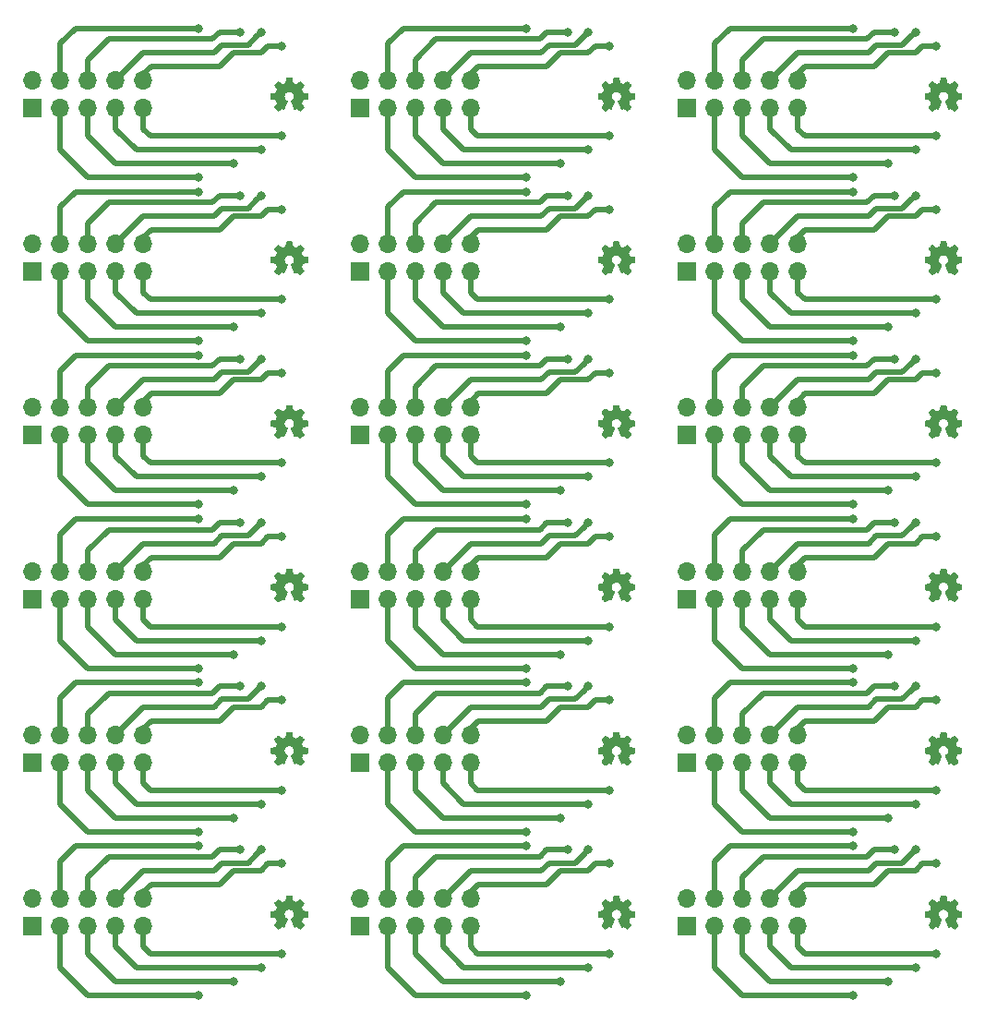
<source format=gbr>
G04 #@! TF.GenerationSoftware,KiCad,Pcbnew,6.0.7-f9a2dced07~116~ubuntu20.04.1*
G04 #@! TF.CreationDate,2022-08-18T12:09:23-05:00*
G04 #@! TF.ProjectId,,58585858-5858-4585-9858-585858585858,rev?*
G04 #@! TF.SameCoordinates,Original*
G04 #@! TF.FileFunction,Copper,L2,Bot*
G04 #@! TF.FilePolarity,Positive*
%FSLAX46Y46*%
G04 Gerber Fmt 4.6, Leading zero omitted, Abs format (unit mm)*
G04 Created by KiCad (PCBNEW 6.0.7-f9a2dced07~116~ubuntu20.04.1) date 2022-08-18 12:09:23*
%MOMM*%
%LPD*%
G01*
G04 APERTURE LIST*
G04 #@! TA.AperFunction,EtchedComponent*
%ADD10C,0.010000*%
G04 #@! TD*
G04 #@! TA.AperFunction,ComponentPad*
%ADD11R,1.700000X1.700000*%
G04 #@! TD*
G04 #@! TA.AperFunction,ComponentPad*
%ADD12O,1.700000X1.700000*%
G04 #@! TD*
G04 #@! TA.AperFunction,ViaPad*
%ADD13C,0.800000*%
G04 #@! TD*
G04 #@! TA.AperFunction,Conductor*
%ADD14C,0.500000*%
G04 #@! TD*
G04 APERTURE END LIST*
G36*
X174039617Y-125900562D02*
G01*
X174073700Y-125900792D01*
X174105978Y-125901146D01*
X174135670Y-125901625D01*
X174161999Y-125902228D01*
X174184185Y-125902955D01*
X174201450Y-125903806D01*
X174213015Y-125904780D01*
X174218100Y-125905878D01*
X174219207Y-125907144D01*
X174221025Y-125910951D01*
X174223191Y-125917527D01*
X174225810Y-125927359D01*
X174228983Y-125940934D01*
X174232815Y-125958737D01*
X174237410Y-125981254D01*
X174242871Y-126008972D01*
X174249302Y-126042377D01*
X174256806Y-126081955D01*
X174265488Y-126128192D01*
X174265775Y-126129725D01*
X174273065Y-126168549D01*
X174280020Y-126205329D01*
X174286514Y-126239429D01*
X174292425Y-126270212D01*
X174297630Y-126297041D01*
X174302004Y-126319279D01*
X174305425Y-126336291D01*
X174307768Y-126347438D01*
X174308911Y-126352085D01*
X174313293Y-126357771D01*
X174321242Y-126363528D01*
X174323474Y-126364628D01*
X174333425Y-126369119D01*
X174348481Y-126375586D01*
X174367797Y-126383691D01*
X174390529Y-126393094D01*
X174415834Y-126403457D01*
X174442867Y-126414441D01*
X174470785Y-126425707D01*
X174498743Y-126436916D01*
X174525897Y-126447730D01*
X174551405Y-126457810D01*
X174574420Y-126466817D01*
X174594101Y-126474412D01*
X174609602Y-126480256D01*
X174620080Y-126484011D01*
X174624690Y-126485338D01*
X174627139Y-126484401D01*
X174635455Y-126479723D01*
X174648980Y-126471376D01*
X174667273Y-126459650D01*
X174689890Y-126444837D01*
X174716390Y-126427227D01*
X174746329Y-126407110D01*
X174779266Y-126384777D01*
X174814757Y-126360520D01*
X174815845Y-126359773D01*
X174848366Y-126337491D01*
X174879180Y-126316430D01*
X174907753Y-126296952D01*
X174933550Y-126279419D01*
X174956038Y-126264193D01*
X174974682Y-126251634D01*
X174988948Y-126242106D01*
X174998303Y-126235969D01*
X175002211Y-126233585D01*
X175007242Y-126232969D01*
X175015859Y-126234699D01*
X175019208Y-126237254D01*
X175027366Y-126244587D01*
X175039728Y-126256201D01*
X175055819Y-126271632D01*
X175075162Y-126290419D01*
X175097280Y-126312098D01*
X175121699Y-126336207D01*
X175147941Y-126362284D01*
X175175530Y-126389864D01*
X175191183Y-126405565D01*
X175220984Y-126435520D01*
X175246175Y-126460954D01*
X175267129Y-126482270D01*
X175284218Y-126499867D01*
X175297816Y-126514146D01*
X175308294Y-126525508D01*
X175316027Y-126534354D01*
X175321387Y-126541084D01*
X175324747Y-126546099D01*
X175326479Y-126549800D01*
X175326958Y-126552587D01*
X175326784Y-126553828D01*
X175324835Y-126558903D01*
X175320535Y-126567061D01*
X175313654Y-126578656D01*
X175303963Y-126594044D01*
X175291229Y-126613580D01*
X175275225Y-126637621D01*
X175255717Y-126666520D01*
X175232478Y-126700634D01*
X175205275Y-126740318D01*
X175185516Y-126769174D01*
X175164535Y-126800043D01*
X175145112Y-126828854D01*
X175127618Y-126855048D01*
X175112420Y-126878068D01*
X175099886Y-126897356D01*
X175090384Y-126912353D01*
X175084283Y-126922501D01*
X175081952Y-126927243D01*
X175081915Y-126927677D01*
X175083300Y-126934370D01*
X175087323Y-126946715D01*
X175093630Y-126963888D01*
X175101865Y-126985067D01*
X175111674Y-127009425D01*
X175122701Y-127036141D01*
X175134591Y-127064388D01*
X175146988Y-127093345D01*
X175159538Y-127122186D01*
X175171884Y-127150088D01*
X175183673Y-127176226D01*
X175194548Y-127199777D01*
X175204154Y-127219917D01*
X175212136Y-127235822D01*
X175218139Y-127246667D01*
X175221808Y-127251629D01*
X175223815Y-127252679D01*
X175231018Y-127255081D01*
X175243159Y-127258235D01*
X175260553Y-127262207D01*
X175283518Y-127267062D01*
X175312371Y-127272868D01*
X175347430Y-127279690D01*
X175389011Y-127287595D01*
X175437432Y-127296649D01*
X175468186Y-127302387D01*
X175504488Y-127309225D01*
X175538229Y-127315650D01*
X175568753Y-127321536D01*
X175595407Y-127326753D01*
X175617538Y-127331174D01*
X175634490Y-127334669D01*
X175645610Y-127337112D01*
X175650245Y-127338373D01*
X175653744Y-127340896D01*
X175658749Y-127347566D01*
X175659135Y-127351813D01*
X175659516Y-127362737D01*
X175659868Y-127379646D01*
X175660184Y-127401890D01*
X175660457Y-127428817D01*
X175660680Y-127459775D01*
X175660848Y-127494113D01*
X175660954Y-127531181D01*
X175660990Y-127570326D01*
X175660990Y-127572250D01*
X175660984Y-127617073D01*
X175660952Y-127655217D01*
X175660877Y-127687242D01*
X175660741Y-127713704D01*
X175660526Y-127735164D01*
X175660215Y-127752178D01*
X175659789Y-127765306D01*
X175659230Y-127775106D01*
X175658521Y-127782136D01*
X175657644Y-127786956D01*
X175656580Y-127790122D01*
X175655312Y-127792194D01*
X175653821Y-127793731D01*
X175653650Y-127793875D01*
X175649727Y-127795766D01*
X175641849Y-127798219D01*
X175629618Y-127801316D01*
X175612632Y-127805142D01*
X175590493Y-127809781D01*
X175562799Y-127815318D01*
X175529152Y-127821835D01*
X175489151Y-127829418D01*
X175442397Y-127838150D01*
X175423388Y-127841685D01*
X175381385Y-127849545D01*
X175345802Y-127856293D01*
X175316122Y-127862039D01*
X175291826Y-127866894D01*
X175272398Y-127870968D01*
X175257320Y-127874372D01*
X175246074Y-127877217D01*
X175238144Y-127879613D01*
X175233011Y-127881670D01*
X175230157Y-127883499D01*
X175229185Y-127884770D01*
X175225143Y-127892289D01*
X175218981Y-127905436D01*
X175211027Y-127923393D01*
X175201608Y-127945342D01*
X175191055Y-127970465D01*
X175179696Y-127997943D01*
X175167859Y-128026959D01*
X175155873Y-128056694D01*
X175144066Y-128086332D01*
X175132767Y-128115053D01*
X175122305Y-128142040D01*
X175113008Y-128166474D01*
X175105206Y-128187538D01*
X175099225Y-128204414D01*
X175095396Y-128216284D01*
X175094046Y-128222329D01*
X175094393Y-128224458D01*
X175096469Y-128229738D01*
X175100645Y-128237720D01*
X175107183Y-128248808D01*
X175116341Y-128263405D01*
X175128381Y-128281915D01*
X175143562Y-128304743D01*
X175162144Y-128332292D01*
X175184389Y-128364967D01*
X175210556Y-128403171D01*
X175214111Y-128408351D01*
X175241635Y-128448615D01*
X175265072Y-128483202D01*
X175284551Y-128512310D01*
X175300199Y-128536137D01*
X175312147Y-128554881D01*
X175320521Y-128568741D01*
X175325452Y-128577914D01*
X175327067Y-128582598D01*
X175326683Y-128584467D01*
X175324645Y-128588357D01*
X175320544Y-128594025D01*
X175314033Y-128601837D01*
X175304766Y-128612162D01*
X175292398Y-128625368D01*
X175276582Y-128641822D01*
X175256972Y-128661892D01*
X175233222Y-128685946D01*
X175204985Y-128714351D01*
X175171917Y-128747476D01*
X175165867Y-128753525D01*
X175131820Y-128787471D01*
X175102522Y-128816494D01*
X175077712Y-128840843D01*
X175057129Y-128860764D01*
X175040511Y-128876508D01*
X175027596Y-128888320D01*
X175018124Y-128896451D01*
X175011834Y-128901147D01*
X175008463Y-128902658D01*
X175007971Y-128902571D01*
X175002097Y-128899709D01*
X174990771Y-128892990D01*
X174974400Y-128882679D01*
X174953386Y-128869041D01*
X174928135Y-128852340D01*
X174899052Y-128832842D01*
X174866540Y-128810810D01*
X174831004Y-128786510D01*
X174808621Y-128771185D01*
X174778307Y-128750571D01*
X174750031Y-128731508D01*
X174724354Y-128714364D01*
X174701838Y-128699509D01*
X174683044Y-128687311D01*
X174668532Y-128678142D01*
X174658864Y-128672369D01*
X174654601Y-128670363D01*
X174651559Y-128671207D01*
X174642486Y-128675027D01*
X174628687Y-128681497D01*
X174611133Y-128690147D01*
X174590791Y-128700506D01*
X174568632Y-128712103D01*
X174552385Y-128720676D01*
X174531863Y-128731376D01*
X174514065Y-128740508D01*
X174499910Y-128747607D01*
X174490316Y-128752207D01*
X174486202Y-128753844D01*
X174482791Y-128752518D01*
X174476985Y-128747492D01*
X174476959Y-128747460D01*
X174474617Y-128742936D01*
X174469774Y-128732258D01*
X174462652Y-128715963D01*
X174453471Y-128694585D01*
X174442452Y-128668660D01*
X174429816Y-128638723D01*
X174415785Y-128605311D01*
X174400579Y-128568957D01*
X174384420Y-128530197D01*
X174367527Y-128489568D01*
X174350124Y-128447603D01*
X174332430Y-128404840D01*
X174314666Y-128361812D01*
X174297054Y-128319055D01*
X174279814Y-128277106D01*
X174263168Y-128236498D01*
X174247336Y-128197768D01*
X174232541Y-128161450D01*
X174219002Y-128128081D01*
X174206940Y-128098195D01*
X174196578Y-128072328D01*
X174188135Y-128051016D01*
X174181833Y-128034793D01*
X174177893Y-128024196D01*
X174176536Y-128019759D01*
X174176713Y-128015878D01*
X174178281Y-128010041D01*
X174182491Y-128004626D01*
X174190559Y-127998285D01*
X174203703Y-127989671D01*
X174235669Y-127968470D01*
X174281940Y-127933558D01*
X174321905Y-127897415D01*
X174356148Y-127859431D01*
X174385255Y-127818998D01*
X174409813Y-127775508D01*
X174421868Y-127749702D01*
X174437940Y-127707147D01*
X174448864Y-127664464D01*
X174455109Y-127619623D01*
X174457144Y-127570591D01*
X174456168Y-127534012D01*
X174451139Y-127487152D01*
X174441415Y-127443039D01*
X174426530Y-127399711D01*
X174406018Y-127355202D01*
X174377155Y-127306540D01*
X174343181Y-127262560D01*
X174304711Y-127223576D01*
X174262293Y-127189774D01*
X174216477Y-127161339D01*
X174167811Y-127138453D01*
X174116846Y-127121304D01*
X174064128Y-127110074D01*
X174010209Y-127104949D01*
X173955635Y-127106113D01*
X173900957Y-127113751D01*
X173846723Y-127128047D01*
X173793482Y-127149187D01*
X173770199Y-127160951D01*
X173722612Y-127190802D01*
X173678990Y-127226326D01*
X173639850Y-127266949D01*
X173605712Y-127312096D01*
X173577094Y-127361195D01*
X173554515Y-127413670D01*
X173543024Y-127450962D01*
X173532465Y-127505426D01*
X173528518Y-127561092D01*
X173531126Y-127617045D01*
X173540229Y-127672371D01*
X173555771Y-127726154D01*
X173577691Y-127777479D01*
X173586622Y-127794354D01*
X173614397Y-127838315D01*
X173647393Y-127879326D01*
X173686107Y-127917898D01*
X173731034Y-127954544D01*
X173782668Y-127989779D01*
X173790678Y-127994892D01*
X173800852Y-128002031D01*
X173806622Y-128007681D01*
X173809209Y-128013195D01*
X173809835Y-128019929D01*
X173808505Y-128024651D01*
X173804574Y-128035531D01*
X173798263Y-128052015D01*
X173789795Y-128073567D01*
X173779392Y-128099651D01*
X173767277Y-128129731D01*
X173753672Y-128163270D01*
X173738799Y-128199734D01*
X173722882Y-128238585D01*
X173706143Y-128279289D01*
X173688804Y-128321309D01*
X173671088Y-128364109D01*
X173653217Y-128407153D01*
X173635414Y-128449906D01*
X173617901Y-128491831D01*
X173600902Y-128532392D01*
X173584637Y-128571054D01*
X173569331Y-128607280D01*
X173555205Y-128640535D01*
X173542482Y-128670282D01*
X173531384Y-128695986D01*
X173522134Y-128717111D01*
X173514955Y-128733121D01*
X173510069Y-128743479D01*
X173507698Y-128747651D01*
X173501213Y-128751439D01*
X173494423Y-128752011D01*
X173492455Y-128751114D01*
X173484515Y-128747137D01*
X173471708Y-128740538D01*
X173455015Y-128731828D01*
X173435415Y-128721515D01*
X173413889Y-128710111D01*
X173401515Y-128703586D01*
X173380826Y-128692917D01*
X173362521Y-128683776D01*
X173347598Y-128676647D01*
X173337055Y-128672015D01*
X173331893Y-128670363D01*
X173329993Y-128671049D01*
X173322384Y-128675263D01*
X173309849Y-128682947D01*
X173293040Y-128693676D01*
X173272612Y-128707024D01*
X173249220Y-128722568D01*
X173223516Y-128739883D01*
X173196156Y-128758542D01*
X173193984Y-128760033D01*
X173153724Y-128787650D01*
X173118996Y-128811455D01*
X173089371Y-128831728D01*
X173064420Y-128848755D01*
X173043714Y-128862816D01*
X173026823Y-128874197D01*
X173013319Y-128883178D01*
X173002771Y-128890044D01*
X172994751Y-128895077D01*
X172988830Y-128898561D01*
X172984577Y-128900778D01*
X172981565Y-128902011D01*
X172979363Y-128902543D01*
X172977543Y-128902658D01*
X172976095Y-128902165D01*
X172970471Y-128898232D01*
X172961030Y-128890231D01*
X172947599Y-128877996D01*
X172930003Y-128861361D01*
X172908067Y-128840160D01*
X172881619Y-128814228D01*
X172850483Y-128783400D01*
X172814486Y-128747508D01*
X172797620Y-128730633D01*
X172766780Y-128699690D01*
X172740620Y-128673295D01*
X172718803Y-128651090D01*
X172700991Y-128632718D01*
X172686846Y-128617820D01*
X172676030Y-128606038D01*
X172668206Y-128597013D01*
X172663035Y-128590387D01*
X172660181Y-128585801D01*
X172659304Y-128582898D01*
X172660432Y-128579403D01*
X172665182Y-128570424D01*
X172673715Y-128556264D01*
X172686108Y-128536806D01*
X172702438Y-128511931D01*
X172722781Y-128481520D01*
X172747214Y-128445457D01*
X172775815Y-128403622D01*
X172796607Y-128373268D01*
X172819547Y-128339615D01*
X172838787Y-128311157D01*
X172854595Y-128287479D01*
X172867237Y-128268165D01*
X172876982Y-128252799D01*
X172884095Y-128240966D01*
X172888845Y-128232251D01*
X172891499Y-128226238D01*
X172892324Y-128222511D01*
X172892090Y-128220762D01*
X172889679Y-128212184D01*
X172884925Y-128198123D01*
X172878156Y-128179398D01*
X172869700Y-128156827D01*
X172859886Y-128131226D01*
X172849043Y-128103415D01*
X172837497Y-128074210D01*
X172825579Y-128044430D01*
X172813616Y-128014892D01*
X172801937Y-127986414D01*
X172790870Y-127959813D01*
X172780744Y-127935908D01*
X172771886Y-127915517D01*
X172764627Y-127899456D01*
X172759293Y-127888544D01*
X172756213Y-127883598D01*
X172755898Y-127883328D01*
X172752611Y-127881454D01*
X172746826Y-127879315D01*
X172738027Y-127876800D01*
X172725696Y-127873799D01*
X172709316Y-127870203D01*
X172688371Y-127865901D01*
X172662345Y-127860784D01*
X172630718Y-127854741D01*
X172592976Y-127847664D01*
X172548601Y-127839441D01*
X172523898Y-127834876D01*
X172487914Y-127828207D01*
X172454405Y-127821972D01*
X172424038Y-127816296D01*
X172397478Y-127811304D01*
X172375392Y-127807123D01*
X172358446Y-127803877D01*
X172347308Y-127801691D01*
X172342642Y-127800692D01*
X172342338Y-127800601D01*
X172338853Y-127799568D01*
X172335882Y-127798340D01*
X172333382Y-127796375D01*
X172331314Y-127793128D01*
X172329636Y-127788056D01*
X172328308Y-127780616D01*
X172327289Y-127770265D01*
X172326538Y-127756458D01*
X172326014Y-127738653D01*
X172325677Y-127716306D01*
X172325486Y-127688874D01*
X172325400Y-127655812D01*
X172325378Y-127616578D01*
X172325380Y-127570629D01*
X172325414Y-127532926D01*
X172325517Y-127495739D01*
X172325683Y-127461255D01*
X172325904Y-127430125D01*
X172326175Y-127403000D01*
X172326489Y-127380531D01*
X172326839Y-127363368D01*
X172327219Y-127352163D01*
X172327622Y-127347566D01*
X172329738Y-127344015D01*
X172336284Y-127338289D01*
X172338347Y-127337601D01*
X172347418Y-127335435D01*
X172363213Y-127332084D01*
X172385461Y-127327598D01*
X172413893Y-127322031D01*
X172448238Y-127315434D01*
X172488228Y-127307858D01*
X172533592Y-127299354D01*
X172584060Y-127289976D01*
X172639363Y-127279774D01*
X172699230Y-127268799D01*
X172719963Y-127264871D01*
X172739157Y-127260778D01*
X172752810Y-127257168D01*
X172761828Y-127253795D01*
X172767119Y-127250413D01*
X172768968Y-127247756D01*
X172773832Y-127238665D01*
X172780999Y-127223969D01*
X172790172Y-127204316D01*
X172801054Y-127180354D01*
X172813349Y-127152731D01*
X172826759Y-127122095D01*
X172840988Y-127089094D01*
X172850842Y-127066026D01*
X172865521Y-127031406D01*
X172877544Y-127002646D01*
X172887100Y-126979258D01*
X172894379Y-126960756D01*
X172899570Y-126946654D01*
X172902863Y-126936463D01*
X172904446Y-126929698D01*
X172904510Y-126925871D01*
X172902551Y-126922064D01*
X172896764Y-126912621D01*
X172887544Y-126898258D01*
X172875260Y-126879533D01*
X172860282Y-126857001D01*
X172842981Y-126831221D01*
X172823728Y-126802748D01*
X172802892Y-126772139D01*
X172780844Y-126739950D01*
X172769875Y-126723973D01*
X172744256Y-126686520D01*
X172722512Y-126654499D01*
X172704411Y-126627555D01*
X172689723Y-126605333D01*
X172678218Y-126587476D01*
X172669665Y-126573628D01*
X172663833Y-126563435D01*
X172660493Y-126556540D01*
X172659413Y-126552588D01*
X172659476Y-126551563D01*
X172660409Y-126548449D01*
X172662748Y-126544262D01*
X172666870Y-126538598D01*
X172673149Y-126531054D01*
X172681960Y-126521227D01*
X172693680Y-126508713D01*
X172708682Y-126493109D01*
X172727343Y-126474012D01*
X172750037Y-126451018D01*
X172777139Y-126423723D01*
X172809026Y-126391725D01*
X172831901Y-126368850D01*
X172858360Y-126342533D01*
X172883122Y-126318055D01*
X172905699Y-126295890D01*
X172925604Y-126276511D01*
X172942351Y-126260394D01*
X172955451Y-126248011D01*
X172964417Y-126239837D01*
X172968761Y-126236347D01*
X172970815Y-126235305D01*
X172979131Y-126232964D01*
X172986909Y-126235342D01*
X172988189Y-126236110D01*
X172995131Y-126240634D01*
X173007210Y-126248697D01*
X173023839Y-126259903D01*
X173044433Y-126273855D01*
X173068407Y-126290155D01*
X173095174Y-126308407D01*
X173124149Y-126328212D01*
X173154746Y-126349174D01*
X173177563Y-126364825D01*
X173213692Y-126389602D01*
X173244521Y-126410731D01*
X173270492Y-126428502D01*
X173292046Y-126443204D01*
X173309624Y-126455128D01*
X173323668Y-126464565D01*
X173334620Y-126471804D01*
X173342919Y-126477137D01*
X173349008Y-126480852D01*
X173353328Y-126483241D01*
X173356320Y-126484594D01*
X173358425Y-126485201D01*
X173360085Y-126485353D01*
X173361741Y-126485338D01*
X173363517Y-126484990D01*
X173371698Y-126482304D01*
X173386161Y-126476947D01*
X173406957Y-126468899D01*
X173434136Y-126458141D01*
X173467747Y-126444653D01*
X173507842Y-126428413D01*
X173554471Y-126409403D01*
X173607683Y-126387601D01*
X173667529Y-126362988D01*
X173671260Y-126360180D01*
X173676364Y-126353338D01*
X173676389Y-126353288D01*
X173677832Y-126348189D01*
X173680454Y-126336614D01*
X173684129Y-126319203D01*
X173688729Y-126296598D01*
X173694127Y-126269442D01*
X173700195Y-126238375D01*
X173706805Y-126204040D01*
X173713829Y-126167079D01*
X173721141Y-126128133D01*
X173726453Y-126099727D01*
X173734424Y-126057396D01*
X173741282Y-126021444D01*
X173747130Y-125991392D01*
X173752070Y-125966757D01*
X173756204Y-125947061D01*
X173759634Y-125931821D01*
X173762461Y-125920558D01*
X173764788Y-125912790D01*
X173766718Y-125908038D01*
X173768352Y-125905819D01*
X173770804Y-125905106D01*
X173780110Y-125904089D01*
X173795398Y-125903198D01*
X173815890Y-125902431D01*
X173840807Y-125901790D01*
X173869370Y-125901273D01*
X173900801Y-125900883D01*
X173934319Y-125900616D01*
X173969148Y-125900473D01*
X174004506Y-125900455D01*
X174039617Y-125900562D01*
G37*
D10*
X174039617Y-125900562D02*
X174073700Y-125900792D01*
X174105978Y-125901146D01*
X174135670Y-125901625D01*
X174161999Y-125902228D01*
X174184185Y-125902955D01*
X174201450Y-125903806D01*
X174213015Y-125904780D01*
X174218100Y-125905878D01*
X174219207Y-125907144D01*
X174221025Y-125910951D01*
X174223191Y-125917527D01*
X174225810Y-125927359D01*
X174228983Y-125940934D01*
X174232815Y-125958737D01*
X174237410Y-125981254D01*
X174242871Y-126008972D01*
X174249302Y-126042377D01*
X174256806Y-126081955D01*
X174265488Y-126128192D01*
X174265775Y-126129725D01*
X174273065Y-126168549D01*
X174280020Y-126205329D01*
X174286514Y-126239429D01*
X174292425Y-126270212D01*
X174297630Y-126297041D01*
X174302004Y-126319279D01*
X174305425Y-126336291D01*
X174307768Y-126347438D01*
X174308911Y-126352085D01*
X174313293Y-126357771D01*
X174321242Y-126363528D01*
X174323474Y-126364628D01*
X174333425Y-126369119D01*
X174348481Y-126375586D01*
X174367797Y-126383691D01*
X174390529Y-126393094D01*
X174415834Y-126403457D01*
X174442867Y-126414441D01*
X174470785Y-126425707D01*
X174498743Y-126436916D01*
X174525897Y-126447730D01*
X174551405Y-126457810D01*
X174574420Y-126466817D01*
X174594101Y-126474412D01*
X174609602Y-126480256D01*
X174620080Y-126484011D01*
X174624690Y-126485338D01*
X174627139Y-126484401D01*
X174635455Y-126479723D01*
X174648980Y-126471376D01*
X174667273Y-126459650D01*
X174689890Y-126444837D01*
X174716390Y-126427227D01*
X174746329Y-126407110D01*
X174779266Y-126384777D01*
X174814757Y-126360520D01*
X174815845Y-126359773D01*
X174848366Y-126337491D01*
X174879180Y-126316430D01*
X174907753Y-126296952D01*
X174933550Y-126279419D01*
X174956038Y-126264193D01*
X174974682Y-126251634D01*
X174988948Y-126242106D01*
X174998303Y-126235969D01*
X175002211Y-126233585D01*
X175007242Y-126232969D01*
X175015859Y-126234699D01*
X175019208Y-126237254D01*
X175027366Y-126244587D01*
X175039728Y-126256201D01*
X175055819Y-126271632D01*
X175075162Y-126290419D01*
X175097280Y-126312098D01*
X175121699Y-126336207D01*
X175147941Y-126362284D01*
X175175530Y-126389864D01*
X175191183Y-126405565D01*
X175220984Y-126435520D01*
X175246175Y-126460954D01*
X175267129Y-126482270D01*
X175284218Y-126499867D01*
X175297816Y-126514146D01*
X175308294Y-126525508D01*
X175316027Y-126534354D01*
X175321387Y-126541084D01*
X175324747Y-126546099D01*
X175326479Y-126549800D01*
X175326958Y-126552587D01*
X175326784Y-126553828D01*
X175324835Y-126558903D01*
X175320535Y-126567061D01*
X175313654Y-126578656D01*
X175303963Y-126594044D01*
X175291229Y-126613580D01*
X175275225Y-126637621D01*
X175255717Y-126666520D01*
X175232478Y-126700634D01*
X175205275Y-126740318D01*
X175185516Y-126769174D01*
X175164535Y-126800043D01*
X175145112Y-126828854D01*
X175127618Y-126855048D01*
X175112420Y-126878068D01*
X175099886Y-126897356D01*
X175090384Y-126912353D01*
X175084283Y-126922501D01*
X175081952Y-126927243D01*
X175081915Y-126927677D01*
X175083300Y-126934370D01*
X175087323Y-126946715D01*
X175093630Y-126963888D01*
X175101865Y-126985067D01*
X175111674Y-127009425D01*
X175122701Y-127036141D01*
X175134591Y-127064388D01*
X175146988Y-127093345D01*
X175159538Y-127122186D01*
X175171884Y-127150088D01*
X175183673Y-127176226D01*
X175194548Y-127199777D01*
X175204154Y-127219917D01*
X175212136Y-127235822D01*
X175218139Y-127246667D01*
X175221808Y-127251629D01*
X175223815Y-127252679D01*
X175231018Y-127255081D01*
X175243159Y-127258235D01*
X175260553Y-127262207D01*
X175283518Y-127267062D01*
X175312371Y-127272868D01*
X175347430Y-127279690D01*
X175389011Y-127287595D01*
X175437432Y-127296649D01*
X175468186Y-127302387D01*
X175504488Y-127309225D01*
X175538229Y-127315650D01*
X175568753Y-127321536D01*
X175595407Y-127326753D01*
X175617538Y-127331174D01*
X175634490Y-127334669D01*
X175645610Y-127337112D01*
X175650245Y-127338373D01*
X175653744Y-127340896D01*
X175658749Y-127347566D01*
X175659135Y-127351813D01*
X175659516Y-127362737D01*
X175659868Y-127379646D01*
X175660184Y-127401890D01*
X175660457Y-127428817D01*
X175660680Y-127459775D01*
X175660848Y-127494113D01*
X175660954Y-127531181D01*
X175660990Y-127570326D01*
X175660990Y-127572250D01*
X175660984Y-127617073D01*
X175660952Y-127655217D01*
X175660877Y-127687242D01*
X175660741Y-127713704D01*
X175660526Y-127735164D01*
X175660215Y-127752178D01*
X175659789Y-127765306D01*
X175659230Y-127775106D01*
X175658521Y-127782136D01*
X175657644Y-127786956D01*
X175656580Y-127790122D01*
X175655312Y-127792194D01*
X175653821Y-127793731D01*
X175653650Y-127793875D01*
X175649727Y-127795766D01*
X175641849Y-127798219D01*
X175629618Y-127801316D01*
X175612632Y-127805142D01*
X175590493Y-127809781D01*
X175562799Y-127815318D01*
X175529152Y-127821835D01*
X175489151Y-127829418D01*
X175442397Y-127838150D01*
X175423388Y-127841685D01*
X175381385Y-127849545D01*
X175345802Y-127856293D01*
X175316122Y-127862039D01*
X175291826Y-127866894D01*
X175272398Y-127870968D01*
X175257320Y-127874372D01*
X175246074Y-127877217D01*
X175238144Y-127879613D01*
X175233011Y-127881670D01*
X175230157Y-127883499D01*
X175229185Y-127884770D01*
X175225143Y-127892289D01*
X175218981Y-127905436D01*
X175211027Y-127923393D01*
X175201608Y-127945342D01*
X175191055Y-127970465D01*
X175179696Y-127997943D01*
X175167859Y-128026959D01*
X175155873Y-128056694D01*
X175144066Y-128086332D01*
X175132767Y-128115053D01*
X175122305Y-128142040D01*
X175113008Y-128166474D01*
X175105206Y-128187538D01*
X175099225Y-128204414D01*
X175095396Y-128216284D01*
X175094046Y-128222329D01*
X175094393Y-128224458D01*
X175096469Y-128229738D01*
X175100645Y-128237720D01*
X175107183Y-128248808D01*
X175116341Y-128263405D01*
X175128381Y-128281915D01*
X175143562Y-128304743D01*
X175162144Y-128332292D01*
X175184389Y-128364967D01*
X175210556Y-128403171D01*
X175214111Y-128408351D01*
X175241635Y-128448615D01*
X175265072Y-128483202D01*
X175284551Y-128512310D01*
X175300199Y-128536137D01*
X175312147Y-128554881D01*
X175320521Y-128568741D01*
X175325452Y-128577914D01*
X175327067Y-128582598D01*
X175326683Y-128584467D01*
X175324645Y-128588357D01*
X175320544Y-128594025D01*
X175314033Y-128601837D01*
X175304766Y-128612162D01*
X175292398Y-128625368D01*
X175276582Y-128641822D01*
X175256972Y-128661892D01*
X175233222Y-128685946D01*
X175204985Y-128714351D01*
X175171917Y-128747476D01*
X175165867Y-128753525D01*
X175131820Y-128787471D01*
X175102522Y-128816494D01*
X175077712Y-128840843D01*
X175057129Y-128860764D01*
X175040511Y-128876508D01*
X175027596Y-128888320D01*
X175018124Y-128896451D01*
X175011834Y-128901147D01*
X175008463Y-128902658D01*
X175007971Y-128902571D01*
X175002097Y-128899709D01*
X174990771Y-128892990D01*
X174974400Y-128882679D01*
X174953386Y-128869041D01*
X174928135Y-128852340D01*
X174899052Y-128832842D01*
X174866540Y-128810810D01*
X174831004Y-128786510D01*
X174808621Y-128771185D01*
X174778307Y-128750571D01*
X174750031Y-128731508D01*
X174724354Y-128714364D01*
X174701838Y-128699509D01*
X174683044Y-128687311D01*
X174668532Y-128678142D01*
X174658864Y-128672369D01*
X174654601Y-128670363D01*
X174651559Y-128671207D01*
X174642486Y-128675027D01*
X174628687Y-128681497D01*
X174611133Y-128690147D01*
X174590791Y-128700506D01*
X174568632Y-128712103D01*
X174552385Y-128720676D01*
X174531863Y-128731376D01*
X174514065Y-128740508D01*
X174499910Y-128747607D01*
X174490316Y-128752207D01*
X174486202Y-128753844D01*
X174482791Y-128752518D01*
X174476985Y-128747492D01*
X174476959Y-128747460D01*
X174474617Y-128742936D01*
X174469774Y-128732258D01*
X174462652Y-128715963D01*
X174453471Y-128694585D01*
X174442452Y-128668660D01*
X174429816Y-128638723D01*
X174415785Y-128605311D01*
X174400579Y-128568957D01*
X174384420Y-128530197D01*
X174367527Y-128489568D01*
X174350124Y-128447603D01*
X174332430Y-128404840D01*
X174314666Y-128361812D01*
X174297054Y-128319055D01*
X174279814Y-128277106D01*
X174263168Y-128236498D01*
X174247336Y-128197768D01*
X174232541Y-128161450D01*
X174219002Y-128128081D01*
X174206940Y-128098195D01*
X174196578Y-128072328D01*
X174188135Y-128051016D01*
X174181833Y-128034793D01*
X174177893Y-128024196D01*
X174176536Y-128019759D01*
X174176713Y-128015878D01*
X174178281Y-128010041D01*
X174182491Y-128004626D01*
X174190559Y-127998285D01*
X174203703Y-127989671D01*
X174235669Y-127968470D01*
X174281940Y-127933558D01*
X174321905Y-127897415D01*
X174356148Y-127859431D01*
X174385255Y-127818998D01*
X174409813Y-127775508D01*
X174421868Y-127749702D01*
X174437940Y-127707147D01*
X174448864Y-127664464D01*
X174455109Y-127619623D01*
X174457144Y-127570591D01*
X174456168Y-127534012D01*
X174451139Y-127487152D01*
X174441415Y-127443039D01*
X174426530Y-127399711D01*
X174406018Y-127355202D01*
X174377155Y-127306540D01*
X174343181Y-127262560D01*
X174304711Y-127223576D01*
X174262293Y-127189774D01*
X174216477Y-127161339D01*
X174167811Y-127138453D01*
X174116846Y-127121304D01*
X174064128Y-127110074D01*
X174010209Y-127104949D01*
X173955635Y-127106113D01*
X173900957Y-127113751D01*
X173846723Y-127128047D01*
X173793482Y-127149187D01*
X173770199Y-127160951D01*
X173722612Y-127190802D01*
X173678990Y-127226326D01*
X173639850Y-127266949D01*
X173605712Y-127312096D01*
X173577094Y-127361195D01*
X173554515Y-127413670D01*
X173543024Y-127450962D01*
X173532465Y-127505426D01*
X173528518Y-127561092D01*
X173531126Y-127617045D01*
X173540229Y-127672371D01*
X173555771Y-127726154D01*
X173577691Y-127777479D01*
X173586622Y-127794354D01*
X173614397Y-127838315D01*
X173647393Y-127879326D01*
X173686107Y-127917898D01*
X173731034Y-127954544D01*
X173782668Y-127989779D01*
X173790678Y-127994892D01*
X173800852Y-128002031D01*
X173806622Y-128007681D01*
X173809209Y-128013195D01*
X173809835Y-128019929D01*
X173808505Y-128024651D01*
X173804574Y-128035531D01*
X173798263Y-128052015D01*
X173789795Y-128073567D01*
X173779392Y-128099651D01*
X173767277Y-128129731D01*
X173753672Y-128163270D01*
X173738799Y-128199734D01*
X173722882Y-128238585D01*
X173706143Y-128279289D01*
X173688804Y-128321309D01*
X173671088Y-128364109D01*
X173653217Y-128407153D01*
X173635414Y-128449906D01*
X173617901Y-128491831D01*
X173600902Y-128532392D01*
X173584637Y-128571054D01*
X173569331Y-128607280D01*
X173555205Y-128640535D01*
X173542482Y-128670282D01*
X173531384Y-128695986D01*
X173522134Y-128717111D01*
X173514955Y-128733121D01*
X173510069Y-128743479D01*
X173507698Y-128747651D01*
X173501213Y-128751439D01*
X173494423Y-128752011D01*
X173492455Y-128751114D01*
X173484515Y-128747137D01*
X173471708Y-128740538D01*
X173455015Y-128731828D01*
X173435415Y-128721515D01*
X173413889Y-128710111D01*
X173401515Y-128703586D01*
X173380826Y-128692917D01*
X173362521Y-128683776D01*
X173347598Y-128676647D01*
X173337055Y-128672015D01*
X173331893Y-128670363D01*
X173329993Y-128671049D01*
X173322384Y-128675263D01*
X173309849Y-128682947D01*
X173293040Y-128693676D01*
X173272612Y-128707024D01*
X173249220Y-128722568D01*
X173223516Y-128739883D01*
X173196156Y-128758542D01*
X173193984Y-128760033D01*
X173153724Y-128787650D01*
X173118996Y-128811455D01*
X173089371Y-128831728D01*
X173064420Y-128848755D01*
X173043714Y-128862816D01*
X173026823Y-128874197D01*
X173013319Y-128883178D01*
X173002771Y-128890044D01*
X172994751Y-128895077D01*
X172988830Y-128898561D01*
X172984577Y-128900778D01*
X172981565Y-128902011D01*
X172979363Y-128902543D01*
X172977543Y-128902658D01*
X172976095Y-128902165D01*
X172970471Y-128898232D01*
X172961030Y-128890231D01*
X172947599Y-128877996D01*
X172930003Y-128861361D01*
X172908067Y-128840160D01*
X172881619Y-128814228D01*
X172850483Y-128783400D01*
X172814486Y-128747508D01*
X172797620Y-128730633D01*
X172766780Y-128699690D01*
X172740620Y-128673295D01*
X172718803Y-128651090D01*
X172700991Y-128632718D01*
X172686846Y-128617820D01*
X172676030Y-128606038D01*
X172668206Y-128597013D01*
X172663035Y-128590387D01*
X172660181Y-128585801D01*
X172659304Y-128582898D01*
X172660432Y-128579403D01*
X172665182Y-128570424D01*
X172673715Y-128556264D01*
X172686108Y-128536806D01*
X172702438Y-128511931D01*
X172722781Y-128481520D01*
X172747214Y-128445457D01*
X172775815Y-128403622D01*
X172796607Y-128373268D01*
X172819547Y-128339615D01*
X172838787Y-128311157D01*
X172854595Y-128287479D01*
X172867237Y-128268165D01*
X172876982Y-128252799D01*
X172884095Y-128240966D01*
X172888845Y-128232251D01*
X172891499Y-128226238D01*
X172892324Y-128222511D01*
X172892090Y-128220762D01*
X172889679Y-128212184D01*
X172884925Y-128198123D01*
X172878156Y-128179398D01*
X172869700Y-128156827D01*
X172859886Y-128131226D01*
X172849043Y-128103415D01*
X172837497Y-128074210D01*
X172825579Y-128044430D01*
X172813616Y-128014892D01*
X172801937Y-127986414D01*
X172790870Y-127959813D01*
X172780744Y-127935908D01*
X172771886Y-127915517D01*
X172764627Y-127899456D01*
X172759293Y-127888544D01*
X172756213Y-127883598D01*
X172755898Y-127883328D01*
X172752611Y-127881454D01*
X172746826Y-127879315D01*
X172738027Y-127876800D01*
X172725696Y-127873799D01*
X172709316Y-127870203D01*
X172688371Y-127865901D01*
X172662345Y-127860784D01*
X172630718Y-127854741D01*
X172592976Y-127847664D01*
X172548601Y-127839441D01*
X172523898Y-127834876D01*
X172487914Y-127828207D01*
X172454405Y-127821972D01*
X172424038Y-127816296D01*
X172397478Y-127811304D01*
X172375392Y-127807123D01*
X172358446Y-127803877D01*
X172347308Y-127801691D01*
X172342642Y-127800692D01*
X172342338Y-127800601D01*
X172338853Y-127799568D01*
X172335882Y-127798340D01*
X172333382Y-127796375D01*
X172331314Y-127793128D01*
X172329636Y-127788056D01*
X172328308Y-127780616D01*
X172327289Y-127770265D01*
X172326538Y-127756458D01*
X172326014Y-127738653D01*
X172325677Y-127716306D01*
X172325486Y-127688874D01*
X172325400Y-127655812D01*
X172325378Y-127616578D01*
X172325380Y-127570629D01*
X172325414Y-127532926D01*
X172325517Y-127495739D01*
X172325683Y-127461255D01*
X172325904Y-127430125D01*
X172326175Y-127403000D01*
X172326489Y-127380531D01*
X172326839Y-127363368D01*
X172327219Y-127352163D01*
X172327622Y-127347566D01*
X172329738Y-127344015D01*
X172336284Y-127338289D01*
X172338347Y-127337601D01*
X172347418Y-127335435D01*
X172363213Y-127332084D01*
X172385461Y-127327598D01*
X172413893Y-127322031D01*
X172448238Y-127315434D01*
X172488228Y-127307858D01*
X172533592Y-127299354D01*
X172584060Y-127289976D01*
X172639363Y-127279774D01*
X172699230Y-127268799D01*
X172719963Y-127264871D01*
X172739157Y-127260778D01*
X172752810Y-127257168D01*
X172761828Y-127253795D01*
X172767119Y-127250413D01*
X172768968Y-127247756D01*
X172773832Y-127238665D01*
X172780999Y-127223969D01*
X172790172Y-127204316D01*
X172801054Y-127180354D01*
X172813349Y-127152731D01*
X172826759Y-127122095D01*
X172840988Y-127089094D01*
X172850842Y-127066026D01*
X172865521Y-127031406D01*
X172877544Y-127002646D01*
X172887100Y-126979258D01*
X172894379Y-126960756D01*
X172899570Y-126946654D01*
X172902863Y-126936463D01*
X172904446Y-126929698D01*
X172904510Y-126925871D01*
X172902551Y-126922064D01*
X172896764Y-126912621D01*
X172887544Y-126898258D01*
X172875260Y-126879533D01*
X172860282Y-126857001D01*
X172842981Y-126831221D01*
X172823728Y-126802748D01*
X172802892Y-126772139D01*
X172780844Y-126739950D01*
X172769875Y-126723973D01*
X172744256Y-126686520D01*
X172722512Y-126654499D01*
X172704411Y-126627555D01*
X172689723Y-126605333D01*
X172678218Y-126587476D01*
X172669665Y-126573628D01*
X172663833Y-126563435D01*
X172660493Y-126556540D01*
X172659413Y-126552588D01*
X172659476Y-126551563D01*
X172660409Y-126548449D01*
X172662748Y-126544262D01*
X172666870Y-126538598D01*
X172673149Y-126531054D01*
X172681960Y-126521227D01*
X172693680Y-126508713D01*
X172708682Y-126493109D01*
X172727343Y-126474012D01*
X172750037Y-126451018D01*
X172777139Y-126423723D01*
X172809026Y-126391725D01*
X172831901Y-126368850D01*
X172858360Y-126342533D01*
X172883122Y-126318055D01*
X172905699Y-126295890D01*
X172925604Y-126276511D01*
X172942351Y-126260394D01*
X172955451Y-126248011D01*
X172964417Y-126239837D01*
X172968761Y-126236347D01*
X172970815Y-126235305D01*
X172979131Y-126232964D01*
X172986909Y-126235342D01*
X172988189Y-126236110D01*
X172995131Y-126240634D01*
X173007210Y-126248697D01*
X173023839Y-126259903D01*
X173044433Y-126273855D01*
X173068407Y-126290155D01*
X173095174Y-126308407D01*
X173124149Y-126328212D01*
X173154746Y-126349174D01*
X173177563Y-126364825D01*
X173213692Y-126389602D01*
X173244521Y-126410731D01*
X173270492Y-126428502D01*
X173292046Y-126443204D01*
X173309624Y-126455128D01*
X173323668Y-126464565D01*
X173334620Y-126471804D01*
X173342919Y-126477137D01*
X173349008Y-126480852D01*
X173353328Y-126483241D01*
X173356320Y-126484594D01*
X173358425Y-126485201D01*
X173360085Y-126485353D01*
X173361741Y-126485338D01*
X173363517Y-126484990D01*
X173371698Y-126482304D01*
X173386161Y-126476947D01*
X173406957Y-126468899D01*
X173434136Y-126458141D01*
X173467747Y-126444653D01*
X173507842Y-126428413D01*
X173554471Y-126409403D01*
X173607683Y-126387601D01*
X173667529Y-126362988D01*
X173671260Y-126360180D01*
X173676364Y-126353338D01*
X173676389Y-126353288D01*
X173677832Y-126348189D01*
X173680454Y-126336614D01*
X173684129Y-126319203D01*
X173688729Y-126296598D01*
X173694127Y-126269442D01*
X173700195Y-126238375D01*
X173706805Y-126204040D01*
X173713829Y-126167079D01*
X173721141Y-126128133D01*
X173726453Y-126099727D01*
X173734424Y-126057396D01*
X173741282Y-126021444D01*
X173747130Y-125991392D01*
X173752070Y-125966757D01*
X173756204Y-125947061D01*
X173759634Y-125931821D01*
X173762461Y-125920558D01*
X173764788Y-125912790D01*
X173766718Y-125908038D01*
X173768352Y-125905819D01*
X173770804Y-125905106D01*
X173780110Y-125904089D01*
X173795398Y-125903198D01*
X173815890Y-125902431D01*
X173840807Y-125901790D01*
X173869370Y-125901273D01*
X173900801Y-125900883D01*
X173934319Y-125900616D01*
X173969148Y-125900473D01*
X174004506Y-125900455D01*
X174039617Y-125900562D01*
G36*
X144039617Y-125900562D02*
G01*
X144073700Y-125900792D01*
X144105978Y-125901146D01*
X144135670Y-125901625D01*
X144161999Y-125902228D01*
X144184185Y-125902955D01*
X144201450Y-125903806D01*
X144213015Y-125904780D01*
X144218100Y-125905878D01*
X144219207Y-125907144D01*
X144221025Y-125910951D01*
X144223191Y-125917527D01*
X144225810Y-125927359D01*
X144228983Y-125940934D01*
X144232815Y-125958737D01*
X144237410Y-125981254D01*
X144242871Y-126008972D01*
X144249302Y-126042377D01*
X144256806Y-126081955D01*
X144265488Y-126128192D01*
X144265775Y-126129725D01*
X144273065Y-126168549D01*
X144280020Y-126205329D01*
X144286514Y-126239429D01*
X144292425Y-126270212D01*
X144297630Y-126297041D01*
X144302004Y-126319279D01*
X144305425Y-126336291D01*
X144307768Y-126347438D01*
X144308911Y-126352085D01*
X144313293Y-126357771D01*
X144321242Y-126363528D01*
X144323474Y-126364628D01*
X144333425Y-126369119D01*
X144348481Y-126375586D01*
X144367797Y-126383691D01*
X144390529Y-126393094D01*
X144415834Y-126403457D01*
X144442867Y-126414441D01*
X144470785Y-126425707D01*
X144498743Y-126436916D01*
X144525897Y-126447730D01*
X144551405Y-126457810D01*
X144574420Y-126466817D01*
X144594101Y-126474412D01*
X144609602Y-126480256D01*
X144620080Y-126484011D01*
X144624690Y-126485338D01*
X144627139Y-126484401D01*
X144635455Y-126479723D01*
X144648980Y-126471376D01*
X144667273Y-126459650D01*
X144689890Y-126444837D01*
X144716390Y-126427227D01*
X144746329Y-126407110D01*
X144779266Y-126384777D01*
X144814757Y-126360520D01*
X144815845Y-126359773D01*
X144848366Y-126337491D01*
X144879180Y-126316430D01*
X144907753Y-126296952D01*
X144933550Y-126279419D01*
X144956038Y-126264193D01*
X144974682Y-126251634D01*
X144988948Y-126242106D01*
X144998303Y-126235969D01*
X145002211Y-126233585D01*
X145007242Y-126232969D01*
X145015859Y-126234699D01*
X145019208Y-126237254D01*
X145027366Y-126244587D01*
X145039728Y-126256201D01*
X145055819Y-126271632D01*
X145075162Y-126290419D01*
X145097280Y-126312098D01*
X145121699Y-126336207D01*
X145147941Y-126362284D01*
X145175530Y-126389864D01*
X145191183Y-126405565D01*
X145220984Y-126435520D01*
X145246175Y-126460954D01*
X145267129Y-126482270D01*
X145284218Y-126499867D01*
X145297816Y-126514146D01*
X145308294Y-126525508D01*
X145316027Y-126534354D01*
X145321387Y-126541084D01*
X145324747Y-126546099D01*
X145326479Y-126549800D01*
X145326958Y-126552587D01*
X145326784Y-126553828D01*
X145324835Y-126558903D01*
X145320535Y-126567061D01*
X145313654Y-126578656D01*
X145303963Y-126594044D01*
X145291229Y-126613580D01*
X145275225Y-126637621D01*
X145255717Y-126666520D01*
X145232478Y-126700634D01*
X145205275Y-126740318D01*
X145185516Y-126769174D01*
X145164535Y-126800043D01*
X145145112Y-126828854D01*
X145127618Y-126855048D01*
X145112420Y-126878068D01*
X145099886Y-126897356D01*
X145090384Y-126912353D01*
X145084283Y-126922501D01*
X145081952Y-126927243D01*
X145081915Y-126927677D01*
X145083300Y-126934370D01*
X145087323Y-126946715D01*
X145093630Y-126963888D01*
X145101865Y-126985067D01*
X145111674Y-127009425D01*
X145122701Y-127036141D01*
X145134591Y-127064388D01*
X145146988Y-127093345D01*
X145159538Y-127122186D01*
X145171884Y-127150088D01*
X145183673Y-127176226D01*
X145194548Y-127199777D01*
X145204154Y-127219917D01*
X145212136Y-127235822D01*
X145218139Y-127246667D01*
X145221808Y-127251629D01*
X145223815Y-127252679D01*
X145231018Y-127255081D01*
X145243159Y-127258235D01*
X145260553Y-127262207D01*
X145283518Y-127267062D01*
X145312371Y-127272868D01*
X145347430Y-127279690D01*
X145389011Y-127287595D01*
X145437432Y-127296649D01*
X145468186Y-127302387D01*
X145504488Y-127309225D01*
X145538229Y-127315650D01*
X145568753Y-127321536D01*
X145595407Y-127326753D01*
X145617538Y-127331174D01*
X145634490Y-127334669D01*
X145645610Y-127337112D01*
X145650245Y-127338373D01*
X145653744Y-127340896D01*
X145658749Y-127347566D01*
X145659135Y-127351813D01*
X145659516Y-127362737D01*
X145659868Y-127379646D01*
X145660184Y-127401890D01*
X145660457Y-127428817D01*
X145660680Y-127459775D01*
X145660848Y-127494113D01*
X145660954Y-127531181D01*
X145660990Y-127570326D01*
X145660990Y-127572250D01*
X145660984Y-127617073D01*
X145660952Y-127655217D01*
X145660877Y-127687242D01*
X145660741Y-127713704D01*
X145660526Y-127735164D01*
X145660215Y-127752178D01*
X145659789Y-127765306D01*
X145659230Y-127775106D01*
X145658521Y-127782136D01*
X145657644Y-127786956D01*
X145656580Y-127790122D01*
X145655312Y-127792194D01*
X145653821Y-127793731D01*
X145653650Y-127793875D01*
X145649727Y-127795766D01*
X145641849Y-127798219D01*
X145629618Y-127801316D01*
X145612632Y-127805142D01*
X145590493Y-127809781D01*
X145562799Y-127815318D01*
X145529152Y-127821835D01*
X145489151Y-127829418D01*
X145442397Y-127838150D01*
X145423388Y-127841685D01*
X145381385Y-127849545D01*
X145345802Y-127856293D01*
X145316122Y-127862039D01*
X145291826Y-127866894D01*
X145272398Y-127870968D01*
X145257320Y-127874372D01*
X145246074Y-127877217D01*
X145238144Y-127879613D01*
X145233011Y-127881670D01*
X145230157Y-127883499D01*
X145229185Y-127884770D01*
X145225143Y-127892289D01*
X145218981Y-127905436D01*
X145211027Y-127923393D01*
X145201608Y-127945342D01*
X145191055Y-127970465D01*
X145179696Y-127997943D01*
X145167859Y-128026959D01*
X145155873Y-128056694D01*
X145144066Y-128086332D01*
X145132767Y-128115053D01*
X145122305Y-128142040D01*
X145113008Y-128166474D01*
X145105206Y-128187538D01*
X145099225Y-128204414D01*
X145095396Y-128216284D01*
X145094046Y-128222329D01*
X145094393Y-128224458D01*
X145096469Y-128229738D01*
X145100645Y-128237720D01*
X145107183Y-128248808D01*
X145116341Y-128263405D01*
X145128381Y-128281915D01*
X145143562Y-128304743D01*
X145162144Y-128332292D01*
X145184389Y-128364967D01*
X145210556Y-128403171D01*
X145214111Y-128408351D01*
X145241635Y-128448615D01*
X145265072Y-128483202D01*
X145284551Y-128512310D01*
X145300199Y-128536137D01*
X145312147Y-128554881D01*
X145320521Y-128568741D01*
X145325452Y-128577914D01*
X145327067Y-128582598D01*
X145326683Y-128584467D01*
X145324645Y-128588357D01*
X145320544Y-128594025D01*
X145314033Y-128601837D01*
X145304766Y-128612162D01*
X145292398Y-128625368D01*
X145276582Y-128641822D01*
X145256972Y-128661892D01*
X145233222Y-128685946D01*
X145204985Y-128714351D01*
X145171917Y-128747476D01*
X145165867Y-128753525D01*
X145131820Y-128787471D01*
X145102522Y-128816494D01*
X145077712Y-128840843D01*
X145057129Y-128860764D01*
X145040511Y-128876508D01*
X145027596Y-128888320D01*
X145018124Y-128896451D01*
X145011834Y-128901147D01*
X145008463Y-128902658D01*
X145007971Y-128902571D01*
X145002097Y-128899709D01*
X144990771Y-128892990D01*
X144974400Y-128882679D01*
X144953386Y-128869041D01*
X144928135Y-128852340D01*
X144899052Y-128832842D01*
X144866540Y-128810810D01*
X144831004Y-128786510D01*
X144808621Y-128771185D01*
X144778307Y-128750571D01*
X144750031Y-128731508D01*
X144724354Y-128714364D01*
X144701838Y-128699509D01*
X144683044Y-128687311D01*
X144668532Y-128678142D01*
X144658864Y-128672369D01*
X144654601Y-128670363D01*
X144651559Y-128671207D01*
X144642486Y-128675027D01*
X144628687Y-128681497D01*
X144611133Y-128690147D01*
X144590791Y-128700506D01*
X144568632Y-128712103D01*
X144552385Y-128720676D01*
X144531863Y-128731376D01*
X144514065Y-128740508D01*
X144499910Y-128747607D01*
X144490316Y-128752207D01*
X144486202Y-128753844D01*
X144482791Y-128752518D01*
X144476985Y-128747492D01*
X144476959Y-128747460D01*
X144474617Y-128742936D01*
X144469774Y-128732258D01*
X144462652Y-128715963D01*
X144453471Y-128694585D01*
X144442452Y-128668660D01*
X144429816Y-128638723D01*
X144415785Y-128605311D01*
X144400579Y-128568957D01*
X144384420Y-128530197D01*
X144367527Y-128489568D01*
X144350124Y-128447603D01*
X144332430Y-128404840D01*
X144314666Y-128361812D01*
X144297054Y-128319055D01*
X144279814Y-128277106D01*
X144263168Y-128236498D01*
X144247336Y-128197768D01*
X144232541Y-128161450D01*
X144219002Y-128128081D01*
X144206940Y-128098195D01*
X144196578Y-128072328D01*
X144188135Y-128051016D01*
X144181833Y-128034793D01*
X144177893Y-128024196D01*
X144176536Y-128019759D01*
X144176713Y-128015878D01*
X144178281Y-128010041D01*
X144182491Y-128004626D01*
X144190559Y-127998285D01*
X144203703Y-127989671D01*
X144235669Y-127968470D01*
X144281940Y-127933558D01*
X144321905Y-127897415D01*
X144356148Y-127859431D01*
X144385255Y-127818998D01*
X144409813Y-127775508D01*
X144421868Y-127749702D01*
X144437940Y-127707147D01*
X144448864Y-127664464D01*
X144455109Y-127619623D01*
X144457144Y-127570591D01*
X144456168Y-127534012D01*
X144451139Y-127487152D01*
X144441415Y-127443039D01*
X144426530Y-127399711D01*
X144406018Y-127355202D01*
X144377155Y-127306540D01*
X144343181Y-127262560D01*
X144304711Y-127223576D01*
X144262293Y-127189774D01*
X144216477Y-127161339D01*
X144167811Y-127138453D01*
X144116846Y-127121304D01*
X144064128Y-127110074D01*
X144010209Y-127104949D01*
X143955635Y-127106113D01*
X143900957Y-127113751D01*
X143846723Y-127128047D01*
X143793482Y-127149187D01*
X143770199Y-127160951D01*
X143722612Y-127190802D01*
X143678990Y-127226326D01*
X143639850Y-127266949D01*
X143605712Y-127312096D01*
X143577094Y-127361195D01*
X143554515Y-127413670D01*
X143543024Y-127450962D01*
X143532465Y-127505426D01*
X143528518Y-127561092D01*
X143531126Y-127617045D01*
X143540229Y-127672371D01*
X143555771Y-127726154D01*
X143577691Y-127777479D01*
X143586622Y-127794354D01*
X143614397Y-127838315D01*
X143647393Y-127879326D01*
X143686107Y-127917898D01*
X143731034Y-127954544D01*
X143782668Y-127989779D01*
X143790678Y-127994892D01*
X143800852Y-128002031D01*
X143806622Y-128007681D01*
X143809209Y-128013195D01*
X143809835Y-128019929D01*
X143808505Y-128024651D01*
X143804574Y-128035531D01*
X143798263Y-128052015D01*
X143789795Y-128073567D01*
X143779392Y-128099651D01*
X143767277Y-128129731D01*
X143753672Y-128163270D01*
X143738799Y-128199734D01*
X143722882Y-128238585D01*
X143706143Y-128279289D01*
X143688804Y-128321309D01*
X143671088Y-128364109D01*
X143653217Y-128407153D01*
X143635414Y-128449906D01*
X143617901Y-128491831D01*
X143600902Y-128532392D01*
X143584637Y-128571054D01*
X143569331Y-128607280D01*
X143555205Y-128640535D01*
X143542482Y-128670282D01*
X143531384Y-128695986D01*
X143522134Y-128717111D01*
X143514955Y-128733121D01*
X143510069Y-128743479D01*
X143507698Y-128747651D01*
X143501213Y-128751439D01*
X143494423Y-128752011D01*
X143492455Y-128751114D01*
X143484515Y-128747137D01*
X143471708Y-128740538D01*
X143455015Y-128731828D01*
X143435415Y-128721515D01*
X143413889Y-128710111D01*
X143401515Y-128703586D01*
X143380826Y-128692917D01*
X143362521Y-128683776D01*
X143347598Y-128676647D01*
X143337055Y-128672015D01*
X143331893Y-128670363D01*
X143329993Y-128671049D01*
X143322384Y-128675263D01*
X143309849Y-128682947D01*
X143293040Y-128693676D01*
X143272612Y-128707024D01*
X143249220Y-128722568D01*
X143223516Y-128739883D01*
X143196156Y-128758542D01*
X143193984Y-128760033D01*
X143153724Y-128787650D01*
X143118996Y-128811455D01*
X143089371Y-128831728D01*
X143064420Y-128848755D01*
X143043714Y-128862816D01*
X143026823Y-128874197D01*
X143013319Y-128883178D01*
X143002771Y-128890044D01*
X142994751Y-128895077D01*
X142988830Y-128898561D01*
X142984577Y-128900778D01*
X142981565Y-128902011D01*
X142979363Y-128902543D01*
X142977543Y-128902658D01*
X142976095Y-128902165D01*
X142970471Y-128898232D01*
X142961030Y-128890231D01*
X142947599Y-128877996D01*
X142930003Y-128861361D01*
X142908067Y-128840160D01*
X142881619Y-128814228D01*
X142850483Y-128783400D01*
X142814486Y-128747508D01*
X142797620Y-128730633D01*
X142766780Y-128699690D01*
X142740620Y-128673295D01*
X142718803Y-128651090D01*
X142700991Y-128632718D01*
X142686846Y-128617820D01*
X142676030Y-128606038D01*
X142668206Y-128597013D01*
X142663035Y-128590387D01*
X142660181Y-128585801D01*
X142659304Y-128582898D01*
X142660432Y-128579403D01*
X142665182Y-128570424D01*
X142673715Y-128556264D01*
X142686108Y-128536806D01*
X142702438Y-128511931D01*
X142722781Y-128481520D01*
X142747214Y-128445457D01*
X142775815Y-128403622D01*
X142796607Y-128373268D01*
X142819547Y-128339615D01*
X142838787Y-128311157D01*
X142854595Y-128287479D01*
X142867237Y-128268165D01*
X142876982Y-128252799D01*
X142884095Y-128240966D01*
X142888845Y-128232251D01*
X142891499Y-128226238D01*
X142892324Y-128222511D01*
X142892090Y-128220762D01*
X142889679Y-128212184D01*
X142884925Y-128198123D01*
X142878156Y-128179398D01*
X142869700Y-128156827D01*
X142859886Y-128131226D01*
X142849043Y-128103415D01*
X142837497Y-128074210D01*
X142825579Y-128044430D01*
X142813616Y-128014892D01*
X142801937Y-127986414D01*
X142790870Y-127959813D01*
X142780744Y-127935908D01*
X142771886Y-127915517D01*
X142764627Y-127899456D01*
X142759293Y-127888544D01*
X142756213Y-127883598D01*
X142755898Y-127883328D01*
X142752611Y-127881454D01*
X142746826Y-127879315D01*
X142738027Y-127876800D01*
X142725696Y-127873799D01*
X142709316Y-127870203D01*
X142688371Y-127865901D01*
X142662345Y-127860784D01*
X142630718Y-127854741D01*
X142592976Y-127847664D01*
X142548601Y-127839441D01*
X142523898Y-127834876D01*
X142487914Y-127828207D01*
X142454405Y-127821972D01*
X142424038Y-127816296D01*
X142397478Y-127811304D01*
X142375392Y-127807123D01*
X142358446Y-127803877D01*
X142347308Y-127801691D01*
X142342642Y-127800692D01*
X142342338Y-127800601D01*
X142338853Y-127799568D01*
X142335882Y-127798340D01*
X142333382Y-127796375D01*
X142331314Y-127793128D01*
X142329636Y-127788056D01*
X142328308Y-127780616D01*
X142327289Y-127770265D01*
X142326538Y-127756458D01*
X142326014Y-127738653D01*
X142325677Y-127716306D01*
X142325486Y-127688874D01*
X142325400Y-127655812D01*
X142325378Y-127616578D01*
X142325380Y-127570629D01*
X142325414Y-127532926D01*
X142325517Y-127495739D01*
X142325683Y-127461255D01*
X142325904Y-127430125D01*
X142326175Y-127403000D01*
X142326489Y-127380531D01*
X142326839Y-127363368D01*
X142327219Y-127352163D01*
X142327622Y-127347566D01*
X142329738Y-127344015D01*
X142336284Y-127338289D01*
X142338347Y-127337601D01*
X142347418Y-127335435D01*
X142363213Y-127332084D01*
X142385461Y-127327598D01*
X142413893Y-127322031D01*
X142448238Y-127315434D01*
X142488228Y-127307858D01*
X142533592Y-127299354D01*
X142584060Y-127289976D01*
X142639363Y-127279774D01*
X142699230Y-127268799D01*
X142719963Y-127264871D01*
X142739157Y-127260778D01*
X142752810Y-127257168D01*
X142761828Y-127253795D01*
X142767119Y-127250413D01*
X142768968Y-127247756D01*
X142773832Y-127238665D01*
X142780999Y-127223969D01*
X142790172Y-127204316D01*
X142801054Y-127180354D01*
X142813349Y-127152731D01*
X142826759Y-127122095D01*
X142840988Y-127089094D01*
X142850842Y-127066026D01*
X142865521Y-127031406D01*
X142877544Y-127002646D01*
X142887100Y-126979258D01*
X142894379Y-126960756D01*
X142899570Y-126946654D01*
X142902863Y-126936463D01*
X142904446Y-126929698D01*
X142904510Y-126925871D01*
X142902551Y-126922064D01*
X142896764Y-126912621D01*
X142887544Y-126898258D01*
X142875260Y-126879533D01*
X142860282Y-126857001D01*
X142842981Y-126831221D01*
X142823728Y-126802748D01*
X142802892Y-126772139D01*
X142780844Y-126739950D01*
X142769875Y-126723973D01*
X142744256Y-126686520D01*
X142722512Y-126654499D01*
X142704411Y-126627555D01*
X142689723Y-126605333D01*
X142678218Y-126587476D01*
X142669665Y-126573628D01*
X142663833Y-126563435D01*
X142660493Y-126556540D01*
X142659413Y-126552588D01*
X142659476Y-126551563D01*
X142660409Y-126548449D01*
X142662748Y-126544262D01*
X142666870Y-126538598D01*
X142673149Y-126531054D01*
X142681960Y-126521227D01*
X142693680Y-126508713D01*
X142708682Y-126493109D01*
X142727343Y-126474012D01*
X142750037Y-126451018D01*
X142777139Y-126423723D01*
X142809026Y-126391725D01*
X142831901Y-126368850D01*
X142858360Y-126342533D01*
X142883122Y-126318055D01*
X142905699Y-126295890D01*
X142925604Y-126276511D01*
X142942351Y-126260394D01*
X142955451Y-126248011D01*
X142964417Y-126239837D01*
X142968761Y-126236347D01*
X142970815Y-126235305D01*
X142979131Y-126232964D01*
X142986909Y-126235342D01*
X142988189Y-126236110D01*
X142995131Y-126240634D01*
X143007210Y-126248697D01*
X143023839Y-126259903D01*
X143044433Y-126273855D01*
X143068407Y-126290155D01*
X143095174Y-126308407D01*
X143124149Y-126328212D01*
X143154746Y-126349174D01*
X143177563Y-126364825D01*
X143213692Y-126389602D01*
X143244521Y-126410731D01*
X143270492Y-126428502D01*
X143292046Y-126443204D01*
X143309624Y-126455128D01*
X143323668Y-126464565D01*
X143334620Y-126471804D01*
X143342919Y-126477137D01*
X143349008Y-126480852D01*
X143353328Y-126483241D01*
X143356320Y-126484594D01*
X143358425Y-126485201D01*
X143360085Y-126485353D01*
X143361741Y-126485338D01*
X143363517Y-126484990D01*
X143371698Y-126482304D01*
X143386161Y-126476947D01*
X143406957Y-126468899D01*
X143434136Y-126458141D01*
X143467747Y-126444653D01*
X143507842Y-126428413D01*
X143554471Y-126409403D01*
X143607683Y-126387601D01*
X143667529Y-126362988D01*
X143671260Y-126360180D01*
X143676364Y-126353338D01*
X143676389Y-126353288D01*
X143677832Y-126348189D01*
X143680454Y-126336614D01*
X143684129Y-126319203D01*
X143688729Y-126296598D01*
X143694127Y-126269442D01*
X143700195Y-126238375D01*
X143706805Y-126204040D01*
X143713829Y-126167079D01*
X143721141Y-126128133D01*
X143726453Y-126099727D01*
X143734424Y-126057396D01*
X143741282Y-126021444D01*
X143747130Y-125991392D01*
X143752070Y-125966757D01*
X143756204Y-125947061D01*
X143759634Y-125931821D01*
X143762461Y-125920558D01*
X143764788Y-125912790D01*
X143766718Y-125908038D01*
X143768352Y-125905819D01*
X143770804Y-125905106D01*
X143780110Y-125904089D01*
X143795398Y-125903198D01*
X143815890Y-125902431D01*
X143840807Y-125901790D01*
X143869370Y-125901273D01*
X143900801Y-125900883D01*
X143934319Y-125900616D01*
X143969148Y-125900473D01*
X144004506Y-125900455D01*
X144039617Y-125900562D01*
G37*
X144039617Y-125900562D02*
X144073700Y-125900792D01*
X144105978Y-125901146D01*
X144135670Y-125901625D01*
X144161999Y-125902228D01*
X144184185Y-125902955D01*
X144201450Y-125903806D01*
X144213015Y-125904780D01*
X144218100Y-125905878D01*
X144219207Y-125907144D01*
X144221025Y-125910951D01*
X144223191Y-125917527D01*
X144225810Y-125927359D01*
X144228983Y-125940934D01*
X144232815Y-125958737D01*
X144237410Y-125981254D01*
X144242871Y-126008972D01*
X144249302Y-126042377D01*
X144256806Y-126081955D01*
X144265488Y-126128192D01*
X144265775Y-126129725D01*
X144273065Y-126168549D01*
X144280020Y-126205329D01*
X144286514Y-126239429D01*
X144292425Y-126270212D01*
X144297630Y-126297041D01*
X144302004Y-126319279D01*
X144305425Y-126336291D01*
X144307768Y-126347438D01*
X144308911Y-126352085D01*
X144313293Y-126357771D01*
X144321242Y-126363528D01*
X144323474Y-126364628D01*
X144333425Y-126369119D01*
X144348481Y-126375586D01*
X144367797Y-126383691D01*
X144390529Y-126393094D01*
X144415834Y-126403457D01*
X144442867Y-126414441D01*
X144470785Y-126425707D01*
X144498743Y-126436916D01*
X144525897Y-126447730D01*
X144551405Y-126457810D01*
X144574420Y-126466817D01*
X144594101Y-126474412D01*
X144609602Y-126480256D01*
X144620080Y-126484011D01*
X144624690Y-126485338D01*
X144627139Y-126484401D01*
X144635455Y-126479723D01*
X144648980Y-126471376D01*
X144667273Y-126459650D01*
X144689890Y-126444837D01*
X144716390Y-126427227D01*
X144746329Y-126407110D01*
X144779266Y-126384777D01*
X144814757Y-126360520D01*
X144815845Y-126359773D01*
X144848366Y-126337491D01*
X144879180Y-126316430D01*
X144907753Y-126296952D01*
X144933550Y-126279419D01*
X144956038Y-126264193D01*
X144974682Y-126251634D01*
X144988948Y-126242106D01*
X144998303Y-126235969D01*
X145002211Y-126233585D01*
X145007242Y-126232969D01*
X145015859Y-126234699D01*
X145019208Y-126237254D01*
X145027366Y-126244587D01*
X145039728Y-126256201D01*
X145055819Y-126271632D01*
X145075162Y-126290419D01*
X145097280Y-126312098D01*
X145121699Y-126336207D01*
X145147941Y-126362284D01*
X145175530Y-126389864D01*
X145191183Y-126405565D01*
X145220984Y-126435520D01*
X145246175Y-126460954D01*
X145267129Y-126482270D01*
X145284218Y-126499867D01*
X145297816Y-126514146D01*
X145308294Y-126525508D01*
X145316027Y-126534354D01*
X145321387Y-126541084D01*
X145324747Y-126546099D01*
X145326479Y-126549800D01*
X145326958Y-126552587D01*
X145326784Y-126553828D01*
X145324835Y-126558903D01*
X145320535Y-126567061D01*
X145313654Y-126578656D01*
X145303963Y-126594044D01*
X145291229Y-126613580D01*
X145275225Y-126637621D01*
X145255717Y-126666520D01*
X145232478Y-126700634D01*
X145205275Y-126740318D01*
X145185516Y-126769174D01*
X145164535Y-126800043D01*
X145145112Y-126828854D01*
X145127618Y-126855048D01*
X145112420Y-126878068D01*
X145099886Y-126897356D01*
X145090384Y-126912353D01*
X145084283Y-126922501D01*
X145081952Y-126927243D01*
X145081915Y-126927677D01*
X145083300Y-126934370D01*
X145087323Y-126946715D01*
X145093630Y-126963888D01*
X145101865Y-126985067D01*
X145111674Y-127009425D01*
X145122701Y-127036141D01*
X145134591Y-127064388D01*
X145146988Y-127093345D01*
X145159538Y-127122186D01*
X145171884Y-127150088D01*
X145183673Y-127176226D01*
X145194548Y-127199777D01*
X145204154Y-127219917D01*
X145212136Y-127235822D01*
X145218139Y-127246667D01*
X145221808Y-127251629D01*
X145223815Y-127252679D01*
X145231018Y-127255081D01*
X145243159Y-127258235D01*
X145260553Y-127262207D01*
X145283518Y-127267062D01*
X145312371Y-127272868D01*
X145347430Y-127279690D01*
X145389011Y-127287595D01*
X145437432Y-127296649D01*
X145468186Y-127302387D01*
X145504488Y-127309225D01*
X145538229Y-127315650D01*
X145568753Y-127321536D01*
X145595407Y-127326753D01*
X145617538Y-127331174D01*
X145634490Y-127334669D01*
X145645610Y-127337112D01*
X145650245Y-127338373D01*
X145653744Y-127340896D01*
X145658749Y-127347566D01*
X145659135Y-127351813D01*
X145659516Y-127362737D01*
X145659868Y-127379646D01*
X145660184Y-127401890D01*
X145660457Y-127428817D01*
X145660680Y-127459775D01*
X145660848Y-127494113D01*
X145660954Y-127531181D01*
X145660990Y-127570326D01*
X145660990Y-127572250D01*
X145660984Y-127617073D01*
X145660952Y-127655217D01*
X145660877Y-127687242D01*
X145660741Y-127713704D01*
X145660526Y-127735164D01*
X145660215Y-127752178D01*
X145659789Y-127765306D01*
X145659230Y-127775106D01*
X145658521Y-127782136D01*
X145657644Y-127786956D01*
X145656580Y-127790122D01*
X145655312Y-127792194D01*
X145653821Y-127793731D01*
X145653650Y-127793875D01*
X145649727Y-127795766D01*
X145641849Y-127798219D01*
X145629618Y-127801316D01*
X145612632Y-127805142D01*
X145590493Y-127809781D01*
X145562799Y-127815318D01*
X145529152Y-127821835D01*
X145489151Y-127829418D01*
X145442397Y-127838150D01*
X145423388Y-127841685D01*
X145381385Y-127849545D01*
X145345802Y-127856293D01*
X145316122Y-127862039D01*
X145291826Y-127866894D01*
X145272398Y-127870968D01*
X145257320Y-127874372D01*
X145246074Y-127877217D01*
X145238144Y-127879613D01*
X145233011Y-127881670D01*
X145230157Y-127883499D01*
X145229185Y-127884770D01*
X145225143Y-127892289D01*
X145218981Y-127905436D01*
X145211027Y-127923393D01*
X145201608Y-127945342D01*
X145191055Y-127970465D01*
X145179696Y-127997943D01*
X145167859Y-128026959D01*
X145155873Y-128056694D01*
X145144066Y-128086332D01*
X145132767Y-128115053D01*
X145122305Y-128142040D01*
X145113008Y-128166474D01*
X145105206Y-128187538D01*
X145099225Y-128204414D01*
X145095396Y-128216284D01*
X145094046Y-128222329D01*
X145094393Y-128224458D01*
X145096469Y-128229738D01*
X145100645Y-128237720D01*
X145107183Y-128248808D01*
X145116341Y-128263405D01*
X145128381Y-128281915D01*
X145143562Y-128304743D01*
X145162144Y-128332292D01*
X145184389Y-128364967D01*
X145210556Y-128403171D01*
X145214111Y-128408351D01*
X145241635Y-128448615D01*
X145265072Y-128483202D01*
X145284551Y-128512310D01*
X145300199Y-128536137D01*
X145312147Y-128554881D01*
X145320521Y-128568741D01*
X145325452Y-128577914D01*
X145327067Y-128582598D01*
X145326683Y-128584467D01*
X145324645Y-128588357D01*
X145320544Y-128594025D01*
X145314033Y-128601837D01*
X145304766Y-128612162D01*
X145292398Y-128625368D01*
X145276582Y-128641822D01*
X145256972Y-128661892D01*
X145233222Y-128685946D01*
X145204985Y-128714351D01*
X145171917Y-128747476D01*
X145165867Y-128753525D01*
X145131820Y-128787471D01*
X145102522Y-128816494D01*
X145077712Y-128840843D01*
X145057129Y-128860764D01*
X145040511Y-128876508D01*
X145027596Y-128888320D01*
X145018124Y-128896451D01*
X145011834Y-128901147D01*
X145008463Y-128902658D01*
X145007971Y-128902571D01*
X145002097Y-128899709D01*
X144990771Y-128892990D01*
X144974400Y-128882679D01*
X144953386Y-128869041D01*
X144928135Y-128852340D01*
X144899052Y-128832842D01*
X144866540Y-128810810D01*
X144831004Y-128786510D01*
X144808621Y-128771185D01*
X144778307Y-128750571D01*
X144750031Y-128731508D01*
X144724354Y-128714364D01*
X144701838Y-128699509D01*
X144683044Y-128687311D01*
X144668532Y-128678142D01*
X144658864Y-128672369D01*
X144654601Y-128670363D01*
X144651559Y-128671207D01*
X144642486Y-128675027D01*
X144628687Y-128681497D01*
X144611133Y-128690147D01*
X144590791Y-128700506D01*
X144568632Y-128712103D01*
X144552385Y-128720676D01*
X144531863Y-128731376D01*
X144514065Y-128740508D01*
X144499910Y-128747607D01*
X144490316Y-128752207D01*
X144486202Y-128753844D01*
X144482791Y-128752518D01*
X144476985Y-128747492D01*
X144476959Y-128747460D01*
X144474617Y-128742936D01*
X144469774Y-128732258D01*
X144462652Y-128715963D01*
X144453471Y-128694585D01*
X144442452Y-128668660D01*
X144429816Y-128638723D01*
X144415785Y-128605311D01*
X144400579Y-128568957D01*
X144384420Y-128530197D01*
X144367527Y-128489568D01*
X144350124Y-128447603D01*
X144332430Y-128404840D01*
X144314666Y-128361812D01*
X144297054Y-128319055D01*
X144279814Y-128277106D01*
X144263168Y-128236498D01*
X144247336Y-128197768D01*
X144232541Y-128161450D01*
X144219002Y-128128081D01*
X144206940Y-128098195D01*
X144196578Y-128072328D01*
X144188135Y-128051016D01*
X144181833Y-128034793D01*
X144177893Y-128024196D01*
X144176536Y-128019759D01*
X144176713Y-128015878D01*
X144178281Y-128010041D01*
X144182491Y-128004626D01*
X144190559Y-127998285D01*
X144203703Y-127989671D01*
X144235669Y-127968470D01*
X144281940Y-127933558D01*
X144321905Y-127897415D01*
X144356148Y-127859431D01*
X144385255Y-127818998D01*
X144409813Y-127775508D01*
X144421868Y-127749702D01*
X144437940Y-127707147D01*
X144448864Y-127664464D01*
X144455109Y-127619623D01*
X144457144Y-127570591D01*
X144456168Y-127534012D01*
X144451139Y-127487152D01*
X144441415Y-127443039D01*
X144426530Y-127399711D01*
X144406018Y-127355202D01*
X144377155Y-127306540D01*
X144343181Y-127262560D01*
X144304711Y-127223576D01*
X144262293Y-127189774D01*
X144216477Y-127161339D01*
X144167811Y-127138453D01*
X144116846Y-127121304D01*
X144064128Y-127110074D01*
X144010209Y-127104949D01*
X143955635Y-127106113D01*
X143900957Y-127113751D01*
X143846723Y-127128047D01*
X143793482Y-127149187D01*
X143770199Y-127160951D01*
X143722612Y-127190802D01*
X143678990Y-127226326D01*
X143639850Y-127266949D01*
X143605712Y-127312096D01*
X143577094Y-127361195D01*
X143554515Y-127413670D01*
X143543024Y-127450962D01*
X143532465Y-127505426D01*
X143528518Y-127561092D01*
X143531126Y-127617045D01*
X143540229Y-127672371D01*
X143555771Y-127726154D01*
X143577691Y-127777479D01*
X143586622Y-127794354D01*
X143614397Y-127838315D01*
X143647393Y-127879326D01*
X143686107Y-127917898D01*
X143731034Y-127954544D01*
X143782668Y-127989779D01*
X143790678Y-127994892D01*
X143800852Y-128002031D01*
X143806622Y-128007681D01*
X143809209Y-128013195D01*
X143809835Y-128019929D01*
X143808505Y-128024651D01*
X143804574Y-128035531D01*
X143798263Y-128052015D01*
X143789795Y-128073567D01*
X143779392Y-128099651D01*
X143767277Y-128129731D01*
X143753672Y-128163270D01*
X143738799Y-128199734D01*
X143722882Y-128238585D01*
X143706143Y-128279289D01*
X143688804Y-128321309D01*
X143671088Y-128364109D01*
X143653217Y-128407153D01*
X143635414Y-128449906D01*
X143617901Y-128491831D01*
X143600902Y-128532392D01*
X143584637Y-128571054D01*
X143569331Y-128607280D01*
X143555205Y-128640535D01*
X143542482Y-128670282D01*
X143531384Y-128695986D01*
X143522134Y-128717111D01*
X143514955Y-128733121D01*
X143510069Y-128743479D01*
X143507698Y-128747651D01*
X143501213Y-128751439D01*
X143494423Y-128752011D01*
X143492455Y-128751114D01*
X143484515Y-128747137D01*
X143471708Y-128740538D01*
X143455015Y-128731828D01*
X143435415Y-128721515D01*
X143413889Y-128710111D01*
X143401515Y-128703586D01*
X143380826Y-128692917D01*
X143362521Y-128683776D01*
X143347598Y-128676647D01*
X143337055Y-128672015D01*
X143331893Y-128670363D01*
X143329993Y-128671049D01*
X143322384Y-128675263D01*
X143309849Y-128682947D01*
X143293040Y-128693676D01*
X143272612Y-128707024D01*
X143249220Y-128722568D01*
X143223516Y-128739883D01*
X143196156Y-128758542D01*
X143193984Y-128760033D01*
X143153724Y-128787650D01*
X143118996Y-128811455D01*
X143089371Y-128831728D01*
X143064420Y-128848755D01*
X143043714Y-128862816D01*
X143026823Y-128874197D01*
X143013319Y-128883178D01*
X143002771Y-128890044D01*
X142994751Y-128895077D01*
X142988830Y-128898561D01*
X142984577Y-128900778D01*
X142981565Y-128902011D01*
X142979363Y-128902543D01*
X142977543Y-128902658D01*
X142976095Y-128902165D01*
X142970471Y-128898232D01*
X142961030Y-128890231D01*
X142947599Y-128877996D01*
X142930003Y-128861361D01*
X142908067Y-128840160D01*
X142881619Y-128814228D01*
X142850483Y-128783400D01*
X142814486Y-128747508D01*
X142797620Y-128730633D01*
X142766780Y-128699690D01*
X142740620Y-128673295D01*
X142718803Y-128651090D01*
X142700991Y-128632718D01*
X142686846Y-128617820D01*
X142676030Y-128606038D01*
X142668206Y-128597013D01*
X142663035Y-128590387D01*
X142660181Y-128585801D01*
X142659304Y-128582898D01*
X142660432Y-128579403D01*
X142665182Y-128570424D01*
X142673715Y-128556264D01*
X142686108Y-128536806D01*
X142702438Y-128511931D01*
X142722781Y-128481520D01*
X142747214Y-128445457D01*
X142775815Y-128403622D01*
X142796607Y-128373268D01*
X142819547Y-128339615D01*
X142838787Y-128311157D01*
X142854595Y-128287479D01*
X142867237Y-128268165D01*
X142876982Y-128252799D01*
X142884095Y-128240966D01*
X142888845Y-128232251D01*
X142891499Y-128226238D01*
X142892324Y-128222511D01*
X142892090Y-128220762D01*
X142889679Y-128212184D01*
X142884925Y-128198123D01*
X142878156Y-128179398D01*
X142869700Y-128156827D01*
X142859886Y-128131226D01*
X142849043Y-128103415D01*
X142837497Y-128074210D01*
X142825579Y-128044430D01*
X142813616Y-128014892D01*
X142801937Y-127986414D01*
X142790870Y-127959813D01*
X142780744Y-127935908D01*
X142771886Y-127915517D01*
X142764627Y-127899456D01*
X142759293Y-127888544D01*
X142756213Y-127883598D01*
X142755898Y-127883328D01*
X142752611Y-127881454D01*
X142746826Y-127879315D01*
X142738027Y-127876800D01*
X142725696Y-127873799D01*
X142709316Y-127870203D01*
X142688371Y-127865901D01*
X142662345Y-127860784D01*
X142630718Y-127854741D01*
X142592976Y-127847664D01*
X142548601Y-127839441D01*
X142523898Y-127834876D01*
X142487914Y-127828207D01*
X142454405Y-127821972D01*
X142424038Y-127816296D01*
X142397478Y-127811304D01*
X142375392Y-127807123D01*
X142358446Y-127803877D01*
X142347308Y-127801691D01*
X142342642Y-127800692D01*
X142342338Y-127800601D01*
X142338853Y-127799568D01*
X142335882Y-127798340D01*
X142333382Y-127796375D01*
X142331314Y-127793128D01*
X142329636Y-127788056D01*
X142328308Y-127780616D01*
X142327289Y-127770265D01*
X142326538Y-127756458D01*
X142326014Y-127738653D01*
X142325677Y-127716306D01*
X142325486Y-127688874D01*
X142325400Y-127655812D01*
X142325378Y-127616578D01*
X142325380Y-127570629D01*
X142325414Y-127532926D01*
X142325517Y-127495739D01*
X142325683Y-127461255D01*
X142325904Y-127430125D01*
X142326175Y-127403000D01*
X142326489Y-127380531D01*
X142326839Y-127363368D01*
X142327219Y-127352163D01*
X142327622Y-127347566D01*
X142329738Y-127344015D01*
X142336284Y-127338289D01*
X142338347Y-127337601D01*
X142347418Y-127335435D01*
X142363213Y-127332084D01*
X142385461Y-127327598D01*
X142413893Y-127322031D01*
X142448238Y-127315434D01*
X142488228Y-127307858D01*
X142533592Y-127299354D01*
X142584060Y-127289976D01*
X142639363Y-127279774D01*
X142699230Y-127268799D01*
X142719963Y-127264871D01*
X142739157Y-127260778D01*
X142752810Y-127257168D01*
X142761828Y-127253795D01*
X142767119Y-127250413D01*
X142768968Y-127247756D01*
X142773832Y-127238665D01*
X142780999Y-127223969D01*
X142790172Y-127204316D01*
X142801054Y-127180354D01*
X142813349Y-127152731D01*
X142826759Y-127122095D01*
X142840988Y-127089094D01*
X142850842Y-127066026D01*
X142865521Y-127031406D01*
X142877544Y-127002646D01*
X142887100Y-126979258D01*
X142894379Y-126960756D01*
X142899570Y-126946654D01*
X142902863Y-126936463D01*
X142904446Y-126929698D01*
X142904510Y-126925871D01*
X142902551Y-126922064D01*
X142896764Y-126912621D01*
X142887544Y-126898258D01*
X142875260Y-126879533D01*
X142860282Y-126857001D01*
X142842981Y-126831221D01*
X142823728Y-126802748D01*
X142802892Y-126772139D01*
X142780844Y-126739950D01*
X142769875Y-126723973D01*
X142744256Y-126686520D01*
X142722512Y-126654499D01*
X142704411Y-126627555D01*
X142689723Y-126605333D01*
X142678218Y-126587476D01*
X142669665Y-126573628D01*
X142663833Y-126563435D01*
X142660493Y-126556540D01*
X142659413Y-126552588D01*
X142659476Y-126551563D01*
X142660409Y-126548449D01*
X142662748Y-126544262D01*
X142666870Y-126538598D01*
X142673149Y-126531054D01*
X142681960Y-126521227D01*
X142693680Y-126508713D01*
X142708682Y-126493109D01*
X142727343Y-126474012D01*
X142750037Y-126451018D01*
X142777139Y-126423723D01*
X142809026Y-126391725D01*
X142831901Y-126368850D01*
X142858360Y-126342533D01*
X142883122Y-126318055D01*
X142905699Y-126295890D01*
X142925604Y-126276511D01*
X142942351Y-126260394D01*
X142955451Y-126248011D01*
X142964417Y-126239837D01*
X142968761Y-126236347D01*
X142970815Y-126235305D01*
X142979131Y-126232964D01*
X142986909Y-126235342D01*
X142988189Y-126236110D01*
X142995131Y-126240634D01*
X143007210Y-126248697D01*
X143023839Y-126259903D01*
X143044433Y-126273855D01*
X143068407Y-126290155D01*
X143095174Y-126308407D01*
X143124149Y-126328212D01*
X143154746Y-126349174D01*
X143177563Y-126364825D01*
X143213692Y-126389602D01*
X143244521Y-126410731D01*
X143270492Y-126428502D01*
X143292046Y-126443204D01*
X143309624Y-126455128D01*
X143323668Y-126464565D01*
X143334620Y-126471804D01*
X143342919Y-126477137D01*
X143349008Y-126480852D01*
X143353328Y-126483241D01*
X143356320Y-126484594D01*
X143358425Y-126485201D01*
X143360085Y-126485353D01*
X143361741Y-126485338D01*
X143363517Y-126484990D01*
X143371698Y-126482304D01*
X143386161Y-126476947D01*
X143406957Y-126468899D01*
X143434136Y-126458141D01*
X143467747Y-126444653D01*
X143507842Y-126428413D01*
X143554471Y-126409403D01*
X143607683Y-126387601D01*
X143667529Y-126362988D01*
X143671260Y-126360180D01*
X143676364Y-126353338D01*
X143676389Y-126353288D01*
X143677832Y-126348189D01*
X143680454Y-126336614D01*
X143684129Y-126319203D01*
X143688729Y-126296598D01*
X143694127Y-126269442D01*
X143700195Y-126238375D01*
X143706805Y-126204040D01*
X143713829Y-126167079D01*
X143721141Y-126128133D01*
X143726453Y-126099727D01*
X143734424Y-126057396D01*
X143741282Y-126021444D01*
X143747130Y-125991392D01*
X143752070Y-125966757D01*
X143756204Y-125947061D01*
X143759634Y-125931821D01*
X143762461Y-125920558D01*
X143764788Y-125912790D01*
X143766718Y-125908038D01*
X143768352Y-125905819D01*
X143770804Y-125905106D01*
X143780110Y-125904089D01*
X143795398Y-125903198D01*
X143815890Y-125902431D01*
X143840807Y-125901790D01*
X143869370Y-125901273D01*
X143900801Y-125900883D01*
X143934319Y-125900616D01*
X143969148Y-125900473D01*
X144004506Y-125900455D01*
X144039617Y-125900562D01*
G36*
X114039617Y-125900562D02*
G01*
X114073700Y-125900792D01*
X114105978Y-125901146D01*
X114135670Y-125901625D01*
X114161999Y-125902228D01*
X114184185Y-125902955D01*
X114201450Y-125903806D01*
X114213015Y-125904780D01*
X114218100Y-125905878D01*
X114219207Y-125907144D01*
X114221025Y-125910951D01*
X114223191Y-125917527D01*
X114225810Y-125927359D01*
X114228983Y-125940934D01*
X114232815Y-125958737D01*
X114237410Y-125981254D01*
X114242871Y-126008972D01*
X114249302Y-126042377D01*
X114256806Y-126081955D01*
X114265488Y-126128192D01*
X114265775Y-126129725D01*
X114273065Y-126168549D01*
X114280020Y-126205329D01*
X114286514Y-126239429D01*
X114292425Y-126270212D01*
X114297630Y-126297041D01*
X114302004Y-126319279D01*
X114305425Y-126336291D01*
X114307768Y-126347438D01*
X114308911Y-126352085D01*
X114313293Y-126357771D01*
X114321242Y-126363528D01*
X114323474Y-126364628D01*
X114333425Y-126369119D01*
X114348481Y-126375586D01*
X114367797Y-126383691D01*
X114390529Y-126393094D01*
X114415834Y-126403457D01*
X114442867Y-126414441D01*
X114470785Y-126425707D01*
X114498743Y-126436916D01*
X114525897Y-126447730D01*
X114551405Y-126457810D01*
X114574420Y-126466817D01*
X114594101Y-126474412D01*
X114609602Y-126480256D01*
X114620080Y-126484011D01*
X114624690Y-126485338D01*
X114627139Y-126484401D01*
X114635455Y-126479723D01*
X114648980Y-126471376D01*
X114667273Y-126459650D01*
X114689890Y-126444837D01*
X114716390Y-126427227D01*
X114746329Y-126407110D01*
X114779266Y-126384777D01*
X114814757Y-126360520D01*
X114815845Y-126359773D01*
X114848366Y-126337491D01*
X114879180Y-126316430D01*
X114907753Y-126296952D01*
X114933550Y-126279419D01*
X114956038Y-126264193D01*
X114974682Y-126251634D01*
X114988948Y-126242106D01*
X114998303Y-126235969D01*
X115002211Y-126233585D01*
X115007242Y-126232969D01*
X115015859Y-126234699D01*
X115019208Y-126237254D01*
X115027366Y-126244587D01*
X115039728Y-126256201D01*
X115055819Y-126271632D01*
X115075162Y-126290419D01*
X115097280Y-126312098D01*
X115121699Y-126336207D01*
X115147941Y-126362284D01*
X115175530Y-126389864D01*
X115191183Y-126405565D01*
X115220984Y-126435520D01*
X115246175Y-126460954D01*
X115267129Y-126482270D01*
X115284218Y-126499867D01*
X115297816Y-126514146D01*
X115308294Y-126525508D01*
X115316027Y-126534354D01*
X115321387Y-126541084D01*
X115324747Y-126546099D01*
X115326479Y-126549800D01*
X115326958Y-126552587D01*
X115326784Y-126553828D01*
X115324835Y-126558903D01*
X115320535Y-126567061D01*
X115313654Y-126578656D01*
X115303963Y-126594044D01*
X115291229Y-126613580D01*
X115275225Y-126637621D01*
X115255717Y-126666520D01*
X115232478Y-126700634D01*
X115205275Y-126740318D01*
X115185516Y-126769174D01*
X115164535Y-126800043D01*
X115145112Y-126828854D01*
X115127618Y-126855048D01*
X115112420Y-126878068D01*
X115099886Y-126897356D01*
X115090384Y-126912353D01*
X115084283Y-126922501D01*
X115081952Y-126927243D01*
X115081915Y-126927677D01*
X115083300Y-126934370D01*
X115087323Y-126946715D01*
X115093630Y-126963888D01*
X115101865Y-126985067D01*
X115111674Y-127009425D01*
X115122701Y-127036141D01*
X115134591Y-127064388D01*
X115146988Y-127093345D01*
X115159538Y-127122186D01*
X115171884Y-127150088D01*
X115183673Y-127176226D01*
X115194548Y-127199777D01*
X115204154Y-127219917D01*
X115212136Y-127235822D01*
X115218139Y-127246667D01*
X115221808Y-127251629D01*
X115223815Y-127252679D01*
X115231018Y-127255081D01*
X115243159Y-127258235D01*
X115260553Y-127262207D01*
X115283518Y-127267062D01*
X115312371Y-127272868D01*
X115347430Y-127279690D01*
X115389011Y-127287595D01*
X115437432Y-127296649D01*
X115468186Y-127302387D01*
X115504488Y-127309225D01*
X115538229Y-127315650D01*
X115568753Y-127321536D01*
X115595407Y-127326753D01*
X115617538Y-127331174D01*
X115634490Y-127334669D01*
X115645610Y-127337112D01*
X115650245Y-127338373D01*
X115653744Y-127340896D01*
X115658749Y-127347566D01*
X115659135Y-127351813D01*
X115659516Y-127362737D01*
X115659868Y-127379646D01*
X115660184Y-127401890D01*
X115660457Y-127428817D01*
X115660680Y-127459775D01*
X115660848Y-127494113D01*
X115660954Y-127531181D01*
X115660990Y-127570326D01*
X115660990Y-127572250D01*
X115660984Y-127617073D01*
X115660952Y-127655217D01*
X115660877Y-127687242D01*
X115660741Y-127713704D01*
X115660526Y-127735164D01*
X115660215Y-127752178D01*
X115659789Y-127765306D01*
X115659230Y-127775106D01*
X115658521Y-127782136D01*
X115657644Y-127786956D01*
X115656580Y-127790122D01*
X115655312Y-127792194D01*
X115653821Y-127793731D01*
X115653650Y-127793875D01*
X115649727Y-127795766D01*
X115641849Y-127798219D01*
X115629618Y-127801316D01*
X115612632Y-127805142D01*
X115590493Y-127809781D01*
X115562799Y-127815318D01*
X115529152Y-127821835D01*
X115489151Y-127829418D01*
X115442397Y-127838150D01*
X115423388Y-127841685D01*
X115381385Y-127849545D01*
X115345802Y-127856293D01*
X115316122Y-127862039D01*
X115291826Y-127866894D01*
X115272398Y-127870968D01*
X115257320Y-127874372D01*
X115246074Y-127877217D01*
X115238144Y-127879613D01*
X115233011Y-127881670D01*
X115230157Y-127883499D01*
X115229185Y-127884770D01*
X115225143Y-127892289D01*
X115218981Y-127905436D01*
X115211027Y-127923393D01*
X115201608Y-127945342D01*
X115191055Y-127970465D01*
X115179696Y-127997943D01*
X115167859Y-128026959D01*
X115155873Y-128056694D01*
X115144066Y-128086332D01*
X115132767Y-128115053D01*
X115122305Y-128142040D01*
X115113008Y-128166474D01*
X115105206Y-128187538D01*
X115099225Y-128204414D01*
X115095396Y-128216284D01*
X115094046Y-128222329D01*
X115094393Y-128224458D01*
X115096469Y-128229738D01*
X115100645Y-128237720D01*
X115107183Y-128248808D01*
X115116341Y-128263405D01*
X115128381Y-128281915D01*
X115143562Y-128304743D01*
X115162144Y-128332292D01*
X115184389Y-128364967D01*
X115210556Y-128403171D01*
X115214111Y-128408351D01*
X115241635Y-128448615D01*
X115265072Y-128483202D01*
X115284551Y-128512310D01*
X115300199Y-128536137D01*
X115312147Y-128554881D01*
X115320521Y-128568741D01*
X115325452Y-128577914D01*
X115327067Y-128582598D01*
X115326683Y-128584467D01*
X115324645Y-128588357D01*
X115320544Y-128594025D01*
X115314033Y-128601837D01*
X115304766Y-128612162D01*
X115292398Y-128625368D01*
X115276582Y-128641822D01*
X115256972Y-128661892D01*
X115233222Y-128685946D01*
X115204985Y-128714351D01*
X115171917Y-128747476D01*
X115165867Y-128753525D01*
X115131820Y-128787471D01*
X115102522Y-128816494D01*
X115077712Y-128840843D01*
X115057129Y-128860764D01*
X115040511Y-128876508D01*
X115027596Y-128888320D01*
X115018124Y-128896451D01*
X115011834Y-128901147D01*
X115008463Y-128902658D01*
X115007971Y-128902571D01*
X115002097Y-128899709D01*
X114990771Y-128892990D01*
X114974400Y-128882679D01*
X114953386Y-128869041D01*
X114928135Y-128852340D01*
X114899052Y-128832842D01*
X114866540Y-128810810D01*
X114831004Y-128786510D01*
X114808621Y-128771185D01*
X114778307Y-128750571D01*
X114750031Y-128731508D01*
X114724354Y-128714364D01*
X114701838Y-128699509D01*
X114683044Y-128687311D01*
X114668532Y-128678142D01*
X114658864Y-128672369D01*
X114654601Y-128670363D01*
X114651559Y-128671207D01*
X114642486Y-128675027D01*
X114628687Y-128681497D01*
X114611133Y-128690147D01*
X114590791Y-128700506D01*
X114568632Y-128712103D01*
X114552385Y-128720676D01*
X114531863Y-128731376D01*
X114514065Y-128740508D01*
X114499910Y-128747607D01*
X114490316Y-128752207D01*
X114486202Y-128753844D01*
X114482791Y-128752518D01*
X114476985Y-128747492D01*
X114476959Y-128747460D01*
X114474617Y-128742936D01*
X114469774Y-128732258D01*
X114462652Y-128715963D01*
X114453471Y-128694585D01*
X114442452Y-128668660D01*
X114429816Y-128638723D01*
X114415785Y-128605311D01*
X114400579Y-128568957D01*
X114384420Y-128530197D01*
X114367527Y-128489568D01*
X114350124Y-128447603D01*
X114332430Y-128404840D01*
X114314666Y-128361812D01*
X114297054Y-128319055D01*
X114279814Y-128277106D01*
X114263168Y-128236498D01*
X114247336Y-128197768D01*
X114232541Y-128161450D01*
X114219002Y-128128081D01*
X114206940Y-128098195D01*
X114196578Y-128072328D01*
X114188135Y-128051016D01*
X114181833Y-128034793D01*
X114177893Y-128024196D01*
X114176536Y-128019759D01*
X114176713Y-128015878D01*
X114178281Y-128010041D01*
X114182491Y-128004626D01*
X114190559Y-127998285D01*
X114203703Y-127989671D01*
X114235669Y-127968470D01*
X114281940Y-127933558D01*
X114321905Y-127897415D01*
X114356148Y-127859431D01*
X114385255Y-127818998D01*
X114409813Y-127775508D01*
X114421868Y-127749702D01*
X114437940Y-127707147D01*
X114448864Y-127664464D01*
X114455109Y-127619623D01*
X114457144Y-127570591D01*
X114456168Y-127534012D01*
X114451139Y-127487152D01*
X114441415Y-127443039D01*
X114426530Y-127399711D01*
X114406018Y-127355202D01*
X114377155Y-127306540D01*
X114343181Y-127262560D01*
X114304711Y-127223576D01*
X114262293Y-127189774D01*
X114216477Y-127161339D01*
X114167811Y-127138453D01*
X114116846Y-127121304D01*
X114064128Y-127110074D01*
X114010209Y-127104949D01*
X113955635Y-127106113D01*
X113900957Y-127113751D01*
X113846723Y-127128047D01*
X113793482Y-127149187D01*
X113770199Y-127160951D01*
X113722612Y-127190802D01*
X113678990Y-127226326D01*
X113639850Y-127266949D01*
X113605712Y-127312096D01*
X113577094Y-127361195D01*
X113554515Y-127413670D01*
X113543024Y-127450962D01*
X113532465Y-127505426D01*
X113528518Y-127561092D01*
X113531126Y-127617045D01*
X113540229Y-127672371D01*
X113555771Y-127726154D01*
X113577691Y-127777479D01*
X113586622Y-127794354D01*
X113614397Y-127838315D01*
X113647393Y-127879326D01*
X113686107Y-127917898D01*
X113731034Y-127954544D01*
X113782668Y-127989779D01*
X113790678Y-127994892D01*
X113800852Y-128002031D01*
X113806622Y-128007681D01*
X113809209Y-128013195D01*
X113809835Y-128019929D01*
X113808505Y-128024651D01*
X113804574Y-128035531D01*
X113798263Y-128052015D01*
X113789795Y-128073567D01*
X113779392Y-128099651D01*
X113767277Y-128129731D01*
X113753672Y-128163270D01*
X113738799Y-128199734D01*
X113722882Y-128238585D01*
X113706143Y-128279289D01*
X113688804Y-128321309D01*
X113671088Y-128364109D01*
X113653217Y-128407153D01*
X113635414Y-128449906D01*
X113617901Y-128491831D01*
X113600902Y-128532392D01*
X113584637Y-128571054D01*
X113569331Y-128607280D01*
X113555205Y-128640535D01*
X113542482Y-128670282D01*
X113531384Y-128695986D01*
X113522134Y-128717111D01*
X113514955Y-128733121D01*
X113510069Y-128743479D01*
X113507698Y-128747651D01*
X113501213Y-128751439D01*
X113494423Y-128752011D01*
X113492455Y-128751114D01*
X113484515Y-128747137D01*
X113471708Y-128740538D01*
X113455015Y-128731828D01*
X113435415Y-128721515D01*
X113413889Y-128710111D01*
X113401515Y-128703586D01*
X113380826Y-128692917D01*
X113362521Y-128683776D01*
X113347598Y-128676647D01*
X113337055Y-128672015D01*
X113331893Y-128670363D01*
X113329993Y-128671049D01*
X113322384Y-128675263D01*
X113309849Y-128682947D01*
X113293040Y-128693676D01*
X113272612Y-128707024D01*
X113249220Y-128722568D01*
X113223516Y-128739883D01*
X113196156Y-128758542D01*
X113193984Y-128760033D01*
X113153724Y-128787650D01*
X113118996Y-128811455D01*
X113089371Y-128831728D01*
X113064420Y-128848755D01*
X113043714Y-128862816D01*
X113026823Y-128874197D01*
X113013319Y-128883178D01*
X113002771Y-128890044D01*
X112994751Y-128895077D01*
X112988830Y-128898561D01*
X112984577Y-128900778D01*
X112981565Y-128902011D01*
X112979363Y-128902543D01*
X112977543Y-128902658D01*
X112976095Y-128902165D01*
X112970471Y-128898232D01*
X112961030Y-128890231D01*
X112947599Y-128877996D01*
X112930003Y-128861361D01*
X112908067Y-128840160D01*
X112881619Y-128814228D01*
X112850483Y-128783400D01*
X112814486Y-128747508D01*
X112797620Y-128730633D01*
X112766780Y-128699690D01*
X112740620Y-128673295D01*
X112718803Y-128651090D01*
X112700991Y-128632718D01*
X112686846Y-128617820D01*
X112676030Y-128606038D01*
X112668206Y-128597013D01*
X112663035Y-128590387D01*
X112660181Y-128585801D01*
X112659304Y-128582898D01*
X112660432Y-128579403D01*
X112665182Y-128570424D01*
X112673715Y-128556264D01*
X112686108Y-128536806D01*
X112702438Y-128511931D01*
X112722781Y-128481520D01*
X112747214Y-128445457D01*
X112775815Y-128403622D01*
X112796607Y-128373268D01*
X112819547Y-128339615D01*
X112838787Y-128311157D01*
X112854595Y-128287479D01*
X112867237Y-128268165D01*
X112876982Y-128252799D01*
X112884095Y-128240966D01*
X112888845Y-128232251D01*
X112891499Y-128226238D01*
X112892324Y-128222511D01*
X112892090Y-128220762D01*
X112889679Y-128212184D01*
X112884925Y-128198123D01*
X112878156Y-128179398D01*
X112869700Y-128156827D01*
X112859886Y-128131226D01*
X112849043Y-128103415D01*
X112837497Y-128074210D01*
X112825579Y-128044430D01*
X112813616Y-128014892D01*
X112801937Y-127986414D01*
X112790870Y-127959813D01*
X112780744Y-127935908D01*
X112771886Y-127915517D01*
X112764627Y-127899456D01*
X112759293Y-127888544D01*
X112756213Y-127883598D01*
X112755898Y-127883328D01*
X112752611Y-127881454D01*
X112746826Y-127879315D01*
X112738027Y-127876800D01*
X112725696Y-127873799D01*
X112709316Y-127870203D01*
X112688371Y-127865901D01*
X112662345Y-127860784D01*
X112630718Y-127854741D01*
X112592976Y-127847664D01*
X112548601Y-127839441D01*
X112523898Y-127834876D01*
X112487914Y-127828207D01*
X112454405Y-127821972D01*
X112424038Y-127816296D01*
X112397478Y-127811304D01*
X112375392Y-127807123D01*
X112358446Y-127803877D01*
X112347308Y-127801691D01*
X112342642Y-127800692D01*
X112342338Y-127800601D01*
X112338853Y-127799568D01*
X112335882Y-127798340D01*
X112333382Y-127796375D01*
X112331314Y-127793128D01*
X112329636Y-127788056D01*
X112328308Y-127780616D01*
X112327289Y-127770265D01*
X112326538Y-127756458D01*
X112326014Y-127738653D01*
X112325677Y-127716306D01*
X112325486Y-127688874D01*
X112325400Y-127655812D01*
X112325378Y-127616578D01*
X112325380Y-127570629D01*
X112325414Y-127532926D01*
X112325517Y-127495739D01*
X112325683Y-127461255D01*
X112325904Y-127430125D01*
X112326175Y-127403000D01*
X112326489Y-127380531D01*
X112326839Y-127363368D01*
X112327219Y-127352163D01*
X112327622Y-127347566D01*
X112329738Y-127344015D01*
X112336284Y-127338289D01*
X112338347Y-127337601D01*
X112347418Y-127335435D01*
X112363213Y-127332084D01*
X112385461Y-127327598D01*
X112413893Y-127322031D01*
X112448238Y-127315434D01*
X112488228Y-127307858D01*
X112533592Y-127299354D01*
X112584060Y-127289976D01*
X112639363Y-127279774D01*
X112699230Y-127268799D01*
X112719963Y-127264871D01*
X112739157Y-127260778D01*
X112752810Y-127257168D01*
X112761828Y-127253795D01*
X112767119Y-127250413D01*
X112768968Y-127247756D01*
X112773832Y-127238665D01*
X112780999Y-127223969D01*
X112790172Y-127204316D01*
X112801054Y-127180354D01*
X112813349Y-127152731D01*
X112826759Y-127122095D01*
X112840988Y-127089094D01*
X112850842Y-127066026D01*
X112865521Y-127031406D01*
X112877544Y-127002646D01*
X112887100Y-126979258D01*
X112894379Y-126960756D01*
X112899570Y-126946654D01*
X112902863Y-126936463D01*
X112904446Y-126929698D01*
X112904510Y-126925871D01*
X112902551Y-126922064D01*
X112896764Y-126912621D01*
X112887544Y-126898258D01*
X112875260Y-126879533D01*
X112860282Y-126857001D01*
X112842981Y-126831221D01*
X112823728Y-126802748D01*
X112802892Y-126772139D01*
X112780844Y-126739950D01*
X112769875Y-126723973D01*
X112744256Y-126686520D01*
X112722512Y-126654499D01*
X112704411Y-126627555D01*
X112689723Y-126605333D01*
X112678218Y-126587476D01*
X112669665Y-126573628D01*
X112663833Y-126563435D01*
X112660493Y-126556540D01*
X112659413Y-126552588D01*
X112659476Y-126551563D01*
X112660409Y-126548449D01*
X112662748Y-126544262D01*
X112666870Y-126538598D01*
X112673149Y-126531054D01*
X112681960Y-126521227D01*
X112693680Y-126508713D01*
X112708682Y-126493109D01*
X112727343Y-126474012D01*
X112750037Y-126451018D01*
X112777139Y-126423723D01*
X112809026Y-126391725D01*
X112831901Y-126368850D01*
X112858360Y-126342533D01*
X112883122Y-126318055D01*
X112905699Y-126295890D01*
X112925604Y-126276511D01*
X112942351Y-126260394D01*
X112955451Y-126248011D01*
X112964417Y-126239837D01*
X112968761Y-126236347D01*
X112970815Y-126235305D01*
X112979131Y-126232964D01*
X112986909Y-126235342D01*
X112988189Y-126236110D01*
X112995131Y-126240634D01*
X113007210Y-126248697D01*
X113023839Y-126259903D01*
X113044433Y-126273855D01*
X113068407Y-126290155D01*
X113095174Y-126308407D01*
X113124149Y-126328212D01*
X113154746Y-126349174D01*
X113177563Y-126364825D01*
X113213692Y-126389602D01*
X113244521Y-126410731D01*
X113270492Y-126428502D01*
X113292046Y-126443204D01*
X113309624Y-126455128D01*
X113323668Y-126464565D01*
X113334620Y-126471804D01*
X113342919Y-126477137D01*
X113349008Y-126480852D01*
X113353328Y-126483241D01*
X113356320Y-126484594D01*
X113358425Y-126485201D01*
X113360085Y-126485353D01*
X113361741Y-126485338D01*
X113363517Y-126484990D01*
X113371698Y-126482304D01*
X113386161Y-126476947D01*
X113406957Y-126468899D01*
X113434136Y-126458141D01*
X113467747Y-126444653D01*
X113507842Y-126428413D01*
X113554471Y-126409403D01*
X113607683Y-126387601D01*
X113667529Y-126362988D01*
X113671260Y-126360180D01*
X113676364Y-126353338D01*
X113676389Y-126353288D01*
X113677832Y-126348189D01*
X113680454Y-126336614D01*
X113684129Y-126319203D01*
X113688729Y-126296598D01*
X113694127Y-126269442D01*
X113700195Y-126238375D01*
X113706805Y-126204040D01*
X113713829Y-126167079D01*
X113721141Y-126128133D01*
X113726453Y-126099727D01*
X113734424Y-126057396D01*
X113741282Y-126021444D01*
X113747130Y-125991392D01*
X113752070Y-125966757D01*
X113756204Y-125947061D01*
X113759634Y-125931821D01*
X113762461Y-125920558D01*
X113764788Y-125912790D01*
X113766718Y-125908038D01*
X113768352Y-125905819D01*
X113770804Y-125905106D01*
X113780110Y-125904089D01*
X113795398Y-125903198D01*
X113815890Y-125902431D01*
X113840807Y-125901790D01*
X113869370Y-125901273D01*
X113900801Y-125900883D01*
X113934319Y-125900616D01*
X113969148Y-125900473D01*
X114004506Y-125900455D01*
X114039617Y-125900562D01*
G37*
X114039617Y-125900562D02*
X114073700Y-125900792D01*
X114105978Y-125901146D01*
X114135670Y-125901625D01*
X114161999Y-125902228D01*
X114184185Y-125902955D01*
X114201450Y-125903806D01*
X114213015Y-125904780D01*
X114218100Y-125905878D01*
X114219207Y-125907144D01*
X114221025Y-125910951D01*
X114223191Y-125917527D01*
X114225810Y-125927359D01*
X114228983Y-125940934D01*
X114232815Y-125958737D01*
X114237410Y-125981254D01*
X114242871Y-126008972D01*
X114249302Y-126042377D01*
X114256806Y-126081955D01*
X114265488Y-126128192D01*
X114265775Y-126129725D01*
X114273065Y-126168549D01*
X114280020Y-126205329D01*
X114286514Y-126239429D01*
X114292425Y-126270212D01*
X114297630Y-126297041D01*
X114302004Y-126319279D01*
X114305425Y-126336291D01*
X114307768Y-126347438D01*
X114308911Y-126352085D01*
X114313293Y-126357771D01*
X114321242Y-126363528D01*
X114323474Y-126364628D01*
X114333425Y-126369119D01*
X114348481Y-126375586D01*
X114367797Y-126383691D01*
X114390529Y-126393094D01*
X114415834Y-126403457D01*
X114442867Y-126414441D01*
X114470785Y-126425707D01*
X114498743Y-126436916D01*
X114525897Y-126447730D01*
X114551405Y-126457810D01*
X114574420Y-126466817D01*
X114594101Y-126474412D01*
X114609602Y-126480256D01*
X114620080Y-126484011D01*
X114624690Y-126485338D01*
X114627139Y-126484401D01*
X114635455Y-126479723D01*
X114648980Y-126471376D01*
X114667273Y-126459650D01*
X114689890Y-126444837D01*
X114716390Y-126427227D01*
X114746329Y-126407110D01*
X114779266Y-126384777D01*
X114814757Y-126360520D01*
X114815845Y-126359773D01*
X114848366Y-126337491D01*
X114879180Y-126316430D01*
X114907753Y-126296952D01*
X114933550Y-126279419D01*
X114956038Y-126264193D01*
X114974682Y-126251634D01*
X114988948Y-126242106D01*
X114998303Y-126235969D01*
X115002211Y-126233585D01*
X115007242Y-126232969D01*
X115015859Y-126234699D01*
X115019208Y-126237254D01*
X115027366Y-126244587D01*
X115039728Y-126256201D01*
X115055819Y-126271632D01*
X115075162Y-126290419D01*
X115097280Y-126312098D01*
X115121699Y-126336207D01*
X115147941Y-126362284D01*
X115175530Y-126389864D01*
X115191183Y-126405565D01*
X115220984Y-126435520D01*
X115246175Y-126460954D01*
X115267129Y-126482270D01*
X115284218Y-126499867D01*
X115297816Y-126514146D01*
X115308294Y-126525508D01*
X115316027Y-126534354D01*
X115321387Y-126541084D01*
X115324747Y-126546099D01*
X115326479Y-126549800D01*
X115326958Y-126552587D01*
X115326784Y-126553828D01*
X115324835Y-126558903D01*
X115320535Y-126567061D01*
X115313654Y-126578656D01*
X115303963Y-126594044D01*
X115291229Y-126613580D01*
X115275225Y-126637621D01*
X115255717Y-126666520D01*
X115232478Y-126700634D01*
X115205275Y-126740318D01*
X115185516Y-126769174D01*
X115164535Y-126800043D01*
X115145112Y-126828854D01*
X115127618Y-126855048D01*
X115112420Y-126878068D01*
X115099886Y-126897356D01*
X115090384Y-126912353D01*
X115084283Y-126922501D01*
X115081952Y-126927243D01*
X115081915Y-126927677D01*
X115083300Y-126934370D01*
X115087323Y-126946715D01*
X115093630Y-126963888D01*
X115101865Y-126985067D01*
X115111674Y-127009425D01*
X115122701Y-127036141D01*
X115134591Y-127064388D01*
X115146988Y-127093345D01*
X115159538Y-127122186D01*
X115171884Y-127150088D01*
X115183673Y-127176226D01*
X115194548Y-127199777D01*
X115204154Y-127219917D01*
X115212136Y-127235822D01*
X115218139Y-127246667D01*
X115221808Y-127251629D01*
X115223815Y-127252679D01*
X115231018Y-127255081D01*
X115243159Y-127258235D01*
X115260553Y-127262207D01*
X115283518Y-127267062D01*
X115312371Y-127272868D01*
X115347430Y-127279690D01*
X115389011Y-127287595D01*
X115437432Y-127296649D01*
X115468186Y-127302387D01*
X115504488Y-127309225D01*
X115538229Y-127315650D01*
X115568753Y-127321536D01*
X115595407Y-127326753D01*
X115617538Y-127331174D01*
X115634490Y-127334669D01*
X115645610Y-127337112D01*
X115650245Y-127338373D01*
X115653744Y-127340896D01*
X115658749Y-127347566D01*
X115659135Y-127351813D01*
X115659516Y-127362737D01*
X115659868Y-127379646D01*
X115660184Y-127401890D01*
X115660457Y-127428817D01*
X115660680Y-127459775D01*
X115660848Y-127494113D01*
X115660954Y-127531181D01*
X115660990Y-127570326D01*
X115660990Y-127572250D01*
X115660984Y-127617073D01*
X115660952Y-127655217D01*
X115660877Y-127687242D01*
X115660741Y-127713704D01*
X115660526Y-127735164D01*
X115660215Y-127752178D01*
X115659789Y-127765306D01*
X115659230Y-127775106D01*
X115658521Y-127782136D01*
X115657644Y-127786956D01*
X115656580Y-127790122D01*
X115655312Y-127792194D01*
X115653821Y-127793731D01*
X115653650Y-127793875D01*
X115649727Y-127795766D01*
X115641849Y-127798219D01*
X115629618Y-127801316D01*
X115612632Y-127805142D01*
X115590493Y-127809781D01*
X115562799Y-127815318D01*
X115529152Y-127821835D01*
X115489151Y-127829418D01*
X115442397Y-127838150D01*
X115423388Y-127841685D01*
X115381385Y-127849545D01*
X115345802Y-127856293D01*
X115316122Y-127862039D01*
X115291826Y-127866894D01*
X115272398Y-127870968D01*
X115257320Y-127874372D01*
X115246074Y-127877217D01*
X115238144Y-127879613D01*
X115233011Y-127881670D01*
X115230157Y-127883499D01*
X115229185Y-127884770D01*
X115225143Y-127892289D01*
X115218981Y-127905436D01*
X115211027Y-127923393D01*
X115201608Y-127945342D01*
X115191055Y-127970465D01*
X115179696Y-127997943D01*
X115167859Y-128026959D01*
X115155873Y-128056694D01*
X115144066Y-128086332D01*
X115132767Y-128115053D01*
X115122305Y-128142040D01*
X115113008Y-128166474D01*
X115105206Y-128187538D01*
X115099225Y-128204414D01*
X115095396Y-128216284D01*
X115094046Y-128222329D01*
X115094393Y-128224458D01*
X115096469Y-128229738D01*
X115100645Y-128237720D01*
X115107183Y-128248808D01*
X115116341Y-128263405D01*
X115128381Y-128281915D01*
X115143562Y-128304743D01*
X115162144Y-128332292D01*
X115184389Y-128364967D01*
X115210556Y-128403171D01*
X115214111Y-128408351D01*
X115241635Y-128448615D01*
X115265072Y-128483202D01*
X115284551Y-128512310D01*
X115300199Y-128536137D01*
X115312147Y-128554881D01*
X115320521Y-128568741D01*
X115325452Y-128577914D01*
X115327067Y-128582598D01*
X115326683Y-128584467D01*
X115324645Y-128588357D01*
X115320544Y-128594025D01*
X115314033Y-128601837D01*
X115304766Y-128612162D01*
X115292398Y-128625368D01*
X115276582Y-128641822D01*
X115256972Y-128661892D01*
X115233222Y-128685946D01*
X115204985Y-128714351D01*
X115171917Y-128747476D01*
X115165867Y-128753525D01*
X115131820Y-128787471D01*
X115102522Y-128816494D01*
X115077712Y-128840843D01*
X115057129Y-128860764D01*
X115040511Y-128876508D01*
X115027596Y-128888320D01*
X115018124Y-128896451D01*
X115011834Y-128901147D01*
X115008463Y-128902658D01*
X115007971Y-128902571D01*
X115002097Y-128899709D01*
X114990771Y-128892990D01*
X114974400Y-128882679D01*
X114953386Y-128869041D01*
X114928135Y-128852340D01*
X114899052Y-128832842D01*
X114866540Y-128810810D01*
X114831004Y-128786510D01*
X114808621Y-128771185D01*
X114778307Y-128750571D01*
X114750031Y-128731508D01*
X114724354Y-128714364D01*
X114701838Y-128699509D01*
X114683044Y-128687311D01*
X114668532Y-128678142D01*
X114658864Y-128672369D01*
X114654601Y-128670363D01*
X114651559Y-128671207D01*
X114642486Y-128675027D01*
X114628687Y-128681497D01*
X114611133Y-128690147D01*
X114590791Y-128700506D01*
X114568632Y-128712103D01*
X114552385Y-128720676D01*
X114531863Y-128731376D01*
X114514065Y-128740508D01*
X114499910Y-128747607D01*
X114490316Y-128752207D01*
X114486202Y-128753844D01*
X114482791Y-128752518D01*
X114476985Y-128747492D01*
X114476959Y-128747460D01*
X114474617Y-128742936D01*
X114469774Y-128732258D01*
X114462652Y-128715963D01*
X114453471Y-128694585D01*
X114442452Y-128668660D01*
X114429816Y-128638723D01*
X114415785Y-128605311D01*
X114400579Y-128568957D01*
X114384420Y-128530197D01*
X114367527Y-128489568D01*
X114350124Y-128447603D01*
X114332430Y-128404840D01*
X114314666Y-128361812D01*
X114297054Y-128319055D01*
X114279814Y-128277106D01*
X114263168Y-128236498D01*
X114247336Y-128197768D01*
X114232541Y-128161450D01*
X114219002Y-128128081D01*
X114206940Y-128098195D01*
X114196578Y-128072328D01*
X114188135Y-128051016D01*
X114181833Y-128034793D01*
X114177893Y-128024196D01*
X114176536Y-128019759D01*
X114176713Y-128015878D01*
X114178281Y-128010041D01*
X114182491Y-128004626D01*
X114190559Y-127998285D01*
X114203703Y-127989671D01*
X114235669Y-127968470D01*
X114281940Y-127933558D01*
X114321905Y-127897415D01*
X114356148Y-127859431D01*
X114385255Y-127818998D01*
X114409813Y-127775508D01*
X114421868Y-127749702D01*
X114437940Y-127707147D01*
X114448864Y-127664464D01*
X114455109Y-127619623D01*
X114457144Y-127570591D01*
X114456168Y-127534012D01*
X114451139Y-127487152D01*
X114441415Y-127443039D01*
X114426530Y-127399711D01*
X114406018Y-127355202D01*
X114377155Y-127306540D01*
X114343181Y-127262560D01*
X114304711Y-127223576D01*
X114262293Y-127189774D01*
X114216477Y-127161339D01*
X114167811Y-127138453D01*
X114116846Y-127121304D01*
X114064128Y-127110074D01*
X114010209Y-127104949D01*
X113955635Y-127106113D01*
X113900957Y-127113751D01*
X113846723Y-127128047D01*
X113793482Y-127149187D01*
X113770199Y-127160951D01*
X113722612Y-127190802D01*
X113678990Y-127226326D01*
X113639850Y-127266949D01*
X113605712Y-127312096D01*
X113577094Y-127361195D01*
X113554515Y-127413670D01*
X113543024Y-127450962D01*
X113532465Y-127505426D01*
X113528518Y-127561092D01*
X113531126Y-127617045D01*
X113540229Y-127672371D01*
X113555771Y-127726154D01*
X113577691Y-127777479D01*
X113586622Y-127794354D01*
X113614397Y-127838315D01*
X113647393Y-127879326D01*
X113686107Y-127917898D01*
X113731034Y-127954544D01*
X113782668Y-127989779D01*
X113790678Y-127994892D01*
X113800852Y-128002031D01*
X113806622Y-128007681D01*
X113809209Y-128013195D01*
X113809835Y-128019929D01*
X113808505Y-128024651D01*
X113804574Y-128035531D01*
X113798263Y-128052015D01*
X113789795Y-128073567D01*
X113779392Y-128099651D01*
X113767277Y-128129731D01*
X113753672Y-128163270D01*
X113738799Y-128199734D01*
X113722882Y-128238585D01*
X113706143Y-128279289D01*
X113688804Y-128321309D01*
X113671088Y-128364109D01*
X113653217Y-128407153D01*
X113635414Y-128449906D01*
X113617901Y-128491831D01*
X113600902Y-128532392D01*
X113584637Y-128571054D01*
X113569331Y-128607280D01*
X113555205Y-128640535D01*
X113542482Y-128670282D01*
X113531384Y-128695986D01*
X113522134Y-128717111D01*
X113514955Y-128733121D01*
X113510069Y-128743479D01*
X113507698Y-128747651D01*
X113501213Y-128751439D01*
X113494423Y-128752011D01*
X113492455Y-128751114D01*
X113484515Y-128747137D01*
X113471708Y-128740538D01*
X113455015Y-128731828D01*
X113435415Y-128721515D01*
X113413889Y-128710111D01*
X113401515Y-128703586D01*
X113380826Y-128692917D01*
X113362521Y-128683776D01*
X113347598Y-128676647D01*
X113337055Y-128672015D01*
X113331893Y-128670363D01*
X113329993Y-128671049D01*
X113322384Y-128675263D01*
X113309849Y-128682947D01*
X113293040Y-128693676D01*
X113272612Y-128707024D01*
X113249220Y-128722568D01*
X113223516Y-128739883D01*
X113196156Y-128758542D01*
X113193984Y-128760033D01*
X113153724Y-128787650D01*
X113118996Y-128811455D01*
X113089371Y-128831728D01*
X113064420Y-128848755D01*
X113043714Y-128862816D01*
X113026823Y-128874197D01*
X113013319Y-128883178D01*
X113002771Y-128890044D01*
X112994751Y-128895077D01*
X112988830Y-128898561D01*
X112984577Y-128900778D01*
X112981565Y-128902011D01*
X112979363Y-128902543D01*
X112977543Y-128902658D01*
X112976095Y-128902165D01*
X112970471Y-128898232D01*
X112961030Y-128890231D01*
X112947599Y-128877996D01*
X112930003Y-128861361D01*
X112908067Y-128840160D01*
X112881619Y-128814228D01*
X112850483Y-128783400D01*
X112814486Y-128747508D01*
X112797620Y-128730633D01*
X112766780Y-128699690D01*
X112740620Y-128673295D01*
X112718803Y-128651090D01*
X112700991Y-128632718D01*
X112686846Y-128617820D01*
X112676030Y-128606038D01*
X112668206Y-128597013D01*
X112663035Y-128590387D01*
X112660181Y-128585801D01*
X112659304Y-128582898D01*
X112660432Y-128579403D01*
X112665182Y-128570424D01*
X112673715Y-128556264D01*
X112686108Y-128536806D01*
X112702438Y-128511931D01*
X112722781Y-128481520D01*
X112747214Y-128445457D01*
X112775815Y-128403622D01*
X112796607Y-128373268D01*
X112819547Y-128339615D01*
X112838787Y-128311157D01*
X112854595Y-128287479D01*
X112867237Y-128268165D01*
X112876982Y-128252799D01*
X112884095Y-128240966D01*
X112888845Y-128232251D01*
X112891499Y-128226238D01*
X112892324Y-128222511D01*
X112892090Y-128220762D01*
X112889679Y-128212184D01*
X112884925Y-128198123D01*
X112878156Y-128179398D01*
X112869700Y-128156827D01*
X112859886Y-128131226D01*
X112849043Y-128103415D01*
X112837497Y-128074210D01*
X112825579Y-128044430D01*
X112813616Y-128014892D01*
X112801937Y-127986414D01*
X112790870Y-127959813D01*
X112780744Y-127935908D01*
X112771886Y-127915517D01*
X112764627Y-127899456D01*
X112759293Y-127888544D01*
X112756213Y-127883598D01*
X112755898Y-127883328D01*
X112752611Y-127881454D01*
X112746826Y-127879315D01*
X112738027Y-127876800D01*
X112725696Y-127873799D01*
X112709316Y-127870203D01*
X112688371Y-127865901D01*
X112662345Y-127860784D01*
X112630718Y-127854741D01*
X112592976Y-127847664D01*
X112548601Y-127839441D01*
X112523898Y-127834876D01*
X112487914Y-127828207D01*
X112454405Y-127821972D01*
X112424038Y-127816296D01*
X112397478Y-127811304D01*
X112375392Y-127807123D01*
X112358446Y-127803877D01*
X112347308Y-127801691D01*
X112342642Y-127800692D01*
X112342338Y-127800601D01*
X112338853Y-127799568D01*
X112335882Y-127798340D01*
X112333382Y-127796375D01*
X112331314Y-127793128D01*
X112329636Y-127788056D01*
X112328308Y-127780616D01*
X112327289Y-127770265D01*
X112326538Y-127756458D01*
X112326014Y-127738653D01*
X112325677Y-127716306D01*
X112325486Y-127688874D01*
X112325400Y-127655812D01*
X112325378Y-127616578D01*
X112325380Y-127570629D01*
X112325414Y-127532926D01*
X112325517Y-127495739D01*
X112325683Y-127461255D01*
X112325904Y-127430125D01*
X112326175Y-127403000D01*
X112326489Y-127380531D01*
X112326839Y-127363368D01*
X112327219Y-127352163D01*
X112327622Y-127347566D01*
X112329738Y-127344015D01*
X112336284Y-127338289D01*
X112338347Y-127337601D01*
X112347418Y-127335435D01*
X112363213Y-127332084D01*
X112385461Y-127327598D01*
X112413893Y-127322031D01*
X112448238Y-127315434D01*
X112488228Y-127307858D01*
X112533592Y-127299354D01*
X112584060Y-127289976D01*
X112639363Y-127279774D01*
X112699230Y-127268799D01*
X112719963Y-127264871D01*
X112739157Y-127260778D01*
X112752810Y-127257168D01*
X112761828Y-127253795D01*
X112767119Y-127250413D01*
X112768968Y-127247756D01*
X112773832Y-127238665D01*
X112780999Y-127223969D01*
X112790172Y-127204316D01*
X112801054Y-127180354D01*
X112813349Y-127152731D01*
X112826759Y-127122095D01*
X112840988Y-127089094D01*
X112850842Y-127066026D01*
X112865521Y-127031406D01*
X112877544Y-127002646D01*
X112887100Y-126979258D01*
X112894379Y-126960756D01*
X112899570Y-126946654D01*
X112902863Y-126936463D01*
X112904446Y-126929698D01*
X112904510Y-126925871D01*
X112902551Y-126922064D01*
X112896764Y-126912621D01*
X112887544Y-126898258D01*
X112875260Y-126879533D01*
X112860282Y-126857001D01*
X112842981Y-126831221D01*
X112823728Y-126802748D01*
X112802892Y-126772139D01*
X112780844Y-126739950D01*
X112769875Y-126723973D01*
X112744256Y-126686520D01*
X112722512Y-126654499D01*
X112704411Y-126627555D01*
X112689723Y-126605333D01*
X112678218Y-126587476D01*
X112669665Y-126573628D01*
X112663833Y-126563435D01*
X112660493Y-126556540D01*
X112659413Y-126552588D01*
X112659476Y-126551563D01*
X112660409Y-126548449D01*
X112662748Y-126544262D01*
X112666870Y-126538598D01*
X112673149Y-126531054D01*
X112681960Y-126521227D01*
X112693680Y-126508713D01*
X112708682Y-126493109D01*
X112727343Y-126474012D01*
X112750037Y-126451018D01*
X112777139Y-126423723D01*
X112809026Y-126391725D01*
X112831901Y-126368850D01*
X112858360Y-126342533D01*
X112883122Y-126318055D01*
X112905699Y-126295890D01*
X112925604Y-126276511D01*
X112942351Y-126260394D01*
X112955451Y-126248011D01*
X112964417Y-126239837D01*
X112968761Y-126236347D01*
X112970815Y-126235305D01*
X112979131Y-126232964D01*
X112986909Y-126235342D01*
X112988189Y-126236110D01*
X112995131Y-126240634D01*
X113007210Y-126248697D01*
X113023839Y-126259903D01*
X113044433Y-126273855D01*
X113068407Y-126290155D01*
X113095174Y-126308407D01*
X113124149Y-126328212D01*
X113154746Y-126349174D01*
X113177563Y-126364825D01*
X113213692Y-126389602D01*
X113244521Y-126410731D01*
X113270492Y-126428502D01*
X113292046Y-126443204D01*
X113309624Y-126455128D01*
X113323668Y-126464565D01*
X113334620Y-126471804D01*
X113342919Y-126477137D01*
X113349008Y-126480852D01*
X113353328Y-126483241D01*
X113356320Y-126484594D01*
X113358425Y-126485201D01*
X113360085Y-126485353D01*
X113361741Y-126485338D01*
X113363517Y-126484990D01*
X113371698Y-126482304D01*
X113386161Y-126476947D01*
X113406957Y-126468899D01*
X113434136Y-126458141D01*
X113467747Y-126444653D01*
X113507842Y-126428413D01*
X113554471Y-126409403D01*
X113607683Y-126387601D01*
X113667529Y-126362988D01*
X113671260Y-126360180D01*
X113676364Y-126353338D01*
X113676389Y-126353288D01*
X113677832Y-126348189D01*
X113680454Y-126336614D01*
X113684129Y-126319203D01*
X113688729Y-126296598D01*
X113694127Y-126269442D01*
X113700195Y-126238375D01*
X113706805Y-126204040D01*
X113713829Y-126167079D01*
X113721141Y-126128133D01*
X113726453Y-126099727D01*
X113734424Y-126057396D01*
X113741282Y-126021444D01*
X113747130Y-125991392D01*
X113752070Y-125966757D01*
X113756204Y-125947061D01*
X113759634Y-125931821D01*
X113762461Y-125920558D01*
X113764788Y-125912790D01*
X113766718Y-125908038D01*
X113768352Y-125905819D01*
X113770804Y-125905106D01*
X113780110Y-125904089D01*
X113795398Y-125903198D01*
X113815890Y-125902431D01*
X113840807Y-125901790D01*
X113869370Y-125901273D01*
X113900801Y-125900883D01*
X113934319Y-125900616D01*
X113969148Y-125900473D01*
X114004506Y-125900455D01*
X114039617Y-125900562D01*
G36*
X174039617Y-110900562D02*
G01*
X174073700Y-110900792D01*
X174105978Y-110901146D01*
X174135670Y-110901625D01*
X174161999Y-110902228D01*
X174184185Y-110902955D01*
X174201450Y-110903806D01*
X174213015Y-110904780D01*
X174218100Y-110905878D01*
X174219207Y-110907144D01*
X174221025Y-110910951D01*
X174223191Y-110917527D01*
X174225810Y-110927359D01*
X174228983Y-110940934D01*
X174232815Y-110958737D01*
X174237410Y-110981254D01*
X174242871Y-111008972D01*
X174249302Y-111042377D01*
X174256806Y-111081955D01*
X174265488Y-111128192D01*
X174265775Y-111129725D01*
X174273065Y-111168549D01*
X174280020Y-111205329D01*
X174286514Y-111239429D01*
X174292425Y-111270212D01*
X174297630Y-111297041D01*
X174302004Y-111319279D01*
X174305425Y-111336291D01*
X174307768Y-111347438D01*
X174308911Y-111352085D01*
X174313293Y-111357771D01*
X174321242Y-111363528D01*
X174323474Y-111364628D01*
X174333425Y-111369119D01*
X174348481Y-111375586D01*
X174367797Y-111383691D01*
X174390529Y-111393094D01*
X174415834Y-111403457D01*
X174442867Y-111414441D01*
X174470785Y-111425707D01*
X174498743Y-111436916D01*
X174525897Y-111447730D01*
X174551405Y-111457810D01*
X174574420Y-111466817D01*
X174594101Y-111474412D01*
X174609602Y-111480256D01*
X174620080Y-111484011D01*
X174624690Y-111485338D01*
X174627139Y-111484401D01*
X174635455Y-111479723D01*
X174648980Y-111471376D01*
X174667273Y-111459650D01*
X174689890Y-111444837D01*
X174716390Y-111427227D01*
X174746329Y-111407110D01*
X174779266Y-111384777D01*
X174814757Y-111360520D01*
X174815845Y-111359773D01*
X174848366Y-111337491D01*
X174879180Y-111316430D01*
X174907753Y-111296952D01*
X174933550Y-111279419D01*
X174956038Y-111264193D01*
X174974682Y-111251634D01*
X174988948Y-111242106D01*
X174998303Y-111235969D01*
X175002211Y-111233585D01*
X175007242Y-111232969D01*
X175015859Y-111234699D01*
X175019208Y-111237254D01*
X175027366Y-111244587D01*
X175039728Y-111256201D01*
X175055819Y-111271632D01*
X175075162Y-111290419D01*
X175097280Y-111312098D01*
X175121699Y-111336207D01*
X175147941Y-111362284D01*
X175175530Y-111389864D01*
X175191183Y-111405565D01*
X175220984Y-111435520D01*
X175246175Y-111460954D01*
X175267129Y-111482270D01*
X175284218Y-111499867D01*
X175297816Y-111514146D01*
X175308294Y-111525508D01*
X175316027Y-111534354D01*
X175321387Y-111541084D01*
X175324747Y-111546099D01*
X175326479Y-111549800D01*
X175326958Y-111552587D01*
X175326784Y-111553828D01*
X175324835Y-111558903D01*
X175320535Y-111567061D01*
X175313654Y-111578656D01*
X175303963Y-111594044D01*
X175291229Y-111613580D01*
X175275225Y-111637621D01*
X175255717Y-111666520D01*
X175232478Y-111700634D01*
X175205275Y-111740318D01*
X175185516Y-111769174D01*
X175164535Y-111800043D01*
X175145112Y-111828854D01*
X175127618Y-111855048D01*
X175112420Y-111878068D01*
X175099886Y-111897356D01*
X175090384Y-111912353D01*
X175084283Y-111922501D01*
X175081952Y-111927243D01*
X175081915Y-111927677D01*
X175083300Y-111934370D01*
X175087323Y-111946715D01*
X175093630Y-111963888D01*
X175101865Y-111985067D01*
X175111674Y-112009425D01*
X175122701Y-112036141D01*
X175134591Y-112064388D01*
X175146988Y-112093345D01*
X175159538Y-112122186D01*
X175171884Y-112150088D01*
X175183673Y-112176226D01*
X175194548Y-112199777D01*
X175204154Y-112219917D01*
X175212136Y-112235822D01*
X175218139Y-112246667D01*
X175221808Y-112251629D01*
X175223815Y-112252679D01*
X175231018Y-112255081D01*
X175243159Y-112258235D01*
X175260553Y-112262207D01*
X175283518Y-112267062D01*
X175312371Y-112272868D01*
X175347430Y-112279690D01*
X175389011Y-112287595D01*
X175437432Y-112296649D01*
X175468186Y-112302387D01*
X175504488Y-112309225D01*
X175538229Y-112315650D01*
X175568753Y-112321536D01*
X175595407Y-112326753D01*
X175617538Y-112331174D01*
X175634490Y-112334669D01*
X175645610Y-112337112D01*
X175650245Y-112338373D01*
X175653744Y-112340896D01*
X175658749Y-112347566D01*
X175659135Y-112351813D01*
X175659516Y-112362737D01*
X175659868Y-112379646D01*
X175660184Y-112401890D01*
X175660457Y-112428817D01*
X175660680Y-112459775D01*
X175660848Y-112494113D01*
X175660954Y-112531181D01*
X175660990Y-112570326D01*
X175660990Y-112572250D01*
X175660984Y-112617073D01*
X175660952Y-112655217D01*
X175660877Y-112687242D01*
X175660741Y-112713704D01*
X175660526Y-112735164D01*
X175660215Y-112752178D01*
X175659789Y-112765306D01*
X175659230Y-112775106D01*
X175658521Y-112782136D01*
X175657644Y-112786956D01*
X175656580Y-112790122D01*
X175655312Y-112792194D01*
X175653821Y-112793731D01*
X175653650Y-112793875D01*
X175649727Y-112795766D01*
X175641849Y-112798219D01*
X175629618Y-112801316D01*
X175612632Y-112805142D01*
X175590493Y-112809781D01*
X175562799Y-112815318D01*
X175529152Y-112821835D01*
X175489151Y-112829418D01*
X175442397Y-112838150D01*
X175423388Y-112841685D01*
X175381385Y-112849545D01*
X175345802Y-112856293D01*
X175316122Y-112862039D01*
X175291826Y-112866894D01*
X175272398Y-112870968D01*
X175257320Y-112874372D01*
X175246074Y-112877217D01*
X175238144Y-112879613D01*
X175233011Y-112881670D01*
X175230157Y-112883499D01*
X175229185Y-112884770D01*
X175225143Y-112892289D01*
X175218981Y-112905436D01*
X175211027Y-112923393D01*
X175201608Y-112945342D01*
X175191055Y-112970465D01*
X175179696Y-112997943D01*
X175167859Y-113026959D01*
X175155873Y-113056694D01*
X175144066Y-113086332D01*
X175132767Y-113115053D01*
X175122305Y-113142040D01*
X175113008Y-113166474D01*
X175105206Y-113187538D01*
X175099225Y-113204414D01*
X175095396Y-113216284D01*
X175094046Y-113222329D01*
X175094393Y-113224458D01*
X175096469Y-113229738D01*
X175100645Y-113237720D01*
X175107183Y-113248808D01*
X175116341Y-113263405D01*
X175128381Y-113281915D01*
X175143562Y-113304743D01*
X175162144Y-113332292D01*
X175184389Y-113364967D01*
X175210556Y-113403171D01*
X175214111Y-113408351D01*
X175241635Y-113448615D01*
X175265072Y-113483202D01*
X175284551Y-113512310D01*
X175300199Y-113536137D01*
X175312147Y-113554881D01*
X175320521Y-113568741D01*
X175325452Y-113577914D01*
X175327067Y-113582598D01*
X175326683Y-113584467D01*
X175324645Y-113588357D01*
X175320544Y-113594025D01*
X175314033Y-113601837D01*
X175304766Y-113612162D01*
X175292398Y-113625368D01*
X175276582Y-113641822D01*
X175256972Y-113661892D01*
X175233222Y-113685946D01*
X175204985Y-113714351D01*
X175171917Y-113747476D01*
X175165867Y-113753525D01*
X175131820Y-113787471D01*
X175102522Y-113816494D01*
X175077712Y-113840843D01*
X175057129Y-113860764D01*
X175040511Y-113876508D01*
X175027596Y-113888320D01*
X175018124Y-113896451D01*
X175011834Y-113901147D01*
X175008463Y-113902658D01*
X175007971Y-113902571D01*
X175002097Y-113899709D01*
X174990771Y-113892990D01*
X174974400Y-113882679D01*
X174953386Y-113869041D01*
X174928135Y-113852340D01*
X174899052Y-113832842D01*
X174866540Y-113810810D01*
X174831004Y-113786510D01*
X174808621Y-113771185D01*
X174778307Y-113750571D01*
X174750031Y-113731508D01*
X174724354Y-113714364D01*
X174701838Y-113699509D01*
X174683044Y-113687311D01*
X174668532Y-113678142D01*
X174658864Y-113672369D01*
X174654601Y-113670363D01*
X174651559Y-113671207D01*
X174642486Y-113675027D01*
X174628687Y-113681497D01*
X174611133Y-113690147D01*
X174590791Y-113700506D01*
X174568632Y-113712103D01*
X174552385Y-113720676D01*
X174531863Y-113731376D01*
X174514065Y-113740508D01*
X174499910Y-113747607D01*
X174490316Y-113752207D01*
X174486202Y-113753844D01*
X174482791Y-113752518D01*
X174476985Y-113747492D01*
X174476959Y-113747460D01*
X174474617Y-113742936D01*
X174469774Y-113732258D01*
X174462652Y-113715963D01*
X174453471Y-113694585D01*
X174442452Y-113668660D01*
X174429816Y-113638723D01*
X174415785Y-113605311D01*
X174400579Y-113568957D01*
X174384420Y-113530197D01*
X174367527Y-113489568D01*
X174350124Y-113447603D01*
X174332430Y-113404840D01*
X174314666Y-113361812D01*
X174297054Y-113319055D01*
X174279814Y-113277106D01*
X174263168Y-113236498D01*
X174247336Y-113197768D01*
X174232541Y-113161450D01*
X174219002Y-113128081D01*
X174206940Y-113098195D01*
X174196578Y-113072328D01*
X174188135Y-113051016D01*
X174181833Y-113034793D01*
X174177893Y-113024196D01*
X174176536Y-113019759D01*
X174176713Y-113015878D01*
X174178281Y-113010041D01*
X174182491Y-113004626D01*
X174190559Y-112998285D01*
X174203703Y-112989671D01*
X174235669Y-112968470D01*
X174281940Y-112933558D01*
X174321905Y-112897415D01*
X174356148Y-112859431D01*
X174385255Y-112818998D01*
X174409813Y-112775508D01*
X174421868Y-112749702D01*
X174437940Y-112707147D01*
X174448864Y-112664464D01*
X174455109Y-112619623D01*
X174457144Y-112570591D01*
X174456168Y-112534012D01*
X174451139Y-112487152D01*
X174441415Y-112443039D01*
X174426530Y-112399711D01*
X174406018Y-112355202D01*
X174377155Y-112306540D01*
X174343181Y-112262560D01*
X174304711Y-112223576D01*
X174262293Y-112189774D01*
X174216477Y-112161339D01*
X174167811Y-112138453D01*
X174116846Y-112121304D01*
X174064128Y-112110074D01*
X174010209Y-112104949D01*
X173955635Y-112106113D01*
X173900957Y-112113751D01*
X173846723Y-112128047D01*
X173793482Y-112149187D01*
X173770199Y-112160951D01*
X173722612Y-112190802D01*
X173678990Y-112226326D01*
X173639850Y-112266949D01*
X173605712Y-112312096D01*
X173577094Y-112361195D01*
X173554515Y-112413670D01*
X173543024Y-112450962D01*
X173532465Y-112505426D01*
X173528518Y-112561092D01*
X173531126Y-112617045D01*
X173540229Y-112672371D01*
X173555771Y-112726154D01*
X173577691Y-112777479D01*
X173586622Y-112794354D01*
X173614397Y-112838315D01*
X173647393Y-112879326D01*
X173686107Y-112917898D01*
X173731034Y-112954544D01*
X173782668Y-112989779D01*
X173790678Y-112994892D01*
X173800852Y-113002031D01*
X173806622Y-113007681D01*
X173809209Y-113013195D01*
X173809835Y-113019929D01*
X173808505Y-113024651D01*
X173804574Y-113035531D01*
X173798263Y-113052015D01*
X173789795Y-113073567D01*
X173779392Y-113099651D01*
X173767277Y-113129731D01*
X173753672Y-113163270D01*
X173738799Y-113199734D01*
X173722882Y-113238585D01*
X173706143Y-113279289D01*
X173688804Y-113321309D01*
X173671088Y-113364109D01*
X173653217Y-113407153D01*
X173635414Y-113449906D01*
X173617901Y-113491831D01*
X173600902Y-113532392D01*
X173584637Y-113571054D01*
X173569331Y-113607280D01*
X173555205Y-113640535D01*
X173542482Y-113670282D01*
X173531384Y-113695986D01*
X173522134Y-113717111D01*
X173514955Y-113733121D01*
X173510069Y-113743479D01*
X173507698Y-113747651D01*
X173501213Y-113751439D01*
X173494423Y-113752011D01*
X173492455Y-113751114D01*
X173484515Y-113747137D01*
X173471708Y-113740538D01*
X173455015Y-113731828D01*
X173435415Y-113721515D01*
X173413889Y-113710111D01*
X173401515Y-113703586D01*
X173380826Y-113692917D01*
X173362521Y-113683776D01*
X173347598Y-113676647D01*
X173337055Y-113672015D01*
X173331893Y-113670363D01*
X173329993Y-113671049D01*
X173322384Y-113675263D01*
X173309849Y-113682947D01*
X173293040Y-113693676D01*
X173272612Y-113707024D01*
X173249220Y-113722568D01*
X173223516Y-113739883D01*
X173196156Y-113758542D01*
X173193984Y-113760033D01*
X173153724Y-113787650D01*
X173118996Y-113811455D01*
X173089371Y-113831728D01*
X173064420Y-113848755D01*
X173043714Y-113862816D01*
X173026823Y-113874197D01*
X173013319Y-113883178D01*
X173002771Y-113890044D01*
X172994751Y-113895077D01*
X172988830Y-113898561D01*
X172984577Y-113900778D01*
X172981565Y-113902011D01*
X172979363Y-113902543D01*
X172977543Y-113902658D01*
X172976095Y-113902165D01*
X172970471Y-113898232D01*
X172961030Y-113890231D01*
X172947599Y-113877996D01*
X172930003Y-113861361D01*
X172908067Y-113840160D01*
X172881619Y-113814228D01*
X172850483Y-113783400D01*
X172814486Y-113747508D01*
X172797620Y-113730633D01*
X172766780Y-113699690D01*
X172740620Y-113673295D01*
X172718803Y-113651090D01*
X172700991Y-113632718D01*
X172686846Y-113617820D01*
X172676030Y-113606038D01*
X172668206Y-113597013D01*
X172663035Y-113590387D01*
X172660181Y-113585801D01*
X172659304Y-113582898D01*
X172660432Y-113579403D01*
X172665182Y-113570424D01*
X172673715Y-113556264D01*
X172686108Y-113536806D01*
X172702438Y-113511931D01*
X172722781Y-113481520D01*
X172747214Y-113445457D01*
X172775815Y-113403622D01*
X172796607Y-113373268D01*
X172819547Y-113339615D01*
X172838787Y-113311157D01*
X172854595Y-113287479D01*
X172867237Y-113268165D01*
X172876982Y-113252799D01*
X172884095Y-113240966D01*
X172888845Y-113232251D01*
X172891499Y-113226238D01*
X172892324Y-113222511D01*
X172892090Y-113220762D01*
X172889679Y-113212184D01*
X172884925Y-113198123D01*
X172878156Y-113179398D01*
X172869700Y-113156827D01*
X172859886Y-113131226D01*
X172849043Y-113103415D01*
X172837497Y-113074210D01*
X172825579Y-113044430D01*
X172813616Y-113014892D01*
X172801937Y-112986414D01*
X172790870Y-112959813D01*
X172780744Y-112935908D01*
X172771886Y-112915517D01*
X172764627Y-112899456D01*
X172759293Y-112888544D01*
X172756213Y-112883598D01*
X172755898Y-112883328D01*
X172752611Y-112881454D01*
X172746826Y-112879315D01*
X172738027Y-112876800D01*
X172725696Y-112873799D01*
X172709316Y-112870203D01*
X172688371Y-112865901D01*
X172662345Y-112860784D01*
X172630718Y-112854741D01*
X172592976Y-112847664D01*
X172548601Y-112839441D01*
X172523898Y-112834876D01*
X172487914Y-112828207D01*
X172454405Y-112821972D01*
X172424038Y-112816296D01*
X172397478Y-112811304D01*
X172375392Y-112807123D01*
X172358446Y-112803877D01*
X172347308Y-112801691D01*
X172342642Y-112800692D01*
X172342338Y-112800601D01*
X172338853Y-112799568D01*
X172335882Y-112798340D01*
X172333382Y-112796375D01*
X172331314Y-112793128D01*
X172329636Y-112788056D01*
X172328308Y-112780616D01*
X172327289Y-112770265D01*
X172326538Y-112756458D01*
X172326014Y-112738653D01*
X172325677Y-112716306D01*
X172325486Y-112688874D01*
X172325400Y-112655812D01*
X172325378Y-112616578D01*
X172325380Y-112570629D01*
X172325414Y-112532926D01*
X172325517Y-112495739D01*
X172325683Y-112461255D01*
X172325904Y-112430125D01*
X172326175Y-112403000D01*
X172326489Y-112380531D01*
X172326839Y-112363368D01*
X172327219Y-112352163D01*
X172327622Y-112347566D01*
X172329738Y-112344015D01*
X172336284Y-112338289D01*
X172338347Y-112337601D01*
X172347418Y-112335435D01*
X172363213Y-112332084D01*
X172385461Y-112327598D01*
X172413893Y-112322031D01*
X172448238Y-112315434D01*
X172488228Y-112307858D01*
X172533592Y-112299354D01*
X172584060Y-112289976D01*
X172639363Y-112279774D01*
X172699230Y-112268799D01*
X172719963Y-112264871D01*
X172739157Y-112260778D01*
X172752810Y-112257168D01*
X172761828Y-112253795D01*
X172767119Y-112250413D01*
X172768968Y-112247756D01*
X172773832Y-112238665D01*
X172780999Y-112223969D01*
X172790172Y-112204316D01*
X172801054Y-112180354D01*
X172813349Y-112152731D01*
X172826759Y-112122095D01*
X172840988Y-112089094D01*
X172850842Y-112066026D01*
X172865521Y-112031406D01*
X172877544Y-112002646D01*
X172887100Y-111979258D01*
X172894379Y-111960756D01*
X172899570Y-111946654D01*
X172902863Y-111936463D01*
X172904446Y-111929698D01*
X172904510Y-111925871D01*
X172902551Y-111922064D01*
X172896764Y-111912621D01*
X172887544Y-111898258D01*
X172875260Y-111879533D01*
X172860282Y-111857001D01*
X172842981Y-111831221D01*
X172823728Y-111802748D01*
X172802892Y-111772139D01*
X172780844Y-111739950D01*
X172769875Y-111723973D01*
X172744256Y-111686520D01*
X172722512Y-111654499D01*
X172704411Y-111627555D01*
X172689723Y-111605333D01*
X172678218Y-111587476D01*
X172669665Y-111573628D01*
X172663833Y-111563435D01*
X172660493Y-111556540D01*
X172659413Y-111552588D01*
X172659476Y-111551563D01*
X172660409Y-111548449D01*
X172662748Y-111544262D01*
X172666870Y-111538598D01*
X172673149Y-111531054D01*
X172681960Y-111521227D01*
X172693680Y-111508713D01*
X172708682Y-111493109D01*
X172727343Y-111474012D01*
X172750037Y-111451018D01*
X172777139Y-111423723D01*
X172809026Y-111391725D01*
X172831901Y-111368850D01*
X172858360Y-111342533D01*
X172883122Y-111318055D01*
X172905699Y-111295890D01*
X172925604Y-111276511D01*
X172942351Y-111260394D01*
X172955451Y-111248011D01*
X172964417Y-111239837D01*
X172968761Y-111236347D01*
X172970815Y-111235305D01*
X172979131Y-111232964D01*
X172986909Y-111235342D01*
X172988189Y-111236110D01*
X172995131Y-111240634D01*
X173007210Y-111248697D01*
X173023839Y-111259903D01*
X173044433Y-111273855D01*
X173068407Y-111290155D01*
X173095174Y-111308407D01*
X173124149Y-111328212D01*
X173154746Y-111349174D01*
X173177563Y-111364825D01*
X173213692Y-111389602D01*
X173244521Y-111410731D01*
X173270492Y-111428502D01*
X173292046Y-111443204D01*
X173309624Y-111455128D01*
X173323668Y-111464565D01*
X173334620Y-111471804D01*
X173342919Y-111477137D01*
X173349008Y-111480852D01*
X173353328Y-111483241D01*
X173356320Y-111484594D01*
X173358425Y-111485201D01*
X173360085Y-111485353D01*
X173361741Y-111485338D01*
X173363517Y-111484990D01*
X173371698Y-111482304D01*
X173386161Y-111476947D01*
X173406957Y-111468899D01*
X173434136Y-111458141D01*
X173467747Y-111444653D01*
X173507842Y-111428413D01*
X173554471Y-111409403D01*
X173607683Y-111387601D01*
X173667529Y-111362988D01*
X173671260Y-111360180D01*
X173676364Y-111353338D01*
X173676389Y-111353288D01*
X173677832Y-111348189D01*
X173680454Y-111336614D01*
X173684129Y-111319203D01*
X173688729Y-111296598D01*
X173694127Y-111269442D01*
X173700195Y-111238375D01*
X173706805Y-111204040D01*
X173713829Y-111167079D01*
X173721141Y-111128133D01*
X173726453Y-111099727D01*
X173734424Y-111057396D01*
X173741282Y-111021444D01*
X173747130Y-110991392D01*
X173752070Y-110966757D01*
X173756204Y-110947061D01*
X173759634Y-110931821D01*
X173762461Y-110920558D01*
X173764788Y-110912790D01*
X173766718Y-110908038D01*
X173768352Y-110905819D01*
X173770804Y-110905106D01*
X173780110Y-110904089D01*
X173795398Y-110903198D01*
X173815890Y-110902431D01*
X173840807Y-110901790D01*
X173869370Y-110901273D01*
X173900801Y-110900883D01*
X173934319Y-110900616D01*
X173969148Y-110900473D01*
X174004506Y-110900455D01*
X174039617Y-110900562D01*
G37*
X174039617Y-110900562D02*
X174073700Y-110900792D01*
X174105978Y-110901146D01*
X174135670Y-110901625D01*
X174161999Y-110902228D01*
X174184185Y-110902955D01*
X174201450Y-110903806D01*
X174213015Y-110904780D01*
X174218100Y-110905878D01*
X174219207Y-110907144D01*
X174221025Y-110910951D01*
X174223191Y-110917527D01*
X174225810Y-110927359D01*
X174228983Y-110940934D01*
X174232815Y-110958737D01*
X174237410Y-110981254D01*
X174242871Y-111008972D01*
X174249302Y-111042377D01*
X174256806Y-111081955D01*
X174265488Y-111128192D01*
X174265775Y-111129725D01*
X174273065Y-111168549D01*
X174280020Y-111205329D01*
X174286514Y-111239429D01*
X174292425Y-111270212D01*
X174297630Y-111297041D01*
X174302004Y-111319279D01*
X174305425Y-111336291D01*
X174307768Y-111347438D01*
X174308911Y-111352085D01*
X174313293Y-111357771D01*
X174321242Y-111363528D01*
X174323474Y-111364628D01*
X174333425Y-111369119D01*
X174348481Y-111375586D01*
X174367797Y-111383691D01*
X174390529Y-111393094D01*
X174415834Y-111403457D01*
X174442867Y-111414441D01*
X174470785Y-111425707D01*
X174498743Y-111436916D01*
X174525897Y-111447730D01*
X174551405Y-111457810D01*
X174574420Y-111466817D01*
X174594101Y-111474412D01*
X174609602Y-111480256D01*
X174620080Y-111484011D01*
X174624690Y-111485338D01*
X174627139Y-111484401D01*
X174635455Y-111479723D01*
X174648980Y-111471376D01*
X174667273Y-111459650D01*
X174689890Y-111444837D01*
X174716390Y-111427227D01*
X174746329Y-111407110D01*
X174779266Y-111384777D01*
X174814757Y-111360520D01*
X174815845Y-111359773D01*
X174848366Y-111337491D01*
X174879180Y-111316430D01*
X174907753Y-111296952D01*
X174933550Y-111279419D01*
X174956038Y-111264193D01*
X174974682Y-111251634D01*
X174988948Y-111242106D01*
X174998303Y-111235969D01*
X175002211Y-111233585D01*
X175007242Y-111232969D01*
X175015859Y-111234699D01*
X175019208Y-111237254D01*
X175027366Y-111244587D01*
X175039728Y-111256201D01*
X175055819Y-111271632D01*
X175075162Y-111290419D01*
X175097280Y-111312098D01*
X175121699Y-111336207D01*
X175147941Y-111362284D01*
X175175530Y-111389864D01*
X175191183Y-111405565D01*
X175220984Y-111435520D01*
X175246175Y-111460954D01*
X175267129Y-111482270D01*
X175284218Y-111499867D01*
X175297816Y-111514146D01*
X175308294Y-111525508D01*
X175316027Y-111534354D01*
X175321387Y-111541084D01*
X175324747Y-111546099D01*
X175326479Y-111549800D01*
X175326958Y-111552587D01*
X175326784Y-111553828D01*
X175324835Y-111558903D01*
X175320535Y-111567061D01*
X175313654Y-111578656D01*
X175303963Y-111594044D01*
X175291229Y-111613580D01*
X175275225Y-111637621D01*
X175255717Y-111666520D01*
X175232478Y-111700634D01*
X175205275Y-111740318D01*
X175185516Y-111769174D01*
X175164535Y-111800043D01*
X175145112Y-111828854D01*
X175127618Y-111855048D01*
X175112420Y-111878068D01*
X175099886Y-111897356D01*
X175090384Y-111912353D01*
X175084283Y-111922501D01*
X175081952Y-111927243D01*
X175081915Y-111927677D01*
X175083300Y-111934370D01*
X175087323Y-111946715D01*
X175093630Y-111963888D01*
X175101865Y-111985067D01*
X175111674Y-112009425D01*
X175122701Y-112036141D01*
X175134591Y-112064388D01*
X175146988Y-112093345D01*
X175159538Y-112122186D01*
X175171884Y-112150088D01*
X175183673Y-112176226D01*
X175194548Y-112199777D01*
X175204154Y-112219917D01*
X175212136Y-112235822D01*
X175218139Y-112246667D01*
X175221808Y-112251629D01*
X175223815Y-112252679D01*
X175231018Y-112255081D01*
X175243159Y-112258235D01*
X175260553Y-112262207D01*
X175283518Y-112267062D01*
X175312371Y-112272868D01*
X175347430Y-112279690D01*
X175389011Y-112287595D01*
X175437432Y-112296649D01*
X175468186Y-112302387D01*
X175504488Y-112309225D01*
X175538229Y-112315650D01*
X175568753Y-112321536D01*
X175595407Y-112326753D01*
X175617538Y-112331174D01*
X175634490Y-112334669D01*
X175645610Y-112337112D01*
X175650245Y-112338373D01*
X175653744Y-112340896D01*
X175658749Y-112347566D01*
X175659135Y-112351813D01*
X175659516Y-112362737D01*
X175659868Y-112379646D01*
X175660184Y-112401890D01*
X175660457Y-112428817D01*
X175660680Y-112459775D01*
X175660848Y-112494113D01*
X175660954Y-112531181D01*
X175660990Y-112570326D01*
X175660990Y-112572250D01*
X175660984Y-112617073D01*
X175660952Y-112655217D01*
X175660877Y-112687242D01*
X175660741Y-112713704D01*
X175660526Y-112735164D01*
X175660215Y-112752178D01*
X175659789Y-112765306D01*
X175659230Y-112775106D01*
X175658521Y-112782136D01*
X175657644Y-112786956D01*
X175656580Y-112790122D01*
X175655312Y-112792194D01*
X175653821Y-112793731D01*
X175653650Y-112793875D01*
X175649727Y-112795766D01*
X175641849Y-112798219D01*
X175629618Y-112801316D01*
X175612632Y-112805142D01*
X175590493Y-112809781D01*
X175562799Y-112815318D01*
X175529152Y-112821835D01*
X175489151Y-112829418D01*
X175442397Y-112838150D01*
X175423388Y-112841685D01*
X175381385Y-112849545D01*
X175345802Y-112856293D01*
X175316122Y-112862039D01*
X175291826Y-112866894D01*
X175272398Y-112870968D01*
X175257320Y-112874372D01*
X175246074Y-112877217D01*
X175238144Y-112879613D01*
X175233011Y-112881670D01*
X175230157Y-112883499D01*
X175229185Y-112884770D01*
X175225143Y-112892289D01*
X175218981Y-112905436D01*
X175211027Y-112923393D01*
X175201608Y-112945342D01*
X175191055Y-112970465D01*
X175179696Y-112997943D01*
X175167859Y-113026959D01*
X175155873Y-113056694D01*
X175144066Y-113086332D01*
X175132767Y-113115053D01*
X175122305Y-113142040D01*
X175113008Y-113166474D01*
X175105206Y-113187538D01*
X175099225Y-113204414D01*
X175095396Y-113216284D01*
X175094046Y-113222329D01*
X175094393Y-113224458D01*
X175096469Y-113229738D01*
X175100645Y-113237720D01*
X175107183Y-113248808D01*
X175116341Y-113263405D01*
X175128381Y-113281915D01*
X175143562Y-113304743D01*
X175162144Y-113332292D01*
X175184389Y-113364967D01*
X175210556Y-113403171D01*
X175214111Y-113408351D01*
X175241635Y-113448615D01*
X175265072Y-113483202D01*
X175284551Y-113512310D01*
X175300199Y-113536137D01*
X175312147Y-113554881D01*
X175320521Y-113568741D01*
X175325452Y-113577914D01*
X175327067Y-113582598D01*
X175326683Y-113584467D01*
X175324645Y-113588357D01*
X175320544Y-113594025D01*
X175314033Y-113601837D01*
X175304766Y-113612162D01*
X175292398Y-113625368D01*
X175276582Y-113641822D01*
X175256972Y-113661892D01*
X175233222Y-113685946D01*
X175204985Y-113714351D01*
X175171917Y-113747476D01*
X175165867Y-113753525D01*
X175131820Y-113787471D01*
X175102522Y-113816494D01*
X175077712Y-113840843D01*
X175057129Y-113860764D01*
X175040511Y-113876508D01*
X175027596Y-113888320D01*
X175018124Y-113896451D01*
X175011834Y-113901147D01*
X175008463Y-113902658D01*
X175007971Y-113902571D01*
X175002097Y-113899709D01*
X174990771Y-113892990D01*
X174974400Y-113882679D01*
X174953386Y-113869041D01*
X174928135Y-113852340D01*
X174899052Y-113832842D01*
X174866540Y-113810810D01*
X174831004Y-113786510D01*
X174808621Y-113771185D01*
X174778307Y-113750571D01*
X174750031Y-113731508D01*
X174724354Y-113714364D01*
X174701838Y-113699509D01*
X174683044Y-113687311D01*
X174668532Y-113678142D01*
X174658864Y-113672369D01*
X174654601Y-113670363D01*
X174651559Y-113671207D01*
X174642486Y-113675027D01*
X174628687Y-113681497D01*
X174611133Y-113690147D01*
X174590791Y-113700506D01*
X174568632Y-113712103D01*
X174552385Y-113720676D01*
X174531863Y-113731376D01*
X174514065Y-113740508D01*
X174499910Y-113747607D01*
X174490316Y-113752207D01*
X174486202Y-113753844D01*
X174482791Y-113752518D01*
X174476985Y-113747492D01*
X174476959Y-113747460D01*
X174474617Y-113742936D01*
X174469774Y-113732258D01*
X174462652Y-113715963D01*
X174453471Y-113694585D01*
X174442452Y-113668660D01*
X174429816Y-113638723D01*
X174415785Y-113605311D01*
X174400579Y-113568957D01*
X174384420Y-113530197D01*
X174367527Y-113489568D01*
X174350124Y-113447603D01*
X174332430Y-113404840D01*
X174314666Y-113361812D01*
X174297054Y-113319055D01*
X174279814Y-113277106D01*
X174263168Y-113236498D01*
X174247336Y-113197768D01*
X174232541Y-113161450D01*
X174219002Y-113128081D01*
X174206940Y-113098195D01*
X174196578Y-113072328D01*
X174188135Y-113051016D01*
X174181833Y-113034793D01*
X174177893Y-113024196D01*
X174176536Y-113019759D01*
X174176713Y-113015878D01*
X174178281Y-113010041D01*
X174182491Y-113004626D01*
X174190559Y-112998285D01*
X174203703Y-112989671D01*
X174235669Y-112968470D01*
X174281940Y-112933558D01*
X174321905Y-112897415D01*
X174356148Y-112859431D01*
X174385255Y-112818998D01*
X174409813Y-112775508D01*
X174421868Y-112749702D01*
X174437940Y-112707147D01*
X174448864Y-112664464D01*
X174455109Y-112619623D01*
X174457144Y-112570591D01*
X174456168Y-112534012D01*
X174451139Y-112487152D01*
X174441415Y-112443039D01*
X174426530Y-112399711D01*
X174406018Y-112355202D01*
X174377155Y-112306540D01*
X174343181Y-112262560D01*
X174304711Y-112223576D01*
X174262293Y-112189774D01*
X174216477Y-112161339D01*
X174167811Y-112138453D01*
X174116846Y-112121304D01*
X174064128Y-112110074D01*
X174010209Y-112104949D01*
X173955635Y-112106113D01*
X173900957Y-112113751D01*
X173846723Y-112128047D01*
X173793482Y-112149187D01*
X173770199Y-112160951D01*
X173722612Y-112190802D01*
X173678990Y-112226326D01*
X173639850Y-112266949D01*
X173605712Y-112312096D01*
X173577094Y-112361195D01*
X173554515Y-112413670D01*
X173543024Y-112450962D01*
X173532465Y-112505426D01*
X173528518Y-112561092D01*
X173531126Y-112617045D01*
X173540229Y-112672371D01*
X173555771Y-112726154D01*
X173577691Y-112777479D01*
X173586622Y-112794354D01*
X173614397Y-112838315D01*
X173647393Y-112879326D01*
X173686107Y-112917898D01*
X173731034Y-112954544D01*
X173782668Y-112989779D01*
X173790678Y-112994892D01*
X173800852Y-113002031D01*
X173806622Y-113007681D01*
X173809209Y-113013195D01*
X173809835Y-113019929D01*
X173808505Y-113024651D01*
X173804574Y-113035531D01*
X173798263Y-113052015D01*
X173789795Y-113073567D01*
X173779392Y-113099651D01*
X173767277Y-113129731D01*
X173753672Y-113163270D01*
X173738799Y-113199734D01*
X173722882Y-113238585D01*
X173706143Y-113279289D01*
X173688804Y-113321309D01*
X173671088Y-113364109D01*
X173653217Y-113407153D01*
X173635414Y-113449906D01*
X173617901Y-113491831D01*
X173600902Y-113532392D01*
X173584637Y-113571054D01*
X173569331Y-113607280D01*
X173555205Y-113640535D01*
X173542482Y-113670282D01*
X173531384Y-113695986D01*
X173522134Y-113717111D01*
X173514955Y-113733121D01*
X173510069Y-113743479D01*
X173507698Y-113747651D01*
X173501213Y-113751439D01*
X173494423Y-113752011D01*
X173492455Y-113751114D01*
X173484515Y-113747137D01*
X173471708Y-113740538D01*
X173455015Y-113731828D01*
X173435415Y-113721515D01*
X173413889Y-113710111D01*
X173401515Y-113703586D01*
X173380826Y-113692917D01*
X173362521Y-113683776D01*
X173347598Y-113676647D01*
X173337055Y-113672015D01*
X173331893Y-113670363D01*
X173329993Y-113671049D01*
X173322384Y-113675263D01*
X173309849Y-113682947D01*
X173293040Y-113693676D01*
X173272612Y-113707024D01*
X173249220Y-113722568D01*
X173223516Y-113739883D01*
X173196156Y-113758542D01*
X173193984Y-113760033D01*
X173153724Y-113787650D01*
X173118996Y-113811455D01*
X173089371Y-113831728D01*
X173064420Y-113848755D01*
X173043714Y-113862816D01*
X173026823Y-113874197D01*
X173013319Y-113883178D01*
X173002771Y-113890044D01*
X172994751Y-113895077D01*
X172988830Y-113898561D01*
X172984577Y-113900778D01*
X172981565Y-113902011D01*
X172979363Y-113902543D01*
X172977543Y-113902658D01*
X172976095Y-113902165D01*
X172970471Y-113898232D01*
X172961030Y-113890231D01*
X172947599Y-113877996D01*
X172930003Y-113861361D01*
X172908067Y-113840160D01*
X172881619Y-113814228D01*
X172850483Y-113783400D01*
X172814486Y-113747508D01*
X172797620Y-113730633D01*
X172766780Y-113699690D01*
X172740620Y-113673295D01*
X172718803Y-113651090D01*
X172700991Y-113632718D01*
X172686846Y-113617820D01*
X172676030Y-113606038D01*
X172668206Y-113597013D01*
X172663035Y-113590387D01*
X172660181Y-113585801D01*
X172659304Y-113582898D01*
X172660432Y-113579403D01*
X172665182Y-113570424D01*
X172673715Y-113556264D01*
X172686108Y-113536806D01*
X172702438Y-113511931D01*
X172722781Y-113481520D01*
X172747214Y-113445457D01*
X172775815Y-113403622D01*
X172796607Y-113373268D01*
X172819547Y-113339615D01*
X172838787Y-113311157D01*
X172854595Y-113287479D01*
X172867237Y-113268165D01*
X172876982Y-113252799D01*
X172884095Y-113240966D01*
X172888845Y-113232251D01*
X172891499Y-113226238D01*
X172892324Y-113222511D01*
X172892090Y-113220762D01*
X172889679Y-113212184D01*
X172884925Y-113198123D01*
X172878156Y-113179398D01*
X172869700Y-113156827D01*
X172859886Y-113131226D01*
X172849043Y-113103415D01*
X172837497Y-113074210D01*
X172825579Y-113044430D01*
X172813616Y-113014892D01*
X172801937Y-112986414D01*
X172790870Y-112959813D01*
X172780744Y-112935908D01*
X172771886Y-112915517D01*
X172764627Y-112899456D01*
X172759293Y-112888544D01*
X172756213Y-112883598D01*
X172755898Y-112883328D01*
X172752611Y-112881454D01*
X172746826Y-112879315D01*
X172738027Y-112876800D01*
X172725696Y-112873799D01*
X172709316Y-112870203D01*
X172688371Y-112865901D01*
X172662345Y-112860784D01*
X172630718Y-112854741D01*
X172592976Y-112847664D01*
X172548601Y-112839441D01*
X172523898Y-112834876D01*
X172487914Y-112828207D01*
X172454405Y-112821972D01*
X172424038Y-112816296D01*
X172397478Y-112811304D01*
X172375392Y-112807123D01*
X172358446Y-112803877D01*
X172347308Y-112801691D01*
X172342642Y-112800692D01*
X172342338Y-112800601D01*
X172338853Y-112799568D01*
X172335882Y-112798340D01*
X172333382Y-112796375D01*
X172331314Y-112793128D01*
X172329636Y-112788056D01*
X172328308Y-112780616D01*
X172327289Y-112770265D01*
X172326538Y-112756458D01*
X172326014Y-112738653D01*
X172325677Y-112716306D01*
X172325486Y-112688874D01*
X172325400Y-112655812D01*
X172325378Y-112616578D01*
X172325380Y-112570629D01*
X172325414Y-112532926D01*
X172325517Y-112495739D01*
X172325683Y-112461255D01*
X172325904Y-112430125D01*
X172326175Y-112403000D01*
X172326489Y-112380531D01*
X172326839Y-112363368D01*
X172327219Y-112352163D01*
X172327622Y-112347566D01*
X172329738Y-112344015D01*
X172336284Y-112338289D01*
X172338347Y-112337601D01*
X172347418Y-112335435D01*
X172363213Y-112332084D01*
X172385461Y-112327598D01*
X172413893Y-112322031D01*
X172448238Y-112315434D01*
X172488228Y-112307858D01*
X172533592Y-112299354D01*
X172584060Y-112289976D01*
X172639363Y-112279774D01*
X172699230Y-112268799D01*
X172719963Y-112264871D01*
X172739157Y-112260778D01*
X172752810Y-112257168D01*
X172761828Y-112253795D01*
X172767119Y-112250413D01*
X172768968Y-112247756D01*
X172773832Y-112238665D01*
X172780999Y-112223969D01*
X172790172Y-112204316D01*
X172801054Y-112180354D01*
X172813349Y-112152731D01*
X172826759Y-112122095D01*
X172840988Y-112089094D01*
X172850842Y-112066026D01*
X172865521Y-112031406D01*
X172877544Y-112002646D01*
X172887100Y-111979258D01*
X172894379Y-111960756D01*
X172899570Y-111946654D01*
X172902863Y-111936463D01*
X172904446Y-111929698D01*
X172904510Y-111925871D01*
X172902551Y-111922064D01*
X172896764Y-111912621D01*
X172887544Y-111898258D01*
X172875260Y-111879533D01*
X172860282Y-111857001D01*
X172842981Y-111831221D01*
X172823728Y-111802748D01*
X172802892Y-111772139D01*
X172780844Y-111739950D01*
X172769875Y-111723973D01*
X172744256Y-111686520D01*
X172722512Y-111654499D01*
X172704411Y-111627555D01*
X172689723Y-111605333D01*
X172678218Y-111587476D01*
X172669665Y-111573628D01*
X172663833Y-111563435D01*
X172660493Y-111556540D01*
X172659413Y-111552588D01*
X172659476Y-111551563D01*
X172660409Y-111548449D01*
X172662748Y-111544262D01*
X172666870Y-111538598D01*
X172673149Y-111531054D01*
X172681960Y-111521227D01*
X172693680Y-111508713D01*
X172708682Y-111493109D01*
X172727343Y-111474012D01*
X172750037Y-111451018D01*
X172777139Y-111423723D01*
X172809026Y-111391725D01*
X172831901Y-111368850D01*
X172858360Y-111342533D01*
X172883122Y-111318055D01*
X172905699Y-111295890D01*
X172925604Y-111276511D01*
X172942351Y-111260394D01*
X172955451Y-111248011D01*
X172964417Y-111239837D01*
X172968761Y-111236347D01*
X172970815Y-111235305D01*
X172979131Y-111232964D01*
X172986909Y-111235342D01*
X172988189Y-111236110D01*
X172995131Y-111240634D01*
X173007210Y-111248697D01*
X173023839Y-111259903D01*
X173044433Y-111273855D01*
X173068407Y-111290155D01*
X173095174Y-111308407D01*
X173124149Y-111328212D01*
X173154746Y-111349174D01*
X173177563Y-111364825D01*
X173213692Y-111389602D01*
X173244521Y-111410731D01*
X173270492Y-111428502D01*
X173292046Y-111443204D01*
X173309624Y-111455128D01*
X173323668Y-111464565D01*
X173334620Y-111471804D01*
X173342919Y-111477137D01*
X173349008Y-111480852D01*
X173353328Y-111483241D01*
X173356320Y-111484594D01*
X173358425Y-111485201D01*
X173360085Y-111485353D01*
X173361741Y-111485338D01*
X173363517Y-111484990D01*
X173371698Y-111482304D01*
X173386161Y-111476947D01*
X173406957Y-111468899D01*
X173434136Y-111458141D01*
X173467747Y-111444653D01*
X173507842Y-111428413D01*
X173554471Y-111409403D01*
X173607683Y-111387601D01*
X173667529Y-111362988D01*
X173671260Y-111360180D01*
X173676364Y-111353338D01*
X173676389Y-111353288D01*
X173677832Y-111348189D01*
X173680454Y-111336614D01*
X173684129Y-111319203D01*
X173688729Y-111296598D01*
X173694127Y-111269442D01*
X173700195Y-111238375D01*
X173706805Y-111204040D01*
X173713829Y-111167079D01*
X173721141Y-111128133D01*
X173726453Y-111099727D01*
X173734424Y-111057396D01*
X173741282Y-111021444D01*
X173747130Y-110991392D01*
X173752070Y-110966757D01*
X173756204Y-110947061D01*
X173759634Y-110931821D01*
X173762461Y-110920558D01*
X173764788Y-110912790D01*
X173766718Y-110908038D01*
X173768352Y-110905819D01*
X173770804Y-110905106D01*
X173780110Y-110904089D01*
X173795398Y-110903198D01*
X173815890Y-110902431D01*
X173840807Y-110901790D01*
X173869370Y-110901273D01*
X173900801Y-110900883D01*
X173934319Y-110900616D01*
X173969148Y-110900473D01*
X174004506Y-110900455D01*
X174039617Y-110900562D01*
G36*
X144039617Y-110900562D02*
G01*
X144073700Y-110900792D01*
X144105978Y-110901146D01*
X144135670Y-110901625D01*
X144161999Y-110902228D01*
X144184185Y-110902955D01*
X144201450Y-110903806D01*
X144213015Y-110904780D01*
X144218100Y-110905878D01*
X144219207Y-110907144D01*
X144221025Y-110910951D01*
X144223191Y-110917527D01*
X144225810Y-110927359D01*
X144228983Y-110940934D01*
X144232815Y-110958737D01*
X144237410Y-110981254D01*
X144242871Y-111008972D01*
X144249302Y-111042377D01*
X144256806Y-111081955D01*
X144265488Y-111128192D01*
X144265775Y-111129725D01*
X144273065Y-111168549D01*
X144280020Y-111205329D01*
X144286514Y-111239429D01*
X144292425Y-111270212D01*
X144297630Y-111297041D01*
X144302004Y-111319279D01*
X144305425Y-111336291D01*
X144307768Y-111347438D01*
X144308911Y-111352085D01*
X144313293Y-111357771D01*
X144321242Y-111363528D01*
X144323474Y-111364628D01*
X144333425Y-111369119D01*
X144348481Y-111375586D01*
X144367797Y-111383691D01*
X144390529Y-111393094D01*
X144415834Y-111403457D01*
X144442867Y-111414441D01*
X144470785Y-111425707D01*
X144498743Y-111436916D01*
X144525897Y-111447730D01*
X144551405Y-111457810D01*
X144574420Y-111466817D01*
X144594101Y-111474412D01*
X144609602Y-111480256D01*
X144620080Y-111484011D01*
X144624690Y-111485338D01*
X144627139Y-111484401D01*
X144635455Y-111479723D01*
X144648980Y-111471376D01*
X144667273Y-111459650D01*
X144689890Y-111444837D01*
X144716390Y-111427227D01*
X144746329Y-111407110D01*
X144779266Y-111384777D01*
X144814757Y-111360520D01*
X144815845Y-111359773D01*
X144848366Y-111337491D01*
X144879180Y-111316430D01*
X144907753Y-111296952D01*
X144933550Y-111279419D01*
X144956038Y-111264193D01*
X144974682Y-111251634D01*
X144988948Y-111242106D01*
X144998303Y-111235969D01*
X145002211Y-111233585D01*
X145007242Y-111232969D01*
X145015859Y-111234699D01*
X145019208Y-111237254D01*
X145027366Y-111244587D01*
X145039728Y-111256201D01*
X145055819Y-111271632D01*
X145075162Y-111290419D01*
X145097280Y-111312098D01*
X145121699Y-111336207D01*
X145147941Y-111362284D01*
X145175530Y-111389864D01*
X145191183Y-111405565D01*
X145220984Y-111435520D01*
X145246175Y-111460954D01*
X145267129Y-111482270D01*
X145284218Y-111499867D01*
X145297816Y-111514146D01*
X145308294Y-111525508D01*
X145316027Y-111534354D01*
X145321387Y-111541084D01*
X145324747Y-111546099D01*
X145326479Y-111549800D01*
X145326958Y-111552587D01*
X145326784Y-111553828D01*
X145324835Y-111558903D01*
X145320535Y-111567061D01*
X145313654Y-111578656D01*
X145303963Y-111594044D01*
X145291229Y-111613580D01*
X145275225Y-111637621D01*
X145255717Y-111666520D01*
X145232478Y-111700634D01*
X145205275Y-111740318D01*
X145185516Y-111769174D01*
X145164535Y-111800043D01*
X145145112Y-111828854D01*
X145127618Y-111855048D01*
X145112420Y-111878068D01*
X145099886Y-111897356D01*
X145090384Y-111912353D01*
X145084283Y-111922501D01*
X145081952Y-111927243D01*
X145081915Y-111927677D01*
X145083300Y-111934370D01*
X145087323Y-111946715D01*
X145093630Y-111963888D01*
X145101865Y-111985067D01*
X145111674Y-112009425D01*
X145122701Y-112036141D01*
X145134591Y-112064388D01*
X145146988Y-112093345D01*
X145159538Y-112122186D01*
X145171884Y-112150088D01*
X145183673Y-112176226D01*
X145194548Y-112199777D01*
X145204154Y-112219917D01*
X145212136Y-112235822D01*
X145218139Y-112246667D01*
X145221808Y-112251629D01*
X145223815Y-112252679D01*
X145231018Y-112255081D01*
X145243159Y-112258235D01*
X145260553Y-112262207D01*
X145283518Y-112267062D01*
X145312371Y-112272868D01*
X145347430Y-112279690D01*
X145389011Y-112287595D01*
X145437432Y-112296649D01*
X145468186Y-112302387D01*
X145504488Y-112309225D01*
X145538229Y-112315650D01*
X145568753Y-112321536D01*
X145595407Y-112326753D01*
X145617538Y-112331174D01*
X145634490Y-112334669D01*
X145645610Y-112337112D01*
X145650245Y-112338373D01*
X145653744Y-112340896D01*
X145658749Y-112347566D01*
X145659135Y-112351813D01*
X145659516Y-112362737D01*
X145659868Y-112379646D01*
X145660184Y-112401890D01*
X145660457Y-112428817D01*
X145660680Y-112459775D01*
X145660848Y-112494113D01*
X145660954Y-112531181D01*
X145660990Y-112570326D01*
X145660990Y-112572250D01*
X145660984Y-112617073D01*
X145660952Y-112655217D01*
X145660877Y-112687242D01*
X145660741Y-112713704D01*
X145660526Y-112735164D01*
X145660215Y-112752178D01*
X145659789Y-112765306D01*
X145659230Y-112775106D01*
X145658521Y-112782136D01*
X145657644Y-112786956D01*
X145656580Y-112790122D01*
X145655312Y-112792194D01*
X145653821Y-112793731D01*
X145653650Y-112793875D01*
X145649727Y-112795766D01*
X145641849Y-112798219D01*
X145629618Y-112801316D01*
X145612632Y-112805142D01*
X145590493Y-112809781D01*
X145562799Y-112815318D01*
X145529152Y-112821835D01*
X145489151Y-112829418D01*
X145442397Y-112838150D01*
X145423388Y-112841685D01*
X145381385Y-112849545D01*
X145345802Y-112856293D01*
X145316122Y-112862039D01*
X145291826Y-112866894D01*
X145272398Y-112870968D01*
X145257320Y-112874372D01*
X145246074Y-112877217D01*
X145238144Y-112879613D01*
X145233011Y-112881670D01*
X145230157Y-112883499D01*
X145229185Y-112884770D01*
X145225143Y-112892289D01*
X145218981Y-112905436D01*
X145211027Y-112923393D01*
X145201608Y-112945342D01*
X145191055Y-112970465D01*
X145179696Y-112997943D01*
X145167859Y-113026959D01*
X145155873Y-113056694D01*
X145144066Y-113086332D01*
X145132767Y-113115053D01*
X145122305Y-113142040D01*
X145113008Y-113166474D01*
X145105206Y-113187538D01*
X145099225Y-113204414D01*
X145095396Y-113216284D01*
X145094046Y-113222329D01*
X145094393Y-113224458D01*
X145096469Y-113229738D01*
X145100645Y-113237720D01*
X145107183Y-113248808D01*
X145116341Y-113263405D01*
X145128381Y-113281915D01*
X145143562Y-113304743D01*
X145162144Y-113332292D01*
X145184389Y-113364967D01*
X145210556Y-113403171D01*
X145214111Y-113408351D01*
X145241635Y-113448615D01*
X145265072Y-113483202D01*
X145284551Y-113512310D01*
X145300199Y-113536137D01*
X145312147Y-113554881D01*
X145320521Y-113568741D01*
X145325452Y-113577914D01*
X145327067Y-113582598D01*
X145326683Y-113584467D01*
X145324645Y-113588357D01*
X145320544Y-113594025D01*
X145314033Y-113601837D01*
X145304766Y-113612162D01*
X145292398Y-113625368D01*
X145276582Y-113641822D01*
X145256972Y-113661892D01*
X145233222Y-113685946D01*
X145204985Y-113714351D01*
X145171917Y-113747476D01*
X145165867Y-113753525D01*
X145131820Y-113787471D01*
X145102522Y-113816494D01*
X145077712Y-113840843D01*
X145057129Y-113860764D01*
X145040511Y-113876508D01*
X145027596Y-113888320D01*
X145018124Y-113896451D01*
X145011834Y-113901147D01*
X145008463Y-113902658D01*
X145007971Y-113902571D01*
X145002097Y-113899709D01*
X144990771Y-113892990D01*
X144974400Y-113882679D01*
X144953386Y-113869041D01*
X144928135Y-113852340D01*
X144899052Y-113832842D01*
X144866540Y-113810810D01*
X144831004Y-113786510D01*
X144808621Y-113771185D01*
X144778307Y-113750571D01*
X144750031Y-113731508D01*
X144724354Y-113714364D01*
X144701838Y-113699509D01*
X144683044Y-113687311D01*
X144668532Y-113678142D01*
X144658864Y-113672369D01*
X144654601Y-113670363D01*
X144651559Y-113671207D01*
X144642486Y-113675027D01*
X144628687Y-113681497D01*
X144611133Y-113690147D01*
X144590791Y-113700506D01*
X144568632Y-113712103D01*
X144552385Y-113720676D01*
X144531863Y-113731376D01*
X144514065Y-113740508D01*
X144499910Y-113747607D01*
X144490316Y-113752207D01*
X144486202Y-113753844D01*
X144482791Y-113752518D01*
X144476985Y-113747492D01*
X144476959Y-113747460D01*
X144474617Y-113742936D01*
X144469774Y-113732258D01*
X144462652Y-113715963D01*
X144453471Y-113694585D01*
X144442452Y-113668660D01*
X144429816Y-113638723D01*
X144415785Y-113605311D01*
X144400579Y-113568957D01*
X144384420Y-113530197D01*
X144367527Y-113489568D01*
X144350124Y-113447603D01*
X144332430Y-113404840D01*
X144314666Y-113361812D01*
X144297054Y-113319055D01*
X144279814Y-113277106D01*
X144263168Y-113236498D01*
X144247336Y-113197768D01*
X144232541Y-113161450D01*
X144219002Y-113128081D01*
X144206940Y-113098195D01*
X144196578Y-113072328D01*
X144188135Y-113051016D01*
X144181833Y-113034793D01*
X144177893Y-113024196D01*
X144176536Y-113019759D01*
X144176713Y-113015878D01*
X144178281Y-113010041D01*
X144182491Y-113004626D01*
X144190559Y-112998285D01*
X144203703Y-112989671D01*
X144235669Y-112968470D01*
X144281940Y-112933558D01*
X144321905Y-112897415D01*
X144356148Y-112859431D01*
X144385255Y-112818998D01*
X144409813Y-112775508D01*
X144421868Y-112749702D01*
X144437940Y-112707147D01*
X144448864Y-112664464D01*
X144455109Y-112619623D01*
X144457144Y-112570591D01*
X144456168Y-112534012D01*
X144451139Y-112487152D01*
X144441415Y-112443039D01*
X144426530Y-112399711D01*
X144406018Y-112355202D01*
X144377155Y-112306540D01*
X144343181Y-112262560D01*
X144304711Y-112223576D01*
X144262293Y-112189774D01*
X144216477Y-112161339D01*
X144167811Y-112138453D01*
X144116846Y-112121304D01*
X144064128Y-112110074D01*
X144010209Y-112104949D01*
X143955635Y-112106113D01*
X143900957Y-112113751D01*
X143846723Y-112128047D01*
X143793482Y-112149187D01*
X143770199Y-112160951D01*
X143722612Y-112190802D01*
X143678990Y-112226326D01*
X143639850Y-112266949D01*
X143605712Y-112312096D01*
X143577094Y-112361195D01*
X143554515Y-112413670D01*
X143543024Y-112450962D01*
X143532465Y-112505426D01*
X143528518Y-112561092D01*
X143531126Y-112617045D01*
X143540229Y-112672371D01*
X143555771Y-112726154D01*
X143577691Y-112777479D01*
X143586622Y-112794354D01*
X143614397Y-112838315D01*
X143647393Y-112879326D01*
X143686107Y-112917898D01*
X143731034Y-112954544D01*
X143782668Y-112989779D01*
X143790678Y-112994892D01*
X143800852Y-113002031D01*
X143806622Y-113007681D01*
X143809209Y-113013195D01*
X143809835Y-113019929D01*
X143808505Y-113024651D01*
X143804574Y-113035531D01*
X143798263Y-113052015D01*
X143789795Y-113073567D01*
X143779392Y-113099651D01*
X143767277Y-113129731D01*
X143753672Y-113163270D01*
X143738799Y-113199734D01*
X143722882Y-113238585D01*
X143706143Y-113279289D01*
X143688804Y-113321309D01*
X143671088Y-113364109D01*
X143653217Y-113407153D01*
X143635414Y-113449906D01*
X143617901Y-113491831D01*
X143600902Y-113532392D01*
X143584637Y-113571054D01*
X143569331Y-113607280D01*
X143555205Y-113640535D01*
X143542482Y-113670282D01*
X143531384Y-113695986D01*
X143522134Y-113717111D01*
X143514955Y-113733121D01*
X143510069Y-113743479D01*
X143507698Y-113747651D01*
X143501213Y-113751439D01*
X143494423Y-113752011D01*
X143492455Y-113751114D01*
X143484515Y-113747137D01*
X143471708Y-113740538D01*
X143455015Y-113731828D01*
X143435415Y-113721515D01*
X143413889Y-113710111D01*
X143401515Y-113703586D01*
X143380826Y-113692917D01*
X143362521Y-113683776D01*
X143347598Y-113676647D01*
X143337055Y-113672015D01*
X143331893Y-113670363D01*
X143329993Y-113671049D01*
X143322384Y-113675263D01*
X143309849Y-113682947D01*
X143293040Y-113693676D01*
X143272612Y-113707024D01*
X143249220Y-113722568D01*
X143223516Y-113739883D01*
X143196156Y-113758542D01*
X143193984Y-113760033D01*
X143153724Y-113787650D01*
X143118996Y-113811455D01*
X143089371Y-113831728D01*
X143064420Y-113848755D01*
X143043714Y-113862816D01*
X143026823Y-113874197D01*
X143013319Y-113883178D01*
X143002771Y-113890044D01*
X142994751Y-113895077D01*
X142988830Y-113898561D01*
X142984577Y-113900778D01*
X142981565Y-113902011D01*
X142979363Y-113902543D01*
X142977543Y-113902658D01*
X142976095Y-113902165D01*
X142970471Y-113898232D01*
X142961030Y-113890231D01*
X142947599Y-113877996D01*
X142930003Y-113861361D01*
X142908067Y-113840160D01*
X142881619Y-113814228D01*
X142850483Y-113783400D01*
X142814486Y-113747508D01*
X142797620Y-113730633D01*
X142766780Y-113699690D01*
X142740620Y-113673295D01*
X142718803Y-113651090D01*
X142700991Y-113632718D01*
X142686846Y-113617820D01*
X142676030Y-113606038D01*
X142668206Y-113597013D01*
X142663035Y-113590387D01*
X142660181Y-113585801D01*
X142659304Y-113582898D01*
X142660432Y-113579403D01*
X142665182Y-113570424D01*
X142673715Y-113556264D01*
X142686108Y-113536806D01*
X142702438Y-113511931D01*
X142722781Y-113481520D01*
X142747214Y-113445457D01*
X142775815Y-113403622D01*
X142796607Y-113373268D01*
X142819547Y-113339615D01*
X142838787Y-113311157D01*
X142854595Y-113287479D01*
X142867237Y-113268165D01*
X142876982Y-113252799D01*
X142884095Y-113240966D01*
X142888845Y-113232251D01*
X142891499Y-113226238D01*
X142892324Y-113222511D01*
X142892090Y-113220762D01*
X142889679Y-113212184D01*
X142884925Y-113198123D01*
X142878156Y-113179398D01*
X142869700Y-113156827D01*
X142859886Y-113131226D01*
X142849043Y-113103415D01*
X142837497Y-113074210D01*
X142825579Y-113044430D01*
X142813616Y-113014892D01*
X142801937Y-112986414D01*
X142790870Y-112959813D01*
X142780744Y-112935908D01*
X142771886Y-112915517D01*
X142764627Y-112899456D01*
X142759293Y-112888544D01*
X142756213Y-112883598D01*
X142755898Y-112883328D01*
X142752611Y-112881454D01*
X142746826Y-112879315D01*
X142738027Y-112876800D01*
X142725696Y-112873799D01*
X142709316Y-112870203D01*
X142688371Y-112865901D01*
X142662345Y-112860784D01*
X142630718Y-112854741D01*
X142592976Y-112847664D01*
X142548601Y-112839441D01*
X142523898Y-112834876D01*
X142487914Y-112828207D01*
X142454405Y-112821972D01*
X142424038Y-112816296D01*
X142397478Y-112811304D01*
X142375392Y-112807123D01*
X142358446Y-112803877D01*
X142347308Y-112801691D01*
X142342642Y-112800692D01*
X142342338Y-112800601D01*
X142338853Y-112799568D01*
X142335882Y-112798340D01*
X142333382Y-112796375D01*
X142331314Y-112793128D01*
X142329636Y-112788056D01*
X142328308Y-112780616D01*
X142327289Y-112770265D01*
X142326538Y-112756458D01*
X142326014Y-112738653D01*
X142325677Y-112716306D01*
X142325486Y-112688874D01*
X142325400Y-112655812D01*
X142325378Y-112616578D01*
X142325380Y-112570629D01*
X142325414Y-112532926D01*
X142325517Y-112495739D01*
X142325683Y-112461255D01*
X142325904Y-112430125D01*
X142326175Y-112403000D01*
X142326489Y-112380531D01*
X142326839Y-112363368D01*
X142327219Y-112352163D01*
X142327622Y-112347566D01*
X142329738Y-112344015D01*
X142336284Y-112338289D01*
X142338347Y-112337601D01*
X142347418Y-112335435D01*
X142363213Y-112332084D01*
X142385461Y-112327598D01*
X142413893Y-112322031D01*
X142448238Y-112315434D01*
X142488228Y-112307858D01*
X142533592Y-112299354D01*
X142584060Y-112289976D01*
X142639363Y-112279774D01*
X142699230Y-112268799D01*
X142719963Y-112264871D01*
X142739157Y-112260778D01*
X142752810Y-112257168D01*
X142761828Y-112253795D01*
X142767119Y-112250413D01*
X142768968Y-112247756D01*
X142773832Y-112238665D01*
X142780999Y-112223969D01*
X142790172Y-112204316D01*
X142801054Y-112180354D01*
X142813349Y-112152731D01*
X142826759Y-112122095D01*
X142840988Y-112089094D01*
X142850842Y-112066026D01*
X142865521Y-112031406D01*
X142877544Y-112002646D01*
X142887100Y-111979258D01*
X142894379Y-111960756D01*
X142899570Y-111946654D01*
X142902863Y-111936463D01*
X142904446Y-111929698D01*
X142904510Y-111925871D01*
X142902551Y-111922064D01*
X142896764Y-111912621D01*
X142887544Y-111898258D01*
X142875260Y-111879533D01*
X142860282Y-111857001D01*
X142842981Y-111831221D01*
X142823728Y-111802748D01*
X142802892Y-111772139D01*
X142780844Y-111739950D01*
X142769875Y-111723973D01*
X142744256Y-111686520D01*
X142722512Y-111654499D01*
X142704411Y-111627555D01*
X142689723Y-111605333D01*
X142678218Y-111587476D01*
X142669665Y-111573628D01*
X142663833Y-111563435D01*
X142660493Y-111556540D01*
X142659413Y-111552588D01*
X142659476Y-111551563D01*
X142660409Y-111548449D01*
X142662748Y-111544262D01*
X142666870Y-111538598D01*
X142673149Y-111531054D01*
X142681960Y-111521227D01*
X142693680Y-111508713D01*
X142708682Y-111493109D01*
X142727343Y-111474012D01*
X142750037Y-111451018D01*
X142777139Y-111423723D01*
X142809026Y-111391725D01*
X142831901Y-111368850D01*
X142858360Y-111342533D01*
X142883122Y-111318055D01*
X142905699Y-111295890D01*
X142925604Y-111276511D01*
X142942351Y-111260394D01*
X142955451Y-111248011D01*
X142964417Y-111239837D01*
X142968761Y-111236347D01*
X142970815Y-111235305D01*
X142979131Y-111232964D01*
X142986909Y-111235342D01*
X142988189Y-111236110D01*
X142995131Y-111240634D01*
X143007210Y-111248697D01*
X143023839Y-111259903D01*
X143044433Y-111273855D01*
X143068407Y-111290155D01*
X143095174Y-111308407D01*
X143124149Y-111328212D01*
X143154746Y-111349174D01*
X143177563Y-111364825D01*
X143213692Y-111389602D01*
X143244521Y-111410731D01*
X143270492Y-111428502D01*
X143292046Y-111443204D01*
X143309624Y-111455128D01*
X143323668Y-111464565D01*
X143334620Y-111471804D01*
X143342919Y-111477137D01*
X143349008Y-111480852D01*
X143353328Y-111483241D01*
X143356320Y-111484594D01*
X143358425Y-111485201D01*
X143360085Y-111485353D01*
X143361741Y-111485338D01*
X143363517Y-111484990D01*
X143371698Y-111482304D01*
X143386161Y-111476947D01*
X143406957Y-111468899D01*
X143434136Y-111458141D01*
X143467747Y-111444653D01*
X143507842Y-111428413D01*
X143554471Y-111409403D01*
X143607683Y-111387601D01*
X143667529Y-111362988D01*
X143671260Y-111360180D01*
X143676364Y-111353338D01*
X143676389Y-111353288D01*
X143677832Y-111348189D01*
X143680454Y-111336614D01*
X143684129Y-111319203D01*
X143688729Y-111296598D01*
X143694127Y-111269442D01*
X143700195Y-111238375D01*
X143706805Y-111204040D01*
X143713829Y-111167079D01*
X143721141Y-111128133D01*
X143726453Y-111099727D01*
X143734424Y-111057396D01*
X143741282Y-111021444D01*
X143747130Y-110991392D01*
X143752070Y-110966757D01*
X143756204Y-110947061D01*
X143759634Y-110931821D01*
X143762461Y-110920558D01*
X143764788Y-110912790D01*
X143766718Y-110908038D01*
X143768352Y-110905819D01*
X143770804Y-110905106D01*
X143780110Y-110904089D01*
X143795398Y-110903198D01*
X143815890Y-110902431D01*
X143840807Y-110901790D01*
X143869370Y-110901273D01*
X143900801Y-110900883D01*
X143934319Y-110900616D01*
X143969148Y-110900473D01*
X144004506Y-110900455D01*
X144039617Y-110900562D01*
G37*
X144039617Y-110900562D02*
X144073700Y-110900792D01*
X144105978Y-110901146D01*
X144135670Y-110901625D01*
X144161999Y-110902228D01*
X144184185Y-110902955D01*
X144201450Y-110903806D01*
X144213015Y-110904780D01*
X144218100Y-110905878D01*
X144219207Y-110907144D01*
X144221025Y-110910951D01*
X144223191Y-110917527D01*
X144225810Y-110927359D01*
X144228983Y-110940934D01*
X144232815Y-110958737D01*
X144237410Y-110981254D01*
X144242871Y-111008972D01*
X144249302Y-111042377D01*
X144256806Y-111081955D01*
X144265488Y-111128192D01*
X144265775Y-111129725D01*
X144273065Y-111168549D01*
X144280020Y-111205329D01*
X144286514Y-111239429D01*
X144292425Y-111270212D01*
X144297630Y-111297041D01*
X144302004Y-111319279D01*
X144305425Y-111336291D01*
X144307768Y-111347438D01*
X144308911Y-111352085D01*
X144313293Y-111357771D01*
X144321242Y-111363528D01*
X144323474Y-111364628D01*
X144333425Y-111369119D01*
X144348481Y-111375586D01*
X144367797Y-111383691D01*
X144390529Y-111393094D01*
X144415834Y-111403457D01*
X144442867Y-111414441D01*
X144470785Y-111425707D01*
X144498743Y-111436916D01*
X144525897Y-111447730D01*
X144551405Y-111457810D01*
X144574420Y-111466817D01*
X144594101Y-111474412D01*
X144609602Y-111480256D01*
X144620080Y-111484011D01*
X144624690Y-111485338D01*
X144627139Y-111484401D01*
X144635455Y-111479723D01*
X144648980Y-111471376D01*
X144667273Y-111459650D01*
X144689890Y-111444837D01*
X144716390Y-111427227D01*
X144746329Y-111407110D01*
X144779266Y-111384777D01*
X144814757Y-111360520D01*
X144815845Y-111359773D01*
X144848366Y-111337491D01*
X144879180Y-111316430D01*
X144907753Y-111296952D01*
X144933550Y-111279419D01*
X144956038Y-111264193D01*
X144974682Y-111251634D01*
X144988948Y-111242106D01*
X144998303Y-111235969D01*
X145002211Y-111233585D01*
X145007242Y-111232969D01*
X145015859Y-111234699D01*
X145019208Y-111237254D01*
X145027366Y-111244587D01*
X145039728Y-111256201D01*
X145055819Y-111271632D01*
X145075162Y-111290419D01*
X145097280Y-111312098D01*
X145121699Y-111336207D01*
X145147941Y-111362284D01*
X145175530Y-111389864D01*
X145191183Y-111405565D01*
X145220984Y-111435520D01*
X145246175Y-111460954D01*
X145267129Y-111482270D01*
X145284218Y-111499867D01*
X145297816Y-111514146D01*
X145308294Y-111525508D01*
X145316027Y-111534354D01*
X145321387Y-111541084D01*
X145324747Y-111546099D01*
X145326479Y-111549800D01*
X145326958Y-111552587D01*
X145326784Y-111553828D01*
X145324835Y-111558903D01*
X145320535Y-111567061D01*
X145313654Y-111578656D01*
X145303963Y-111594044D01*
X145291229Y-111613580D01*
X145275225Y-111637621D01*
X145255717Y-111666520D01*
X145232478Y-111700634D01*
X145205275Y-111740318D01*
X145185516Y-111769174D01*
X145164535Y-111800043D01*
X145145112Y-111828854D01*
X145127618Y-111855048D01*
X145112420Y-111878068D01*
X145099886Y-111897356D01*
X145090384Y-111912353D01*
X145084283Y-111922501D01*
X145081952Y-111927243D01*
X145081915Y-111927677D01*
X145083300Y-111934370D01*
X145087323Y-111946715D01*
X145093630Y-111963888D01*
X145101865Y-111985067D01*
X145111674Y-112009425D01*
X145122701Y-112036141D01*
X145134591Y-112064388D01*
X145146988Y-112093345D01*
X145159538Y-112122186D01*
X145171884Y-112150088D01*
X145183673Y-112176226D01*
X145194548Y-112199777D01*
X145204154Y-112219917D01*
X145212136Y-112235822D01*
X145218139Y-112246667D01*
X145221808Y-112251629D01*
X145223815Y-112252679D01*
X145231018Y-112255081D01*
X145243159Y-112258235D01*
X145260553Y-112262207D01*
X145283518Y-112267062D01*
X145312371Y-112272868D01*
X145347430Y-112279690D01*
X145389011Y-112287595D01*
X145437432Y-112296649D01*
X145468186Y-112302387D01*
X145504488Y-112309225D01*
X145538229Y-112315650D01*
X145568753Y-112321536D01*
X145595407Y-112326753D01*
X145617538Y-112331174D01*
X145634490Y-112334669D01*
X145645610Y-112337112D01*
X145650245Y-112338373D01*
X145653744Y-112340896D01*
X145658749Y-112347566D01*
X145659135Y-112351813D01*
X145659516Y-112362737D01*
X145659868Y-112379646D01*
X145660184Y-112401890D01*
X145660457Y-112428817D01*
X145660680Y-112459775D01*
X145660848Y-112494113D01*
X145660954Y-112531181D01*
X145660990Y-112570326D01*
X145660990Y-112572250D01*
X145660984Y-112617073D01*
X145660952Y-112655217D01*
X145660877Y-112687242D01*
X145660741Y-112713704D01*
X145660526Y-112735164D01*
X145660215Y-112752178D01*
X145659789Y-112765306D01*
X145659230Y-112775106D01*
X145658521Y-112782136D01*
X145657644Y-112786956D01*
X145656580Y-112790122D01*
X145655312Y-112792194D01*
X145653821Y-112793731D01*
X145653650Y-112793875D01*
X145649727Y-112795766D01*
X145641849Y-112798219D01*
X145629618Y-112801316D01*
X145612632Y-112805142D01*
X145590493Y-112809781D01*
X145562799Y-112815318D01*
X145529152Y-112821835D01*
X145489151Y-112829418D01*
X145442397Y-112838150D01*
X145423388Y-112841685D01*
X145381385Y-112849545D01*
X145345802Y-112856293D01*
X145316122Y-112862039D01*
X145291826Y-112866894D01*
X145272398Y-112870968D01*
X145257320Y-112874372D01*
X145246074Y-112877217D01*
X145238144Y-112879613D01*
X145233011Y-112881670D01*
X145230157Y-112883499D01*
X145229185Y-112884770D01*
X145225143Y-112892289D01*
X145218981Y-112905436D01*
X145211027Y-112923393D01*
X145201608Y-112945342D01*
X145191055Y-112970465D01*
X145179696Y-112997943D01*
X145167859Y-113026959D01*
X145155873Y-113056694D01*
X145144066Y-113086332D01*
X145132767Y-113115053D01*
X145122305Y-113142040D01*
X145113008Y-113166474D01*
X145105206Y-113187538D01*
X145099225Y-113204414D01*
X145095396Y-113216284D01*
X145094046Y-113222329D01*
X145094393Y-113224458D01*
X145096469Y-113229738D01*
X145100645Y-113237720D01*
X145107183Y-113248808D01*
X145116341Y-113263405D01*
X145128381Y-113281915D01*
X145143562Y-113304743D01*
X145162144Y-113332292D01*
X145184389Y-113364967D01*
X145210556Y-113403171D01*
X145214111Y-113408351D01*
X145241635Y-113448615D01*
X145265072Y-113483202D01*
X145284551Y-113512310D01*
X145300199Y-113536137D01*
X145312147Y-113554881D01*
X145320521Y-113568741D01*
X145325452Y-113577914D01*
X145327067Y-113582598D01*
X145326683Y-113584467D01*
X145324645Y-113588357D01*
X145320544Y-113594025D01*
X145314033Y-113601837D01*
X145304766Y-113612162D01*
X145292398Y-113625368D01*
X145276582Y-113641822D01*
X145256972Y-113661892D01*
X145233222Y-113685946D01*
X145204985Y-113714351D01*
X145171917Y-113747476D01*
X145165867Y-113753525D01*
X145131820Y-113787471D01*
X145102522Y-113816494D01*
X145077712Y-113840843D01*
X145057129Y-113860764D01*
X145040511Y-113876508D01*
X145027596Y-113888320D01*
X145018124Y-113896451D01*
X145011834Y-113901147D01*
X145008463Y-113902658D01*
X145007971Y-113902571D01*
X145002097Y-113899709D01*
X144990771Y-113892990D01*
X144974400Y-113882679D01*
X144953386Y-113869041D01*
X144928135Y-113852340D01*
X144899052Y-113832842D01*
X144866540Y-113810810D01*
X144831004Y-113786510D01*
X144808621Y-113771185D01*
X144778307Y-113750571D01*
X144750031Y-113731508D01*
X144724354Y-113714364D01*
X144701838Y-113699509D01*
X144683044Y-113687311D01*
X144668532Y-113678142D01*
X144658864Y-113672369D01*
X144654601Y-113670363D01*
X144651559Y-113671207D01*
X144642486Y-113675027D01*
X144628687Y-113681497D01*
X144611133Y-113690147D01*
X144590791Y-113700506D01*
X144568632Y-113712103D01*
X144552385Y-113720676D01*
X144531863Y-113731376D01*
X144514065Y-113740508D01*
X144499910Y-113747607D01*
X144490316Y-113752207D01*
X144486202Y-113753844D01*
X144482791Y-113752518D01*
X144476985Y-113747492D01*
X144476959Y-113747460D01*
X144474617Y-113742936D01*
X144469774Y-113732258D01*
X144462652Y-113715963D01*
X144453471Y-113694585D01*
X144442452Y-113668660D01*
X144429816Y-113638723D01*
X144415785Y-113605311D01*
X144400579Y-113568957D01*
X144384420Y-113530197D01*
X144367527Y-113489568D01*
X144350124Y-113447603D01*
X144332430Y-113404840D01*
X144314666Y-113361812D01*
X144297054Y-113319055D01*
X144279814Y-113277106D01*
X144263168Y-113236498D01*
X144247336Y-113197768D01*
X144232541Y-113161450D01*
X144219002Y-113128081D01*
X144206940Y-113098195D01*
X144196578Y-113072328D01*
X144188135Y-113051016D01*
X144181833Y-113034793D01*
X144177893Y-113024196D01*
X144176536Y-113019759D01*
X144176713Y-113015878D01*
X144178281Y-113010041D01*
X144182491Y-113004626D01*
X144190559Y-112998285D01*
X144203703Y-112989671D01*
X144235669Y-112968470D01*
X144281940Y-112933558D01*
X144321905Y-112897415D01*
X144356148Y-112859431D01*
X144385255Y-112818998D01*
X144409813Y-112775508D01*
X144421868Y-112749702D01*
X144437940Y-112707147D01*
X144448864Y-112664464D01*
X144455109Y-112619623D01*
X144457144Y-112570591D01*
X144456168Y-112534012D01*
X144451139Y-112487152D01*
X144441415Y-112443039D01*
X144426530Y-112399711D01*
X144406018Y-112355202D01*
X144377155Y-112306540D01*
X144343181Y-112262560D01*
X144304711Y-112223576D01*
X144262293Y-112189774D01*
X144216477Y-112161339D01*
X144167811Y-112138453D01*
X144116846Y-112121304D01*
X144064128Y-112110074D01*
X144010209Y-112104949D01*
X143955635Y-112106113D01*
X143900957Y-112113751D01*
X143846723Y-112128047D01*
X143793482Y-112149187D01*
X143770199Y-112160951D01*
X143722612Y-112190802D01*
X143678990Y-112226326D01*
X143639850Y-112266949D01*
X143605712Y-112312096D01*
X143577094Y-112361195D01*
X143554515Y-112413670D01*
X143543024Y-112450962D01*
X143532465Y-112505426D01*
X143528518Y-112561092D01*
X143531126Y-112617045D01*
X143540229Y-112672371D01*
X143555771Y-112726154D01*
X143577691Y-112777479D01*
X143586622Y-112794354D01*
X143614397Y-112838315D01*
X143647393Y-112879326D01*
X143686107Y-112917898D01*
X143731034Y-112954544D01*
X143782668Y-112989779D01*
X143790678Y-112994892D01*
X143800852Y-113002031D01*
X143806622Y-113007681D01*
X143809209Y-113013195D01*
X143809835Y-113019929D01*
X143808505Y-113024651D01*
X143804574Y-113035531D01*
X143798263Y-113052015D01*
X143789795Y-113073567D01*
X143779392Y-113099651D01*
X143767277Y-113129731D01*
X143753672Y-113163270D01*
X143738799Y-113199734D01*
X143722882Y-113238585D01*
X143706143Y-113279289D01*
X143688804Y-113321309D01*
X143671088Y-113364109D01*
X143653217Y-113407153D01*
X143635414Y-113449906D01*
X143617901Y-113491831D01*
X143600902Y-113532392D01*
X143584637Y-113571054D01*
X143569331Y-113607280D01*
X143555205Y-113640535D01*
X143542482Y-113670282D01*
X143531384Y-113695986D01*
X143522134Y-113717111D01*
X143514955Y-113733121D01*
X143510069Y-113743479D01*
X143507698Y-113747651D01*
X143501213Y-113751439D01*
X143494423Y-113752011D01*
X143492455Y-113751114D01*
X143484515Y-113747137D01*
X143471708Y-113740538D01*
X143455015Y-113731828D01*
X143435415Y-113721515D01*
X143413889Y-113710111D01*
X143401515Y-113703586D01*
X143380826Y-113692917D01*
X143362521Y-113683776D01*
X143347598Y-113676647D01*
X143337055Y-113672015D01*
X143331893Y-113670363D01*
X143329993Y-113671049D01*
X143322384Y-113675263D01*
X143309849Y-113682947D01*
X143293040Y-113693676D01*
X143272612Y-113707024D01*
X143249220Y-113722568D01*
X143223516Y-113739883D01*
X143196156Y-113758542D01*
X143193984Y-113760033D01*
X143153724Y-113787650D01*
X143118996Y-113811455D01*
X143089371Y-113831728D01*
X143064420Y-113848755D01*
X143043714Y-113862816D01*
X143026823Y-113874197D01*
X143013319Y-113883178D01*
X143002771Y-113890044D01*
X142994751Y-113895077D01*
X142988830Y-113898561D01*
X142984577Y-113900778D01*
X142981565Y-113902011D01*
X142979363Y-113902543D01*
X142977543Y-113902658D01*
X142976095Y-113902165D01*
X142970471Y-113898232D01*
X142961030Y-113890231D01*
X142947599Y-113877996D01*
X142930003Y-113861361D01*
X142908067Y-113840160D01*
X142881619Y-113814228D01*
X142850483Y-113783400D01*
X142814486Y-113747508D01*
X142797620Y-113730633D01*
X142766780Y-113699690D01*
X142740620Y-113673295D01*
X142718803Y-113651090D01*
X142700991Y-113632718D01*
X142686846Y-113617820D01*
X142676030Y-113606038D01*
X142668206Y-113597013D01*
X142663035Y-113590387D01*
X142660181Y-113585801D01*
X142659304Y-113582898D01*
X142660432Y-113579403D01*
X142665182Y-113570424D01*
X142673715Y-113556264D01*
X142686108Y-113536806D01*
X142702438Y-113511931D01*
X142722781Y-113481520D01*
X142747214Y-113445457D01*
X142775815Y-113403622D01*
X142796607Y-113373268D01*
X142819547Y-113339615D01*
X142838787Y-113311157D01*
X142854595Y-113287479D01*
X142867237Y-113268165D01*
X142876982Y-113252799D01*
X142884095Y-113240966D01*
X142888845Y-113232251D01*
X142891499Y-113226238D01*
X142892324Y-113222511D01*
X142892090Y-113220762D01*
X142889679Y-113212184D01*
X142884925Y-113198123D01*
X142878156Y-113179398D01*
X142869700Y-113156827D01*
X142859886Y-113131226D01*
X142849043Y-113103415D01*
X142837497Y-113074210D01*
X142825579Y-113044430D01*
X142813616Y-113014892D01*
X142801937Y-112986414D01*
X142790870Y-112959813D01*
X142780744Y-112935908D01*
X142771886Y-112915517D01*
X142764627Y-112899456D01*
X142759293Y-112888544D01*
X142756213Y-112883598D01*
X142755898Y-112883328D01*
X142752611Y-112881454D01*
X142746826Y-112879315D01*
X142738027Y-112876800D01*
X142725696Y-112873799D01*
X142709316Y-112870203D01*
X142688371Y-112865901D01*
X142662345Y-112860784D01*
X142630718Y-112854741D01*
X142592976Y-112847664D01*
X142548601Y-112839441D01*
X142523898Y-112834876D01*
X142487914Y-112828207D01*
X142454405Y-112821972D01*
X142424038Y-112816296D01*
X142397478Y-112811304D01*
X142375392Y-112807123D01*
X142358446Y-112803877D01*
X142347308Y-112801691D01*
X142342642Y-112800692D01*
X142342338Y-112800601D01*
X142338853Y-112799568D01*
X142335882Y-112798340D01*
X142333382Y-112796375D01*
X142331314Y-112793128D01*
X142329636Y-112788056D01*
X142328308Y-112780616D01*
X142327289Y-112770265D01*
X142326538Y-112756458D01*
X142326014Y-112738653D01*
X142325677Y-112716306D01*
X142325486Y-112688874D01*
X142325400Y-112655812D01*
X142325378Y-112616578D01*
X142325380Y-112570629D01*
X142325414Y-112532926D01*
X142325517Y-112495739D01*
X142325683Y-112461255D01*
X142325904Y-112430125D01*
X142326175Y-112403000D01*
X142326489Y-112380531D01*
X142326839Y-112363368D01*
X142327219Y-112352163D01*
X142327622Y-112347566D01*
X142329738Y-112344015D01*
X142336284Y-112338289D01*
X142338347Y-112337601D01*
X142347418Y-112335435D01*
X142363213Y-112332084D01*
X142385461Y-112327598D01*
X142413893Y-112322031D01*
X142448238Y-112315434D01*
X142488228Y-112307858D01*
X142533592Y-112299354D01*
X142584060Y-112289976D01*
X142639363Y-112279774D01*
X142699230Y-112268799D01*
X142719963Y-112264871D01*
X142739157Y-112260778D01*
X142752810Y-112257168D01*
X142761828Y-112253795D01*
X142767119Y-112250413D01*
X142768968Y-112247756D01*
X142773832Y-112238665D01*
X142780999Y-112223969D01*
X142790172Y-112204316D01*
X142801054Y-112180354D01*
X142813349Y-112152731D01*
X142826759Y-112122095D01*
X142840988Y-112089094D01*
X142850842Y-112066026D01*
X142865521Y-112031406D01*
X142877544Y-112002646D01*
X142887100Y-111979258D01*
X142894379Y-111960756D01*
X142899570Y-111946654D01*
X142902863Y-111936463D01*
X142904446Y-111929698D01*
X142904510Y-111925871D01*
X142902551Y-111922064D01*
X142896764Y-111912621D01*
X142887544Y-111898258D01*
X142875260Y-111879533D01*
X142860282Y-111857001D01*
X142842981Y-111831221D01*
X142823728Y-111802748D01*
X142802892Y-111772139D01*
X142780844Y-111739950D01*
X142769875Y-111723973D01*
X142744256Y-111686520D01*
X142722512Y-111654499D01*
X142704411Y-111627555D01*
X142689723Y-111605333D01*
X142678218Y-111587476D01*
X142669665Y-111573628D01*
X142663833Y-111563435D01*
X142660493Y-111556540D01*
X142659413Y-111552588D01*
X142659476Y-111551563D01*
X142660409Y-111548449D01*
X142662748Y-111544262D01*
X142666870Y-111538598D01*
X142673149Y-111531054D01*
X142681960Y-111521227D01*
X142693680Y-111508713D01*
X142708682Y-111493109D01*
X142727343Y-111474012D01*
X142750037Y-111451018D01*
X142777139Y-111423723D01*
X142809026Y-111391725D01*
X142831901Y-111368850D01*
X142858360Y-111342533D01*
X142883122Y-111318055D01*
X142905699Y-111295890D01*
X142925604Y-111276511D01*
X142942351Y-111260394D01*
X142955451Y-111248011D01*
X142964417Y-111239837D01*
X142968761Y-111236347D01*
X142970815Y-111235305D01*
X142979131Y-111232964D01*
X142986909Y-111235342D01*
X142988189Y-111236110D01*
X142995131Y-111240634D01*
X143007210Y-111248697D01*
X143023839Y-111259903D01*
X143044433Y-111273855D01*
X143068407Y-111290155D01*
X143095174Y-111308407D01*
X143124149Y-111328212D01*
X143154746Y-111349174D01*
X143177563Y-111364825D01*
X143213692Y-111389602D01*
X143244521Y-111410731D01*
X143270492Y-111428502D01*
X143292046Y-111443204D01*
X143309624Y-111455128D01*
X143323668Y-111464565D01*
X143334620Y-111471804D01*
X143342919Y-111477137D01*
X143349008Y-111480852D01*
X143353328Y-111483241D01*
X143356320Y-111484594D01*
X143358425Y-111485201D01*
X143360085Y-111485353D01*
X143361741Y-111485338D01*
X143363517Y-111484990D01*
X143371698Y-111482304D01*
X143386161Y-111476947D01*
X143406957Y-111468899D01*
X143434136Y-111458141D01*
X143467747Y-111444653D01*
X143507842Y-111428413D01*
X143554471Y-111409403D01*
X143607683Y-111387601D01*
X143667529Y-111362988D01*
X143671260Y-111360180D01*
X143676364Y-111353338D01*
X143676389Y-111353288D01*
X143677832Y-111348189D01*
X143680454Y-111336614D01*
X143684129Y-111319203D01*
X143688729Y-111296598D01*
X143694127Y-111269442D01*
X143700195Y-111238375D01*
X143706805Y-111204040D01*
X143713829Y-111167079D01*
X143721141Y-111128133D01*
X143726453Y-111099727D01*
X143734424Y-111057396D01*
X143741282Y-111021444D01*
X143747130Y-110991392D01*
X143752070Y-110966757D01*
X143756204Y-110947061D01*
X143759634Y-110931821D01*
X143762461Y-110920558D01*
X143764788Y-110912790D01*
X143766718Y-110908038D01*
X143768352Y-110905819D01*
X143770804Y-110905106D01*
X143780110Y-110904089D01*
X143795398Y-110903198D01*
X143815890Y-110902431D01*
X143840807Y-110901790D01*
X143869370Y-110901273D01*
X143900801Y-110900883D01*
X143934319Y-110900616D01*
X143969148Y-110900473D01*
X144004506Y-110900455D01*
X144039617Y-110900562D01*
G36*
X114039617Y-110900562D02*
G01*
X114073700Y-110900792D01*
X114105978Y-110901146D01*
X114135670Y-110901625D01*
X114161999Y-110902228D01*
X114184185Y-110902955D01*
X114201450Y-110903806D01*
X114213015Y-110904780D01*
X114218100Y-110905878D01*
X114219207Y-110907144D01*
X114221025Y-110910951D01*
X114223191Y-110917527D01*
X114225810Y-110927359D01*
X114228983Y-110940934D01*
X114232815Y-110958737D01*
X114237410Y-110981254D01*
X114242871Y-111008972D01*
X114249302Y-111042377D01*
X114256806Y-111081955D01*
X114265488Y-111128192D01*
X114265775Y-111129725D01*
X114273065Y-111168549D01*
X114280020Y-111205329D01*
X114286514Y-111239429D01*
X114292425Y-111270212D01*
X114297630Y-111297041D01*
X114302004Y-111319279D01*
X114305425Y-111336291D01*
X114307768Y-111347438D01*
X114308911Y-111352085D01*
X114313293Y-111357771D01*
X114321242Y-111363528D01*
X114323474Y-111364628D01*
X114333425Y-111369119D01*
X114348481Y-111375586D01*
X114367797Y-111383691D01*
X114390529Y-111393094D01*
X114415834Y-111403457D01*
X114442867Y-111414441D01*
X114470785Y-111425707D01*
X114498743Y-111436916D01*
X114525897Y-111447730D01*
X114551405Y-111457810D01*
X114574420Y-111466817D01*
X114594101Y-111474412D01*
X114609602Y-111480256D01*
X114620080Y-111484011D01*
X114624690Y-111485338D01*
X114627139Y-111484401D01*
X114635455Y-111479723D01*
X114648980Y-111471376D01*
X114667273Y-111459650D01*
X114689890Y-111444837D01*
X114716390Y-111427227D01*
X114746329Y-111407110D01*
X114779266Y-111384777D01*
X114814757Y-111360520D01*
X114815845Y-111359773D01*
X114848366Y-111337491D01*
X114879180Y-111316430D01*
X114907753Y-111296952D01*
X114933550Y-111279419D01*
X114956038Y-111264193D01*
X114974682Y-111251634D01*
X114988948Y-111242106D01*
X114998303Y-111235969D01*
X115002211Y-111233585D01*
X115007242Y-111232969D01*
X115015859Y-111234699D01*
X115019208Y-111237254D01*
X115027366Y-111244587D01*
X115039728Y-111256201D01*
X115055819Y-111271632D01*
X115075162Y-111290419D01*
X115097280Y-111312098D01*
X115121699Y-111336207D01*
X115147941Y-111362284D01*
X115175530Y-111389864D01*
X115191183Y-111405565D01*
X115220984Y-111435520D01*
X115246175Y-111460954D01*
X115267129Y-111482270D01*
X115284218Y-111499867D01*
X115297816Y-111514146D01*
X115308294Y-111525508D01*
X115316027Y-111534354D01*
X115321387Y-111541084D01*
X115324747Y-111546099D01*
X115326479Y-111549800D01*
X115326958Y-111552587D01*
X115326784Y-111553828D01*
X115324835Y-111558903D01*
X115320535Y-111567061D01*
X115313654Y-111578656D01*
X115303963Y-111594044D01*
X115291229Y-111613580D01*
X115275225Y-111637621D01*
X115255717Y-111666520D01*
X115232478Y-111700634D01*
X115205275Y-111740318D01*
X115185516Y-111769174D01*
X115164535Y-111800043D01*
X115145112Y-111828854D01*
X115127618Y-111855048D01*
X115112420Y-111878068D01*
X115099886Y-111897356D01*
X115090384Y-111912353D01*
X115084283Y-111922501D01*
X115081952Y-111927243D01*
X115081915Y-111927677D01*
X115083300Y-111934370D01*
X115087323Y-111946715D01*
X115093630Y-111963888D01*
X115101865Y-111985067D01*
X115111674Y-112009425D01*
X115122701Y-112036141D01*
X115134591Y-112064388D01*
X115146988Y-112093345D01*
X115159538Y-112122186D01*
X115171884Y-112150088D01*
X115183673Y-112176226D01*
X115194548Y-112199777D01*
X115204154Y-112219917D01*
X115212136Y-112235822D01*
X115218139Y-112246667D01*
X115221808Y-112251629D01*
X115223815Y-112252679D01*
X115231018Y-112255081D01*
X115243159Y-112258235D01*
X115260553Y-112262207D01*
X115283518Y-112267062D01*
X115312371Y-112272868D01*
X115347430Y-112279690D01*
X115389011Y-112287595D01*
X115437432Y-112296649D01*
X115468186Y-112302387D01*
X115504488Y-112309225D01*
X115538229Y-112315650D01*
X115568753Y-112321536D01*
X115595407Y-112326753D01*
X115617538Y-112331174D01*
X115634490Y-112334669D01*
X115645610Y-112337112D01*
X115650245Y-112338373D01*
X115653744Y-112340896D01*
X115658749Y-112347566D01*
X115659135Y-112351813D01*
X115659516Y-112362737D01*
X115659868Y-112379646D01*
X115660184Y-112401890D01*
X115660457Y-112428817D01*
X115660680Y-112459775D01*
X115660848Y-112494113D01*
X115660954Y-112531181D01*
X115660990Y-112570326D01*
X115660990Y-112572250D01*
X115660984Y-112617073D01*
X115660952Y-112655217D01*
X115660877Y-112687242D01*
X115660741Y-112713704D01*
X115660526Y-112735164D01*
X115660215Y-112752178D01*
X115659789Y-112765306D01*
X115659230Y-112775106D01*
X115658521Y-112782136D01*
X115657644Y-112786956D01*
X115656580Y-112790122D01*
X115655312Y-112792194D01*
X115653821Y-112793731D01*
X115653650Y-112793875D01*
X115649727Y-112795766D01*
X115641849Y-112798219D01*
X115629618Y-112801316D01*
X115612632Y-112805142D01*
X115590493Y-112809781D01*
X115562799Y-112815318D01*
X115529152Y-112821835D01*
X115489151Y-112829418D01*
X115442397Y-112838150D01*
X115423388Y-112841685D01*
X115381385Y-112849545D01*
X115345802Y-112856293D01*
X115316122Y-112862039D01*
X115291826Y-112866894D01*
X115272398Y-112870968D01*
X115257320Y-112874372D01*
X115246074Y-112877217D01*
X115238144Y-112879613D01*
X115233011Y-112881670D01*
X115230157Y-112883499D01*
X115229185Y-112884770D01*
X115225143Y-112892289D01*
X115218981Y-112905436D01*
X115211027Y-112923393D01*
X115201608Y-112945342D01*
X115191055Y-112970465D01*
X115179696Y-112997943D01*
X115167859Y-113026959D01*
X115155873Y-113056694D01*
X115144066Y-113086332D01*
X115132767Y-113115053D01*
X115122305Y-113142040D01*
X115113008Y-113166474D01*
X115105206Y-113187538D01*
X115099225Y-113204414D01*
X115095396Y-113216284D01*
X115094046Y-113222329D01*
X115094393Y-113224458D01*
X115096469Y-113229738D01*
X115100645Y-113237720D01*
X115107183Y-113248808D01*
X115116341Y-113263405D01*
X115128381Y-113281915D01*
X115143562Y-113304743D01*
X115162144Y-113332292D01*
X115184389Y-113364967D01*
X115210556Y-113403171D01*
X115214111Y-113408351D01*
X115241635Y-113448615D01*
X115265072Y-113483202D01*
X115284551Y-113512310D01*
X115300199Y-113536137D01*
X115312147Y-113554881D01*
X115320521Y-113568741D01*
X115325452Y-113577914D01*
X115327067Y-113582598D01*
X115326683Y-113584467D01*
X115324645Y-113588357D01*
X115320544Y-113594025D01*
X115314033Y-113601837D01*
X115304766Y-113612162D01*
X115292398Y-113625368D01*
X115276582Y-113641822D01*
X115256972Y-113661892D01*
X115233222Y-113685946D01*
X115204985Y-113714351D01*
X115171917Y-113747476D01*
X115165867Y-113753525D01*
X115131820Y-113787471D01*
X115102522Y-113816494D01*
X115077712Y-113840843D01*
X115057129Y-113860764D01*
X115040511Y-113876508D01*
X115027596Y-113888320D01*
X115018124Y-113896451D01*
X115011834Y-113901147D01*
X115008463Y-113902658D01*
X115007971Y-113902571D01*
X115002097Y-113899709D01*
X114990771Y-113892990D01*
X114974400Y-113882679D01*
X114953386Y-113869041D01*
X114928135Y-113852340D01*
X114899052Y-113832842D01*
X114866540Y-113810810D01*
X114831004Y-113786510D01*
X114808621Y-113771185D01*
X114778307Y-113750571D01*
X114750031Y-113731508D01*
X114724354Y-113714364D01*
X114701838Y-113699509D01*
X114683044Y-113687311D01*
X114668532Y-113678142D01*
X114658864Y-113672369D01*
X114654601Y-113670363D01*
X114651559Y-113671207D01*
X114642486Y-113675027D01*
X114628687Y-113681497D01*
X114611133Y-113690147D01*
X114590791Y-113700506D01*
X114568632Y-113712103D01*
X114552385Y-113720676D01*
X114531863Y-113731376D01*
X114514065Y-113740508D01*
X114499910Y-113747607D01*
X114490316Y-113752207D01*
X114486202Y-113753844D01*
X114482791Y-113752518D01*
X114476985Y-113747492D01*
X114476959Y-113747460D01*
X114474617Y-113742936D01*
X114469774Y-113732258D01*
X114462652Y-113715963D01*
X114453471Y-113694585D01*
X114442452Y-113668660D01*
X114429816Y-113638723D01*
X114415785Y-113605311D01*
X114400579Y-113568957D01*
X114384420Y-113530197D01*
X114367527Y-113489568D01*
X114350124Y-113447603D01*
X114332430Y-113404840D01*
X114314666Y-113361812D01*
X114297054Y-113319055D01*
X114279814Y-113277106D01*
X114263168Y-113236498D01*
X114247336Y-113197768D01*
X114232541Y-113161450D01*
X114219002Y-113128081D01*
X114206940Y-113098195D01*
X114196578Y-113072328D01*
X114188135Y-113051016D01*
X114181833Y-113034793D01*
X114177893Y-113024196D01*
X114176536Y-113019759D01*
X114176713Y-113015878D01*
X114178281Y-113010041D01*
X114182491Y-113004626D01*
X114190559Y-112998285D01*
X114203703Y-112989671D01*
X114235669Y-112968470D01*
X114281940Y-112933558D01*
X114321905Y-112897415D01*
X114356148Y-112859431D01*
X114385255Y-112818998D01*
X114409813Y-112775508D01*
X114421868Y-112749702D01*
X114437940Y-112707147D01*
X114448864Y-112664464D01*
X114455109Y-112619623D01*
X114457144Y-112570591D01*
X114456168Y-112534012D01*
X114451139Y-112487152D01*
X114441415Y-112443039D01*
X114426530Y-112399711D01*
X114406018Y-112355202D01*
X114377155Y-112306540D01*
X114343181Y-112262560D01*
X114304711Y-112223576D01*
X114262293Y-112189774D01*
X114216477Y-112161339D01*
X114167811Y-112138453D01*
X114116846Y-112121304D01*
X114064128Y-112110074D01*
X114010209Y-112104949D01*
X113955635Y-112106113D01*
X113900957Y-112113751D01*
X113846723Y-112128047D01*
X113793482Y-112149187D01*
X113770199Y-112160951D01*
X113722612Y-112190802D01*
X113678990Y-112226326D01*
X113639850Y-112266949D01*
X113605712Y-112312096D01*
X113577094Y-112361195D01*
X113554515Y-112413670D01*
X113543024Y-112450962D01*
X113532465Y-112505426D01*
X113528518Y-112561092D01*
X113531126Y-112617045D01*
X113540229Y-112672371D01*
X113555771Y-112726154D01*
X113577691Y-112777479D01*
X113586622Y-112794354D01*
X113614397Y-112838315D01*
X113647393Y-112879326D01*
X113686107Y-112917898D01*
X113731034Y-112954544D01*
X113782668Y-112989779D01*
X113790678Y-112994892D01*
X113800852Y-113002031D01*
X113806622Y-113007681D01*
X113809209Y-113013195D01*
X113809835Y-113019929D01*
X113808505Y-113024651D01*
X113804574Y-113035531D01*
X113798263Y-113052015D01*
X113789795Y-113073567D01*
X113779392Y-113099651D01*
X113767277Y-113129731D01*
X113753672Y-113163270D01*
X113738799Y-113199734D01*
X113722882Y-113238585D01*
X113706143Y-113279289D01*
X113688804Y-113321309D01*
X113671088Y-113364109D01*
X113653217Y-113407153D01*
X113635414Y-113449906D01*
X113617901Y-113491831D01*
X113600902Y-113532392D01*
X113584637Y-113571054D01*
X113569331Y-113607280D01*
X113555205Y-113640535D01*
X113542482Y-113670282D01*
X113531384Y-113695986D01*
X113522134Y-113717111D01*
X113514955Y-113733121D01*
X113510069Y-113743479D01*
X113507698Y-113747651D01*
X113501213Y-113751439D01*
X113494423Y-113752011D01*
X113492455Y-113751114D01*
X113484515Y-113747137D01*
X113471708Y-113740538D01*
X113455015Y-113731828D01*
X113435415Y-113721515D01*
X113413889Y-113710111D01*
X113401515Y-113703586D01*
X113380826Y-113692917D01*
X113362521Y-113683776D01*
X113347598Y-113676647D01*
X113337055Y-113672015D01*
X113331893Y-113670363D01*
X113329993Y-113671049D01*
X113322384Y-113675263D01*
X113309849Y-113682947D01*
X113293040Y-113693676D01*
X113272612Y-113707024D01*
X113249220Y-113722568D01*
X113223516Y-113739883D01*
X113196156Y-113758542D01*
X113193984Y-113760033D01*
X113153724Y-113787650D01*
X113118996Y-113811455D01*
X113089371Y-113831728D01*
X113064420Y-113848755D01*
X113043714Y-113862816D01*
X113026823Y-113874197D01*
X113013319Y-113883178D01*
X113002771Y-113890044D01*
X112994751Y-113895077D01*
X112988830Y-113898561D01*
X112984577Y-113900778D01*
X112981565Y-113902011D01*
X112979363Y-113902543D01*
X112977543Y-113902658D01*
X112976095Y-113902165D01*
X112970471Y-113898232D01*
X112961030Y-113890231D01*
X112947599Y-113877996D01*
X112930003Y-113861361D01*
X112908067Y-113840160D01*
X112881619Y-113814228D01*
X112850483Y-113783400D01*
X112814486Y-113747508D01*
X112797620Y-113730633D01*
X112766780Y-113699690D01*
X112740620Y-113673295D01*
X112718803Y-113651090D01*
X112700991Y-113632718D01*
X112686846Y-113617820D01*
X112676030Y-113606038D01*
X112668206Y-113597013D01*
X112663035Y-113590387D01*
X112660181Y-113585801D01*
X112659304Y-113582898D01*
X112660432Y-113579403D01*
X112665182Y-113570424D01*
X112673715Y-113556264D01*
X112686108Y-113536806D01*
X112702438Y-113511931D01*
X112722781Y-113481520D01*
X112747214Y-113445457D01*
X112775815Y-113403622D01*
X112796607Y-113373268D01*
X112819547Y-113339615D01*
X112838787Y-113311157D01*
X112854595Y-113287479D01*
X112867237Y-113268165D01*
X112876982Y-113252799D01*
X112884095Y-113240966D01*
X112888845Y-113232251D01*
X112891499Y-113226238D01*
X112892324Y-113222511D01*
X112892090Y-113220762D01*
X112889679Y-113212184D01*
X112884925Y-113198123D01*
X112878156Y-113179398D01*
X112869700Y-113156827D01*
X112859886Y-113131226D01*
X112849043Y-113103415D01*
X112837497Y-113074210D01*
X112825579Y-113044430D01*
X112813616Y-113014892D01*
X112801937Y-112986414D01*
X112790870Y-112959813D01*
X112780744Y-112935908D01*
X112771886Y-112915517D01*
X112764627Y-112899456D01*
X112759293Y-112888544D01*
X112756213Y-112883598D01*
X112755898Y-112883328D01*
X112752611Y-112881454D01*
X112746826Y-112879315D01*
X112738027Y-112876800D01*
X112725696Y-112873799D01*
X112709316Y-112870203D01*
X112688371Y-112865901D01*
X112662345Y-112860784D01*
X112630718Y-112854741D01*
X112592976Y-112847664D01*
X112548601Y-112839441D01*
X112523898Y-112834876D01*
X112487914Y-112828207D01*
X112454405Y-112821972D01*
X112424038Y-112816296D01*
X112397478Y-112811304D01*
X112375392Y-112807123D01*
X112358446Y-112803877D01*
X112347308Y-112801691D01*
X112342642Y-112800692D01*
X112342338Y-112800601D01*
X112338853Y-112799568D01*
X112335882Y-112798340D01*
X112333382Y-112796375D01*
X112331314Y-112793128D01*
X112329636Y-112788056D01*
X112328308Y-112780616D01*
X112327289Y-112770265D01*
X112326538Y-112756458D01*
X112326014Y-112738653D01*
X112325677Y-112716306D01*
X112325486Y-112688874D01*
X112325400Y-112655812D01*
X112325378Y-112616578D01*
X112325380Y-112570629D01*
X112325414Y-112532926D01*
X112325517Y-112495739D01*
X112325683Y-112461255D01*
X112325904Y-112430125D01*
X112326175Y-112403000D01*
X112326489Y-112380531D01*
X112326839Y-112363368D01*
X112327219Y-112352163D01*
X112327622Y-112347566D01*
X112329738Y-112344015D01*
X112336284Y-112338289D01*
X112338347Y-112337601D01*
X112347418Y-112335435D01*
X112363213Y-112332084D01*
X112385461Y-112327598D01*
X112413893Y-112322031D01*
X112448238Y-112315434D01*
X112488228Y-112307858D01*
X112533592Y-112299354D01*
X112584060Y-112289976D01*
X112639363Y-112279774D01*
X112699230Y-112268799D01*
X112719963Y-112264871D01*
X112739157Y-112260778D01*
X112752810Y-112257168D01*
X112761828Y-112253795D01*
X112767119Y-112250413D01*
X112768968Y-112247756D01*
X112773832Y-112238665D01*
X112780999Y-112223969D01*
X112790172Y-112204316D01*
X112801054Y-112180354D01*
X112813349Y-112152731D01*
X112826759Y-112122095D01*
X112840988Y-112089094D01*
X112850842Y-112066026D01*
X112865521Y-112031406D01*
X112877544Y-112002646D01*
X112887100Y-111979258D01*
X112894379Y-111960756D01*
X112899570Y-111946654D01*
X112902863Y-111936463D01*
X112904446Y-111929698D01*
X112904510Y-111925871D01*
X112902551Y-111922064D01*
X112896764Y-111912621D01*
X112887544Y-111898258D01*
X112875260Y-111879533D01*
X112860282Y-111857001D01*
X112842981Y-111831221D01*
X112823728Y-111802748D01*
X112802892Y-111772139D01*
X112780844Y-111739950D01*
X112769875Y-111723973D01*
X112744256Y-111686520D01*
X112722512Y-111654499D01*
X112704411Y-111627555D01*
X112689723Y-111605333D01*
X112678218Y-111587476D01*
X112669665Y-111573628D01*
X112663833Y-111563435D01*
X112660493Y-111556540D01*
X112659413Y-111552588D01*
X112659476Y-111551563D01*
X112660409Y-111548449D01*
X112662748Y-111544262D01*
X112666870Y-111538598D01*
X112673149Y-111531054D01*
X112681960Y-111521227D01*
X112693680Y-111508713D01*
X112708682Y-111493109D01*
X112727343Y-111474012D01*
X112750037Y-111451018D01*
X112777139Y-111423723D01*
X112809026Y-111391725D01*
X112831901Y-111368850D01*
X112858360Y-111342533D01*
X112883122Y-111318055D01*
X112905699Y-111295890D01*
X112925604Y-111276511D01*
X112942351Y-111260394D01*
X112955451Y-111248011D01*
X112964417Y-111239837D01*
X112968761Y-111236347D01*
X112970815Y-111235305D01*
X112979131Y-111232964D01*
X112986909Y-111235342D01*
X112988189Y-111236110D01*
X112995131Y-111240634D01*
X113007210Y-111248697D01*
X113023839Y-111259903D01*
X113044433Y-111273855D01*
X113068407Y-111290155D01*
X113095174Y-111308407D01*
X113124149Y-111328212D01*
X113154746Y-111349174D01*
X113177563Y-111364825D01*
X113213692Y-111389602D01*
X113244521Y-111410731D01*
X113270492Y-111428502D01*
X113292046Y-111443204D01*
X113309624Y-111455128D01*
X113323668Y-111464565D01*
X113334620Y-111471804D01*
X113342919Y-111477137D01*
X113349008Y-111480852D01*
X113353328Y-111483241D01*
X113356320Y-111484594D01*
X113358425Y-111485201D01*
X113360085Y-111485353D01*
X113361741Y-111485338D01*
X113363517Y-111484990D01*
X113371698Y-111482304D01*
X113386161Y-111476947D01*
X113406957Y-111468899D01*
X113434136Y-111458141D01*
X113467747Y-111444653D01*
X113507842Y-111428413D01*
X113554471Y-111409403D01*
X113607683Y-111387601D01*
X113667529Y-111362988D01*
X113671260Y-111360180D01*
X113676364Y-111353338D01*
X113676389Y-111353288D01*
X113677832Y-111348189D01*
X113680454Y-111336614D01*
X113684129Y-111319203D01*
X113688729Y-111296598D01*
X113694127Y-111269442D01*
X113700195Y-111238375D01*
X113706805Y-111204040D01*
X113713829Y-111167079D01*
X113721141Y-111128133D01*
X113726453Y-111099727D01*
X113734424Y-111057396D01*
X113741282Y-111021444D01*
X113747130Y-110991392D01*
X113752070Y-110966757D01*
X113756204Y-110947061D01*
X113759634Y-110931821D01*
X113762461Y-110920558D01*
X113764788Y-110912790D01*
X113766718Y-110908038D01*
X113768352Y-110905819D01*
X113770804Y-110905106D01*
X113780110Y-110904089D01*
X113795398Y-110903198D01*
X113815890Y-110902431D01*
X113840807Y-110901790D01*
X113869370Y-110901273D01*
X113900801Y-110900883D01*
X113934319Y-110900616D01*
X113969148Y-110900473D01*
X114004506Y-110900455D01*
X114039617Y-110900562D01*
G37*
X114039617Y-110900562D02*
X114073700Y-110900792D01*
X114105978Y-110901146D01*
X114135670Y-110901625D01*
X114161999Y-110902228D01*
X114184185Y-110902955D01*
X114201450Y-110903806D01*
X114213015Y-110904780D01*
X114218100Y-110905878D01*
X114219207Y-110907144D01*
X114221025Y-110910951D01*
X114223191Y-110917527D01*
X114225810Y-110927359D01*
X114228983Y-110940934D01*
X114232815Y-110958737D01*
X114237410Y-110981254D01*
X114242871Y-111008972D01*
X114249302Y-111042377D01*
X114256806Y-111081955D01*
X114265488Y-111128192D01*
X114265775Y-111129725D01*
X114273065Y-111168549D01*
X114280020Y-111205329D01*
X114286514Y-111239429D01*
X114292425Y-111270212D01*
X114297630Y-111297041D01*
X114302004Y-111319279D01*
X114305425Y-111336291D01*
X114307768Y-111347438D01*
X114308911Y-111352085D01*
X114313293Y-111357771D01*
X114321242Y-111363528D01*
X114323474Y-111364628D01*
X114333425Y-111369119D01*
X114348481Y-111375586D01*
X114367797Y-111383691D01*
X114390529Y-111393094D01*
X114415834Y-111403457D01*
X114442867Y-111414441D01*
X114470785Y-111425707D01*
X114498743Y-111436916D01*
X114525897Y-111447730D01*
X114551405Y-111457810D01*
X114574420Y-111466817D01*
X114594101Y-111474412D01*
X114609602Y-111480256D01*
X114620080Y-111484011D01*
X114624690Y-111485338D01*
X114627139Y-111484401D01*
X114635455Y-111479723D01*
X114648980Y-111471376D01*
X114667273Y-111459650D01*
X114689890Y-111444837D01*
X114716390Y-111427227D01*
X114746329Y-111407110D01*
X114779266Y-111384777D01*
X114814757Y-111360520D01*
X114815845Y-111359773D01*
X114848366Y-111337491D01*
X114879180Y-111316430D01*
X114907753Y-111296952D01*
X114933550Y-111279419D01*
X114956038Y-111264193D01*
X114974682Y-111251634D01*
X114988948Y-111242106D01*
X114998303Y-111235969D01*
X115002211Y-111233585D01*
X115007242Y-111232969D01*
X115015859Y-111234699D01*
X115019208Y-111237254D01*
X115027366Y-111244587D01*
X115039728Y-111256201D01*
X115055819Y-111271632D01*
X115075162Y-111290419D01*
X115097280Y-111312098D01*
X115121699Y-111336207D01*
X115147941Y-111362284D01*
X115175530Y-111389864D01*
X115191183Y-111405565D01*
X115220984Y-111435520D01*
X115246175Y-111460954D01*
X115267129Y-111482270D01*
X115284218Y-111499867D01*
X115297816Y-111514146D01*
X115308294Y-111525508D01*
X115316027Y-111534354D01*
X115321387Y-111541084D01*
X115324747Y-111546099D01*
X115326479Y-111549800D01*
X115326958Y-111552587D01*
X115326784Y-111553828D01*
X115324835Y-111558903D01*
X115320535Y-111567061D01*
X115313654Y-111578656D01*
X115303963Y-111594044D01*
X115291229Y-111613580D01*
X115275225Y-111637621D01*
X115255717Y-111666520D01*
X115232478Y-111700634D01*
X115205275Y-111740318D01*
X115185516Y-111769174D01*
X115164535Y-111800043D01*
X115145112Y-111828854D01*
X115127618Y-111855048D01*
X115112420Y-111878068D01*
X115099886Y-111897356D01*
X115090384Y-111912353D01*
X115084283Y-111922501D01*
X115081952Y-111927243D01*
X115081915Y-111927677D01*
X115083300Y-111934370D01*
X115087323Y-111946715D01*
X115093630Y-111963888D01*
X115101865Y-111985067D01*
X115111674Y-112009425D01*
X115122701Y-112036141D01*
X115134591Y-112064388D01*
X115146988Y-112093345D01*
X115159538Y-112122186D01*
X115171884Y-112150088D01*
X115183673Y-112176226D01*
X115194548Y-112199777D01*
X115204154Y-112219917D01*
X115212136Y-112235822D01*
X115218139Y-112246667D01*
X115221808Y-112251629D01*
X115223815Y-112252679D01*
X115231018Y-112255081D01*
X115243159Y-112258235D01*
X115260553Y-112262207D01*
X115283518Y-112267062D01*
X115312371Y-112272868D01*
X115347430Y-112279690D01*
X115389011Y-112287595D01*
X115437432Y-112296649D01*
X115468186Y-112302387D01*
X115504488Y-112309225D01*
X115538229Y-112315650D01*
X115568753Y-112321536D01*
X115595407Y-112326753D01*
X115617538Y-112331174D01*
X115634490Y-112334669D01*
X115645610Y-112337112D01*
X115650245Y-112338373D01*
X115653744Y-112340896D01*
X115658749Y-112347566D01*
X115659135Y-112351813D01*
X115659516Y-112362737D01*
X115659868Y-112379646D01*
X115660184Y-112401890D01*
X115660457Y-112428817D01*
X115660680Y-112459775D01*
X115660848Y-112494113D01*
X115660954Y-112531181D01*
X115660990Y-112570326D01*
X115660990Y-112572250D01*
X115660984Y-112617073D01*
X115660952Y-112655217D01*
X115660877Y-112687242D01*
X115660741Y-112713704D01*
X115660526Y-112735164D01*
X115660215Y-112752178D01*
X115659789Y-112765306D01*
X115659230Y-112775106D01*
X115658521Y-112782136D01*
X115657644Y-112786956D01*
X115656580Y-112790122D01*
X115655312Y-112792194D01*
X115653821Y-112793731D01*
X115653650Y-112793875D01*
X115649727Y-112795766D01*
X115641849Y-112798219D01*
X115629618Y-112801316D01*
X115612632Y-112805142D01*
X115590493Y-112809781D01*
X115562799Y-112815318D01*
X115529152Y-112821835D01*
X115489151Y-112829418D01*
X115442397Y-112838150D01*
X115423388Y-112841685D01*
X115381385Y-112849545D01*
X115345802Y-112856293D01*
X115316122Y-112862039D01*
X115291826Y-112866894D01*
X115272398Y-112870968D01*
X115257320Y-112874372D01*
X115246074Y-112877217D01*
X115238144Y-112879613D01*
X115233011Y-112881670D01*
X115230157Y-112883499D01*
X115229185Y-112884770D01*
X115225143Y-112892289D01*
X115218981Y-112905436D01*
X115211027Y-112923393D01*
X115201608Y-112945342D01*
X115191055Y-112970465D01*
X115179696Y-112997943D01*
X115167859Y-113026959D01*
X115155873Y-113056694D01*
X115144066Y-113086332D01*
X115132767Y-113115053D01*
X115122305Y-113142040D01*
X115113008Y-113166474D01*
X115105206Y-113187538D01*
X115099225Y-113204414D01*
X115095396Y-113216284D01*
X115094046Y-113222329D01*
X115094393Y-113224458D01*
X115096469Y-113229738D01*
X115100645Y-113237720D01*
X115107183Y-113248808D01*
X115116341Y-113263405D01*
X115128381Y-113281915D01*
X115143562Y-113304743D01*
X115162144Y-113332292D01*
X115184389Y-113364967D01*
X115210556Y-113403171D01*
X115214111Y-113408351D01*
X115241635Y-113448615D01*
X115265072Y-113483202D01*
X115284551Y-113512310D01*
X115300199Y-113536137D01*
X115312147Y-113554881D01*
X115320521Y-113568741D01*
X115325452Y-113577914D01*
X115327067Y-113582598D01*
X115326683Y-113584467D01*
X115324645Y-113588357D01*
X115320544Y-113594025D01*
X115314033Y-113601837D01*
X115304766Y-113612162D01*
X115292398Y-113625368D01*
X115276582Y-113641822D01*
X115256972Y-113661892D01*
X115233222Y-113685946D01*
X115204985Y-113714351D01*
X115171917Y-113747476D01*
X115165867Y-113753525D01*
X115131820Y-113787471D01*
X115102522Y-113816494D01*
X115077712Y-113840843D01*
X115057129Y-113860764D01*
X115040511Y-113876508D01*
X115027596Y-113888320D01*
X115018124Y-113896451D01*
X115011834Y-113901147D01*
X115008463Y-113902658D01*
X115007971Y-113902571D01*
X115002097Y-113899709D01*
X114990771Y-113892990D01*
X114974400Y-113882679D01*
X114953386Y-113869041D01*
X114928135Y-113852340D01*
X114899052Y-113832842D01*
X114866540Y-113810810D01*
X114831004Y-113786510D01*
X114808621Y-113771185D01*
X114778307Y-113750571D01*
X114750031Y-113731508D01*
X114724354Y-113714364D01*
X114701838Y-113699509D01*
X114683044Y-113687311D01*
X114668532Y-113678142D01*
X114658864Y-113672369D01*
X114654601Y-113670363D01*
X114651559Y-113671207D01*
X114642486Y-113675027D01*
X114628687Y-113681497D01*
X114611133Y-113690147D01*
X114590791Y-113700506D01*
X114568632Y-113712103D01*
X114552385Y-113720676D01*
X114531863Y-113731376D01*
X1145140
... [451499 chars truncated]
</source>
